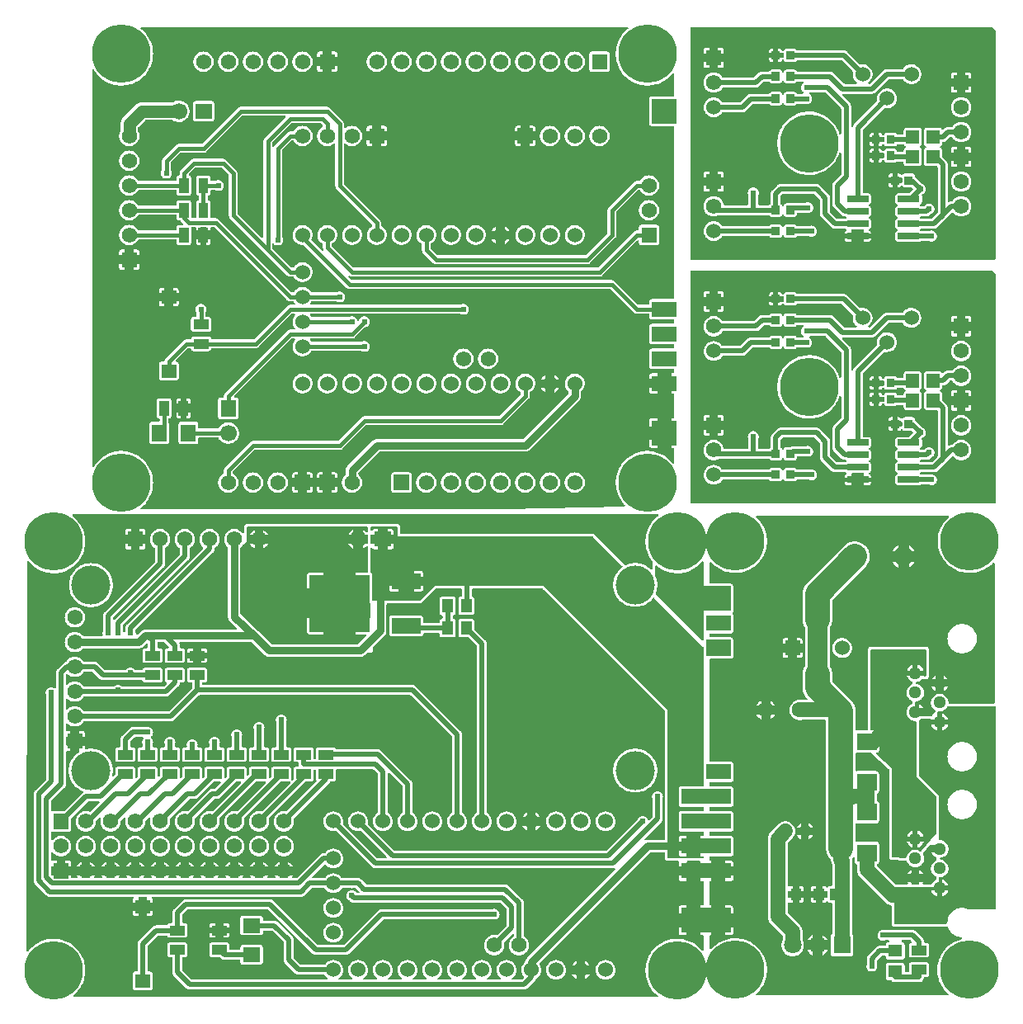
<source format=gtl>
%MOIN*%
%OFA0B0*%
%FSLAX46Y46*%
%IPPOS*%
%LPD*%
%AMREC1090*
4,1,3,
0.04349999999999999,0.012000000000000005,
-0.04349999999999999,0.011999999999999997,
-0.04349999999999999,-0.012000000000000005,
0.04349999999999999,-0.011999999999999997,
0*%
%AMREC1100*
4,1,3,
0.015749999999999997,0.017700000000000004,
-0.01575,0.017699999999999997,
-0.015749999999999997,-0.017700000000000004,
0.01575,-0.017699999999999997,
0*%
%AMREC1110*
4,1,3,
0.030999999999999996,0.031000000000000007,
-0.031000000000000007,0.030999999999999996,
-0.030999999999999996,-0.031000000000000007,
0.031000000000000007,-0.030999999999999996,
0*%
%AMREC1180*
4,1,3,
0.04349999999999999,0.012000000000000005,
-0.04349999999999999,0.011999999999999997,
-0.04349999999999999,-0.012000000000000005,
0.04349999999999999,-0.011999999999999997,
0*%
%AMREC1190*
4,1,3,
0.015749999999999997,0.017700000000000004,
-0.01575,0.017699999999999997,
-0.015749999999999997,-0.017700000000000004,
0.01575,-0.017699999999999997,
0*%
%AMREC1200*
4,1,3,
0.030999999999999996,0.031000000000000007,
-0.031000000000000007,0.030999999999999996,
-0.030999999999999996,-0.031000000000000007,
0.031000000000000007,-0.030999999999999996,
0*%
%ADD11C,0.03*%
%ADD12C,0.02*%
%ADD13C,0.024000000000000004*%
%ADD15R,0.061X0.0394*%
%ADD16R,0.0591X0.0551*%
%ADD17R,0.0709X0.0591*%
%ADD20C,0.2362*%
%ADD22C,0.062*%
%ADD23C,0.1575*%
%ADD24R,0.062X0.062*%
%ADD25R,0.101X0.062*%
%ADD26R,0.0669X0.062*%
%ADD27C,0.0669*%
%ADD28C,0.06*%
%ADD39C,0.02*%
%ADD40C,0.024000000000000004*%
%AMCOMP137*
4,1,3,
0.04349999999999999,0.012000000000000005,
-0.04349999999999999,0.011999999999999997,
-0.04349999999999999,-0.012000000000000005,
0.04349999999999999,-0.011999999999999997,
0*%
%ADD41COMP137*%
%AMCOMP138*
4,1,3,
0.015749999999999997,0.017700000000000004,
-0.01575,0.017699999999999997,
-0.015749999999999997,-0.017700000000000004,
0.01575,-0.017699999999999997,
0*%
%ADD42COMP138*%
%ADD43C,0.2362*%
%ADD44C,0.062*%
%AMCOMP139*
4,1,3,
0.030999999999999996,0.031000000000000007,
-0.031000000000000007,0.030999999999999996,
-0.030999999999999996,-0.031000000000000007,
0.031000000000000007,-0.030999999999999996,
0*%
%ADD45COMP139*%
%ADD46C,0.06*%
%ADD47C,0.1*%
%ADD48C,0.06*%
%ADD49C,0.02*%
%ADD50C,0.08*%
%ADD51C,0.024000000000000004*%
%ADD52R,0.0551X0.051200000000000009*%
%ADD53R,0.0787X0.0709*%
%ADD54R,0.043299999999999991X0.0472*%
%ADD55R,0.061X0.0394*%
%ADD56C,0.2362*%
%ADD57R,0.1X0.062*%
%ADD58R,0.1X0.0669*%
%ADD59C,0.051200000000000009*%
%ADD60C,0.0787*%
%ADD61C,0.063*%
%ADD62R,0.0709X0.0709*%
%ADD63C,0.0709*%
%ADD64R,0.06X0.06*%
%ADD65R,0.101X0.062*%
%ADD66C,0.02*%
%ADD67C,0.024000000000000004*%
%AMCOMP140*
4,1,3,
0.04349999999999999,0.012000000000000005,
-0.04349999999999999,0.011999999999999997,
-0.04349999999999999,-0.012000000000000005,
0.04349999999999999,-0.011999999999999997,
0*%
%ADD68COMP140*%
%AMCOMP141*
4,1,3,
0.015749999999999997,0.017700000000000004,
-0.01575,0.017699999999999997,
-0.015749999999999997,-0.017700000000000004,
0.01575,-0.017699999999999997,
0*%
%ADD69COMP141*%
%ADD70C,0.2362*%
%ADD71C,0.062*%
%AMCOMP142*
4,1,3,
0.030999999999999996,0.031000000000000007,
-0.031000000000000007,0.030999999999999996,
-0.030999999999999996,-0.031000000000000007,
0.031000000000000007,-0.030999999999999996,
0*%
%ADD72COMP142*%
%ADD73C,0.06*%
%ADD74C,0.015000000000000001*%
%ADD75C,0.05*%
%ADD76C,0.030000000000000002*%
%ADD77C,0.024000000000000004*%
%ADD78R,0.059055118110236227X0.070866141732283464*%
%ADD79R,0.059055118110236227X0.055118110236220472*%
%ADD80R,0.03937007874015748X0.0610236220472441*%
%ADD81R,0.0610236220472441X0.03937007874015748*%
%ADD82C,0.23622047244094491*%
%ADD83C,0.062*%
%ADD84R,0.062X0.062*%
%ADD85C,0.060000000000000005*%
%ADD86R,0.101X0.062*%
%ADD87R,0.066929133858267723X0.062*%
%ADD88C,0.066929133858267723*%
%ADD89R,0.062X0.066929133858267723*%
G36*
X0002741800Y0001448343D02*
G01*
X0002740280Y0001448663D01*
X0002738980Y0001449523D01*
X0002553020Y0001635483D01*
X0002552140Y0001636823D01*
X0002551840Y0001638383D01*
X0002552179Y0001639923D01*
X0002552840Y0001641403D01*
X0002555440Y0001649183D01*
X0002557319Y0001657183D01*
X0002558459Y0001665303D01*
X0002558840Y0001673503D01*
X0002558459Y0001681703D01*
X0002557319Y0001689823D01*
X0002555440Y0001697822D01*
X0002552840Y0001705603D01*
X0002550340Y0001711243D01*
X0002550000Y0001712863D01*
X0002550000Y0001747943D01*
X0002550280Y0001749423D01*
X0002551100Y0001750703D01*
X0002552340Y0001751583D01*
X0002553820Y0001751923D01*
X0002555319Y0001751723D01*
X0002556640Y0001750942D01*
X0002559200Y0001748703D01*
X0002567180Y0001742783D01*
X0002575580Y0001737483D01*
X0002584380Y0001732843D01*
X0002593500Y0001728903D01*
X0002602919Y0001725683D01*
X0002612540Y0001723203D01*
X0002622340Y0001721483D01*
X0002632239Y0001720524D01*
X0002642180Y0001720323D01*
X0002652100Y0001720903D01*
X0002661940Y0001722243D01*
X0002671660Y0001724343D01*
X0002681200Y0001727203D01*
X0002690460Y0001730784D01*
X0002699440Y0001735063D01*
X0002708039Y0001740043D01*
X0002716240Y0001745663D01*
X0002723980Y0001751903D01*
X0002731220Y0001758723D01*
X0002737899Y0001766104D01*
X0002738639Y0001767064D01*
X0002739900Y0001768123D01*
X0002741479Y0001768604D01*
X0002743100Y0001768403D01*
X0002744520Y0001767563D01*
X0002745480Y0001766223D01*
X0002745800Y0001764602D01*
X0002745800Y0001452343D01*
X0002745500Y0001450823D01*
X0002744640Y0001449523D01*
X0002743340Y0001448663D01*
G37*
G36*
X0001002060Y0001433603D02*
G01*
X0001000520Y0001433903D01*
X0000999219Y0001434783D01*
X0000947180Y0001486803D01*
X0000876360Y0001553463D01*
X0000875420Y0001554783D01*
X0000875100Y0001556383D01*
X0000875100Y0001824162D01*
X0000875460Y0001825822D01*
X0000876460Y0001827163D01*
X0000879060Y0001829443D01*
X0000882600Y0001833482D01*
X0000884860Y0001836863D01*
X0000885779Y0001837843D01*
X0000899560Y0001848183D01*
X0000900000Y0001848903D01*
X0000900000Y0001904503D01*
X0000900300Y0001906043D01*
X0000901179Y0001907323D01*
X0000902460Y0001908203D01*
X0000904000Y0001908503D01*
X0001385900Y0001908503D01*
X0001387440Y0001908203D01*
X0001388720Y0001907323D01*
X0001389600Y0001906043D01*
X0001389900Y0001904503D01*
X0001389900Y0001889663D01*
X0001389600Y0001888123D01*
X0001388720Y0001886824D01*
X0001387400Y0001885963D01*
X0001385860Y0001885663D01*
X0001384319Y0001885983D01*
X0001383020Y0001886883D01*
X0001379280Y0001890743D01*
X0001374920Y0001894223D01*
X0001370140Y0001897123D01*
X0001369240Y0001897523D01*
X0001369240Y0001877742D01*
X0001385900Y0001877742D01*
X0001387440Y0001877423D01*
X0001388720Y0001876563D01*
X0001389600Y0001875263D01*
X0001389900Y0001873743D01*
X0001389900Y0001843264D01*
X0001389600Y0001841742D01*
X0001388720Y0001840444D01*
X0001387440Y0001839583D01*
X0001385900Y0001839263D01*
X0001369240Y0001839263D01*
X0001369240Y0001819483D01*
X0001370140Y0001819883D01*
X0001374920Y0001822783D01*
X0001379280Y0001826263D01*
X0001383020Y0001830123D01*
X0001384319Y0001831022D01*
X0001385860Y0001831343D01*
X0001387400Y0001831043D01*
X0001388720Y0001830183D01*
X0001389600Y0001828883D01*
X0001389900Y0001827343D01*
X0001389900Y0001726783D01*
X0001389600Y0001725243D01*
X0001388720Y0001723943D01*
X0001387440Y0001723083D01*
X0001385900Y0001722783D01*
X0001338720Y0001722783D01*
X0001338720Y0001658082D01*
X0001385900Y0001658082D01*
X0001387440Y0001657783D01*
X0001388720Y0001656923D01*
X0001389600Y0001655622D01*
X0001389900Y0001654083D01*
X0001389900Y0001608723D01*
X0001390180Y0001606264D01*
X0001390920Y0001604123D01*
X0001392120Y0001602223D01*
X0001393720Y0001600624D01*
X0001395620Y0001599423D01*
X0001397320Y0001598843D01*
X0001398720Y0001597983D01*
X0001399659Y0001596662D01*
X0001400000Y0001595063D01*
X0001400000Y0001542923D01*
X0001399700Y0001541383D01*
X0001398820Y0001540083D01*
X0001397540Y0001539223D01*
X0001396000Y0001538923D01*
X0001338720Y0001538923D01*
X0001338720Y0001474223D01*
X0001380580Y0001474223D01*
X0001382100Y0001473923D01*
X0001383400Y0001473064D01*
X0001384259Y0001471763D01*
X0001384580Y0001470223D01*
X0001384259Y0001468704D01*
X0001383400Y0001467402D01*
X0001350780Y0001434783D01*
X0001349480Y0001433903D01*
X0001347940Y0001433603D01*
G37*
%LPC*%
G36*
X0001153380Y0001474223D02*
G01*
X0001211660Y0001474223D01*
X0001211660Y0001538923D01*
X0001143040Y0001538923D01*
X0001143040Y0001484563D01*
X0001143320Y0001482083D01*
X0001144060Y0001479963D01*
X0001145260Y0001478043D01*
X0001146860Y0001476463D01*
X0001148780Y0001475243D01*
X0001150900Y0001474503D01*
G37*
G36*
X0001143040Y0001658082D02*
G01*
X0001211660Y0001658082D01*
X0001211660Y0001722783D01*
X0001153380Y0001722783D01*
X0001150900Y0001722503D01*
X0001148780Y0001721744D01*
X0001146860Y0001720542D01*
X0001145260Y0001718963D01*
X0001144060Y0001717043D01*
X0001143320Y0001714923D01*
X0001143040Y0001712443D01*
G37*
G36*
X0001330760Y0001819503D02*
G01*
X0001330760Y0001839263D01*
X0001311020Y0001839263D01*
X0001312040Y0001837123D01*
X0001315100Y0001832443D01*
X0001318720Y0001828203D01*
X0001322840Y0001824443D01*
X0001327420Y0001821263D01*
G37*
G36*
X0000968000Y0001821663D02*
G01*
X0000970540Y0001822923D01*
X0000975019Y0001825903D01*
X0000979059Y0001829443D01*
X0000982600Y0001833482D01*
X0000985580Y0001837963D01*
X0000986840Y0001840503D01*
X0000968000Y0001840503D01*
G37*
G36*
X0000932000Y0001821663D02*
G01*
X0000932000Y0001840503D01*
X0000913160Y0001840503D01*
X0000914419Y0001837963D01*
X0000917400Y0001833482D01*
X0000920939Y0001829443D01*
X0000924980Y0001825903D01*
X0000929460Y0001822923D01*
G37*
G36*
X0000913160Y0001876502D02*
G01*
X0000932000Y0001876502D01*
X0000932000Y0001895343D01*
X0000929460Y0001894082D01*
X0000924980Y0001891103D01*
X0000920939Y0001887563D01*
X0000917400Y0001883523D01*
X0000914419Y0001879043D01*
G37*
G36*
X0000968000Y0001876502D02*
G01*
X0000986840Y0001876502D01*
X0000985580Y0001879043D01*
X0000982600Y0001883523D01*
X0000979059Y0001887563D01*
X0000975019Y0001891103D01*
X0000970540Y0001894082D01*
X0000968000Y0001895343D01*
G37*
G36*
X0001311020Y0001877742D02*
G01*
X0001330760Y0001877742D01*
X0001330760Y0001897503D01*
X0001327420Y0001895743D01*
X0001322840Y0001892563D01*
X0001318720Y0001888803D01*
X0001315100Y0001884562D01*
X0001312040Y0001879883D01*
G37*
%LPD*%
G36*
X0002604000Y0000568503D02*
G01*
X0002602460Y0000568803D01*
X0002601180Y0000569683D01*
X0002600299Y0000570963D01*
X0002599999Y0000572503D01*
X0002599999Y0001168103D01*
X0002599720Y0001168783D01*
X0002100280Y0001668222D01*
X0002099600Y0001668503D01*
X0001660400Y0001668503D01*
X0001659720Y0001668222D01*
X0001601180Y0001609683D01*
X0001599879Y0001608803D01*
X0001598340Y0001608503D01*
X0001411339Y0001608503D01*
X0001409799Y0001608803D01*
X0001408520Y0001609683D01*
X0001407640Y0001610963D01*
X0001407339Y0001612503D01*
X0001407339Y0001712443D01*
X0001407060Y0001714923D01*
X0001406320Y0001717043D01*
X0001405120Y0001718963D01*
X0001403520Y0001720542D01*
X0001401879Y0001721583D01*
X0001400880Y0001722483D01*
X0001400220Y0001723663D01*
X0001400000Y0001724983D01*
X0001400000Y0001821123D01*
X0001400360Y0001822783D01*
X0001401399Y0001824143D01*
X0001402900Y0001824963D01*
X0001404600Y0001825063D01*
X0001406200Y0001824463D01*
X0001407380Y0001823243D01*
X0001408660Y0001821223D01*
X0001410260Y0001819622D01*
X0001412160Y0001818423D01*
X0001414300Y0001817683D01*
X0001416759Y0001817403D01*
X0001430760Y0001817403D01*
X0001430760Y0001840503D01*
X0001403998Y0001840503D01*
X0001402460Y0001840803D01*
X0001401180Y0001841683D01*
X0001400300Y0001842963D01*
X0001400000Y0001844503D01*
X0001400000Y0001872503D01*
X0001400300Y0001874043D01*
X0001401180Y0001875323D01*
X0001402460Y0001876203D01*
X0001403998Y0001876502D01*
X0001430760Y0001876502D01*
X0001430760Y0001899603D01*
X0001416759Y0001899603D01*
X0001414300Y0001899323D01*
X0001412160Y0001898583D01*
X0001410260Y0001897383D01*
X0001408660Y0001895783D01*
X0001407380Y0001893763D01*
X0001406200Y0001892543D01*
X0001404600Y0001891943D01*
X0001402900Y0001892043D01*
X0001401399Y0001892863D01*
X0001400360Y0001894223D01*
X0001400000Y0001895883D01*
X0001400000Y0001904503D01*
X0001400300Y0001906043D01*
X0001401180Y0001907323D01*
X0001402460Y0001908203D01*
X0001403998Y0001908503D01*
X0001506000Y0001908503D01*
X0001507540Y0001908203D01*
X0001508820Y0001907323D01*
X0001509700Y0001906043D01*
X0001510000Y0001904503D01*
X0001510000Y0001868903D01*
X0001510400Y0001868503D01*
X0002298340Y0001868503D01*
X0002299880Y0001868203D01*
X0002301180Y0001867323D01*
X0002417600Y0001750903D01*
X0002418520Y0001749443D01*
X0002418740Y0001747704D01*
X0002418220Y0001746063D01*
X0002417020Y0001744783D01*
X0002416460Y0001744403D01*
X0002410160Y0001739163D01*
X0002404340Y0001733344D01*
X0002399100Y0001727043D01*
X0002394480Y0001720263D01*
X0002390480Y0001713103D01*
X0002387160Y0001705603D01*
X0002384560Y0001697822D01*
X0002382680Y0001689823D01*
X0002381540Y0001681703D01*
X0002381160Y0001673503D01*
X0002381540Y0001665303D01*
X0002382680Y0001657183D01*
X0002384560Y0001649183D01*
X0002387160Y0001641403D01*
X0002390480Y0001633903D01*
X0002394480Y0001626743D01*
X0002399100Y0001619963D01*
X0002404340Y0001613663D01*
X0002410160Y0001607843D01*
X0002416460Y0001602603D01*
X0002423240Y0001597983D01*
X0002430400Y0001593983D01*
X0002437900Y0001590662D01*
X0002445680Y0001588064D01*
X0002453680Y0001586183D01*
X0002461800Y0001585044D01*
X0002470000Y0001584662D01*
X0002478200Y0001585044D01*
X0002486320Y0001586183D01*
X0002494320Y0001588064D01*
X0002502100Y0001590662D01*
X0002509600Y0001593983D01*
X0002516760Y0001597983D01*
X0002523540Y0001602603D01*
X0002529840Y0001607843D01*
X0002535659Y0001613663D01*
X0002540900Y0001619963D01*
X0002541280Y0001620523D01*
X0002542560Y0001621723D01*
X0002544200Y0001622243D01*
X0002545940Y0001622023D01*
X0002547400Y0001621103D01*
X0002744640Y0001423863D01*
X0002745500Y0001422563D01*
X0002745800Y0001421043D01*
X0002745800Y0000863603D01*
X0002745500Y0000862063D01*
X0002744640Y0000860783D01*
X0002743340Y0000859902D01*
X0002741800Y0000859602D01*
X0002655720Y0000859602D01*
X0002653260Y0000859323D01*
X0002651120Y0000858583D01*
X0002649220Y0000857383D01*
X0002647620Y0000855783D01*
X0002646420Y0000853883D01*
X0002645680Y0000851742D01*
X0002645400Y0000849283D01*
X0002645400Y0000787722D01*
X0002645680Y0000785263D01*
X0002646420Y0000783123D01*
X0002647620Y0000781223D01*
X0002649220Y0000779623D01*
X0002651120Y0000778422D01*
X0002653260Y0000777683D01*
X0002655720Y0000777403D01*
X0002741800Y0000777403D01*
X0002743340Y0000777103D01*
X0002744640Y0000776223D01*
X0002745500Y0000774943D01*
X0002745800Y0000773403D01*
X0002745800Y0000763603D01*
X0002745500Y0000762063D01*
X0002744640Y0000760783D01*
X0002743340Y0000759903D01*
X0002741800Y0000759602D01*
X0002655720Y0000759602D01*
X0002653260Y0000759323D01*
X0002651120Y0000758583D01*
X0002649220Y0000757383D01*
X0002647620Y0000755783D01*
X0002646420Y0000753883D01*
X0002645680Y0000751743D01*
X0002645400Y0000749283D01*
X0002645400Y0000687722D01*
X0002645680Y0000685263D01*
X0002646420Y0000683123D01*
X0002647620Y0000681222D01*
X0002649220Y0000679623D01*
X0002651120Y0000678422D01*
X0002653260Y0000677683D01*
X0002655720Y0000677403D01*
X0002741800Y0000677403D01*
X0002743340Y0000677104D01*
X0002744640Y0000676223D01*
X0002745500Y0000674943D01*
X0002745800Y0000673403D01*
X0002745800Y0000663603D01*
X0002745500Y0000662063D01*
X0002744640Y0000660783D01*
X0002743340Y0000659903D01*
X0002741800Y0000659604D01*
X0002733758Y0000659604D01*
X0002733758Y0000636503D01*
X0002741800Y0000636503D01*
X0002743340Y0000636203D01*
X0002744640Y0000635323D01*
X0002745500Y0000634043D01*
X0002745800Y0000632503D01*
X0002745800Y0000604503D01*
X0002745500Y0000602963D01*
X0002744640Y0000601684D01*
X0002743340Y0000600803D01*
X0002741800Y0000600503D01*
X0002733758Y0000600503D01*
X0002733758Y0000577403D01*
X0002741800Y0000577403D01*
X0002743340Y0000577104D01*
X0002744640Y0000576223D01*
X0002745500Y0000574943D01*
X0002745800Y0000573403D01*
X0002745800Y0000572503D01*
X0002745500Y0000570963D01*
X0002744640Y0000569683D01*
X0002743340Y0000568803D01*
X0002741800Y0000568503D01*
G37*
%LPC*%
G36*
X0002655720Y0000577403D02*
G01*
X0002678260Y0000577403D01*
X0002678260Y0000600503D01*
X0002645400Y0000600503D01*
X0002645400Y0000587723D01*
X0002645680Y0000585263D01*
X0002646420Y0000583123D01*
X0002647620Y0000581223D01*
X0002649220Y0000579623D01*
X0002651120Y0000578423D01*
X0002653260Y0000577683D01*
G37*
G36*
X0002645400Y0000636503D02*
G01*
X0002678260Y0000636503D01*
X0002678260Y0000659604D01*
X0002655720Y0000659604D01*
X0002653260Y0000659323D01*
X0002651120Y0000658583D01*
X0002649220Y0000657383D01*
X0002647620Y0000655783D01*
X0002646420Y0000653883D01*
X0002645680Y0000651744D01*
X0002645400Y0000649283D01*
G37*
G36*
X0001576819Y0001647063D02*
G01*
X0001603619Y0001647063D01*
X0001606099Y0001647342D01*
X0001608220Y0001648083D01*
X0001610140Y0001649283D01*
X0001611740Y0001650882D01*
X0001612940Y0001652783D01*
X0001613680Y0001654923D01*
X0001613959Y0001657383D01*
X0001613959Y0001670403D01*
X0001576819Y0001670403D01*
G37*
G36*
X0001485960Y0001647063D02*
G01*
X0001512780Y0001647063D01*
X0001512780Y0001670403D01*
X0001475640Y0001670403D01*
X0001475640Y0001657383D01*
X0001475920Y0001654923D01*
X0001476660Y0001652783D01*
X0001477859Y0001650882D01*
X0001479460Y0001649283D01*
X0001481380Y0001648083D01*
X0001483500Y0001647342D01*
G37*
G36*
X0001576819Y0001706903D02*
G01*
X0001613959Y0001706903D01*
X0001613959Y0001719923D01*
X0001613680Y0001722402D01*
X0001612940Y0001724523D01*
X0001611740Y0001726443D01*
X0001610140Y0001728024D01*
X0001608220Y0001729223D01*
X0001606099Y0001729983D01*
X0001603619Y0001730263D01*
X0001576819Y0001730263D01*
G37*
G36*
X0001475640Y0001706903D02*
G01*
X0001512780Y0001706903D01*
X0001512780Y0001730263D01*
X0001485960Y0001730263D01*
X0001483500Y0001729983D01*
X0001481380Y0001729223D01*
X0001479460Y0001728024D01*
X0001477859Y0001726443D01*
X0001476660Y0001724523D01*
X0001475920Y0001722402D01*
X0001475640Y0001719923D01*
G37*
G36*
X0001469240Y0001817403D02*
G01*
X0001483240Y0001817403D01*
X0001485700Y0001817683D01*
X0001487840Y0001818423D01*
X0001489740Y0001819622D01*
X0001491339Y0001821223D01*
X0001492539Y0001823123D01*
X0001493280Y0001825263D01*
X0001493560Y0001827723D01*
X0001493560Y0001840503D01*
X0001469240Y0001840503D01*
G37*
G36*
X0001469240Y0001876502D02*
G01*
X0001493560Y0001876502D01*
X0001493560Y0001889283D01*
X0001493280Y0001891743D01*
X0001492539Y0001893882D01*
X0001491339Y0001895783D01*
X0001489740Y0001897383D01*
X0001487840Y0001898583D01*
X0001485700Y0001899323D01*
X0001483240Y0001899603D01*
X0001469240Y0001899603D01*
G37*
%LPD*%
G36*
X0002557980Y0000008343D02*
G01*
X0000203640Y0000009963D01*
X0000202040Y0000010303D01*
X0000200720Y0000011243D01*
X0000199880Y0000012622D01*
X0000199660Y0000014244D01*
X0000200100Y0000015823D01*
X0000201140Y0000017083D01*
X0000204300Y0000019623D01*
X0000211540Y0000026443D01*
X0000218220Y0000033803D01*
X0000224300Y0000041663D01*
X0000229760Y0000049983D01*
X0000234579Y0000058683D01*
X0000238680Y0000067723D01*
X0000242079Y0000077083D01*
X0000244760Y0000086663D01*
X0000246660Y0000096402D01*
X0000247820Y0000106283D01*
X0000248200Y0000116223D01*
X0000247820Y0000126163D01*
X0000246660Y0000136023D01*
X0000244760Y0000145783D01*
X0000242079Y0000155363D01*
X0000238680Y0000164703D01*
X0000234579Y0000173763D01*
X0000229760Y0000182463D01*
X0000224300Y0000190763D01*
X0000218220Y0000198623D01*
X0000211540Y0000205983D01*
X0000204300Y0000212823D01*
X0000196560Y0000219063D01*
X0000188359Y0000224683D01*
X0000179760Y0000229643D01*
X0000170780Y0000233943D01*
X0000161500Y0000237523D01*
X0000151980Y0000240383D01*
X0000142260Y0000242483D01*
X0000132420Y0000243823D01*
X0000122480Y0000244403D01*
X0000112540Y0000244203D01*
X0000102640Y0000243243D01*
X0000092860Y0000241523D01*
X0000083219Y0000239043D01*
X0000073820Y0000235823D01*
X0000064699Y0000231883D01*
X0000055900Y0000227243D01*
X0000047480Y0000221943D01*
X0000039520Y0000216003D01*
X0000032020Y0000209484D01*
X0000025059Y0000202383D01*
X0000018660Y0000194763D01*
X0000017540Y0000193183D01*
X0000016299Y0000192063D01*
X0000014720Y0000191543D01*
X0000013060Y0000191703D01*
X0000011620Y0000192543D01*
X0000010640Y0000193883D01*
X0000010280Y0000195523D01*
X0000011800Y0001767163D01*
X0000012120Y0001768742D01*
X0000013060Y0001770063D01*
X0000014440Y0001770923D01*
X0000016039Y0001771143D01*
X0000017600Y0001770743D01*
X0000018860Y0001769723D01*
X0000025059Y0001762342D01*
X0000032020Y0001755243D01*
X0000039520Y0001748703D01*
X0000047480Y0001742783D01*
X0000055900Y0001737483D01*
X0000064699Y0001732843D01*
X0000073820Y0001728903D01*
X0000083219Y0001725683D01*
X0000092860Y0001723203D01*
X0000102640Y0001721483D01*
X0000112540Y0001720524D01*
X0000122480Y0001720323D01*
X0000132420Y0001720903D01*
X0000142260Y0001722243D01*
X0000151980Y0001724343D01*
X0000161500Y0001727203D01*
X0000170780Y0001730784D01*
X0000179760Y0001735063D01*
X0000188359Y0001740043D01*
X0000196560Y0001745663D01*
X0000204300Y0001751903D01*
X0000211540Y0001758723D01*
X0000218220Y0001766104D01*
X0000224300Y0001773943D01*
X0000229760Y0001782263D01*
X0000234579Y0001790963D01*
X0000238680Y0001800023D01*
X0000242079Y0001809363D01*
X0000244760Y0001818943D01*
X0000246660Y0001828703D01*
X0000247820Y0001838563D01*
X0000248200Y0001848503D01*
X0000247820Y0001858443D01*
X0000246660Y0001868323D01*
X0000244760Y0001878063D01*
X0000242079Y0001887643D01*
X0000238680Y0001896983D01*
X0000234579Y0001906043D01*
X0000229760Y0001914743D01*
X0000224300Y0001923064D01*
X0000218220Y0001930923D01*
X0000211540Y0001938284D01*
X0000204300Y0001945103D01*
X0000196620Y0001951283D01*
X0000195600Y0001952543D01*
X0000195140Y0001954123D01*
X0000195359Y0001955743D01*
X0000196200Y0001957124D01*
X0000197540Y0001958063D01*
X0000199140Y0001958403D01*
X0002560700Y0001958403D01*
X0002562320Y0001958063D01*
X0002563660Y0001957084D01*
X0002564500Y0001955663D01*
X0002564680Y0001954023D01*
X0002564179Y0001952443D01*
X0002563080Y0001951203D01*
X0002559200Y0001948303D01*
X0002551700Y0001941763D01*
X0002544739Y0001934663D01*
X0002538360Y0001927043D01*
X0002532560Y0001918963D01*
X0002527440Y0001910443D01*
X0002522980Y0001901563D01*
X0002519200Y0001892363D01*
X0002516180Y0001882883D01*
X0002513880Y0001873203D01*
X0002512340Y0001863383D01*
X0002511580Y0001853483D01*
X0002511580Y0001843523D01*
X0002512340Y0001833623D01*
X0002513880Y0001823803D01*
X0002516180Y0001814123D01*
X0002519200Y0001804663D01*
X0002522980Y0001795443D01*
X0002527440Y0001786563D01*
X0002532560Y0001778063D01*
X0002538360Y0001769963D01*
X0002538960Y0001769244D01*
X0002539660Y0001768024D01*
X0002539900Y0001766663D01*
X0002539900Y0001738762D01*
X0002539599Y0001737223D01*
X0002538720Y0001735923D01*
X0002537440Y0001735063D01*
X0002535900Y0001734763D01*
X0002534360Y0001735063D01*
X0002533080Y0001735923D01*
X0002529840Y0001739163D01*
X0002523540Y0001744403D01*
X0002516760Y0001749023D01*
X0002509600Y0001753024D01*
X0002502100Y0001756342D01*
X0002494320Y0001758943D01*
X0002486320Y0001760823D01*
X0002478200Y0001761963D01*
X0002470000Y0001762342D01*
X0002461800Y0001761963D01*
X0002453680Y0001760823D01*
X0002445680Y0001758943D01*
X0002437900Y0001756342D01*
X0002432460Y0001753943D01*
X0002430920Y0001753604D01*
X0002429340Y0001753882D01*
X0002428020Y0001754763D01*
X0002307220Y0001875563D01*
X0002305380Y0001877043D01*
X0002303340Y0001878023D01*
X0002301140Y0001878543D01*
X0002299880Y0001878603D01*
X0001524100Y0001878603D01*
X0001522560Y0001878903D01*
X0001521278Y0001879783D01*
X0001520400Y0001881063D01*
X0001520100Y0001882603D01*
X0001520100Y0001908283D01*
X0001519820Y0001910743D01*
X0001519079Y0001912882D01*
X0001517880Y0001914783D01*
X0001516277Y0001916383D01*
X0001514379Y0001917583D01*
X0001512240Y0001918323D01*
X0001509780Y0001918603D01*
X0000900220Y0001918603D01*
X0000897760Y0001918323D01*
X0000895620Y0001917583D01*
X0000893720Y0001916383D01*
X0000892120Y0001914783D01*
X0000890920Y0001912882D01*
X0000890180Y0001910743D01*
X0000889900Y0001908283D01*
X0000889900Y0001885783D01*
X0000889580Y0001884203D01*
X0000888660Y0001882883D01*
X0000887300Y0001882023D01*
X0000885720Y0001881783D01*
X0000884160Y0001882183D01*
X0000882879Y0001883163D01*
X0000879040Y0001887563D01*
X0000875019Y0001891103D01*
X0000870540Y0001894082D01*
X0000865719Y0001896463D01*
X0000860639Y0001898203D01*
X0000855360Y0001899243D01*
X0000850000Y0001899603D01*
X0000844640Y0001899243D01*
X0000839360Y0001898203D01*
X0000834279Y0001896463D01*
X0000829460Y0001894082D01*
X0000824979Y0001891103D01*
X0000820939Y0001887563D01*
X0000817400Y0001883523D01*
X0000814419Y0001879043D01*
X0000812039Y0001874222D01*
X0000810300Y0001869143D01*
X0000809260Y0001863863D01*
X0000808900Y0001858502D01*
X0000809260Y0001853143D01*
X0000810300Y0001847863D01*
X0000812039Y0001842784D01*
X0000814419Y0001837963D01*
X0000817400Y0001833482D01*
X0000820939Y0001829443D01*
X0000823540Y0001827163D01*
X0000824539Y0001825822D01*
X0000824900Y0001824162D01*
X0000824900Y0001543963D01*
X0000825200Y0001539963D01*
X0000826180Y0001535923D01*
X0000827800Y0001532103D01*
X0000830039Y0001528623D01*
X0000832920Y0001525403D01*
X0000859360Y0001500523D01*
X0000860280Y0001499223D01*
X0000860620Y0001497683D01*
X0000860339Y0001496123D01*
X0000859478Y0001494803D01*
X0000858180Y0001493923D01*
X0000856619Y0001493603D01*
X0000490120Y0001493603D01*
X0000486820Y0001493403D01*
X0000482759Y0001492544D01*
X0000478900Y0001491023D01*
X0000478120Y0001490624D01*
X0000475340Y0001488883D01*
X0000472159Y0001486163D01*
X0000458659Y0001472663D01*
X0000457320Y0001471783D01*
X0000455720Y0001471503D01*
X0000454140Y0001471863D01*
X0000452840Y0001472843D01*
X0000452039Y0001474243D01*
X0000451860Y0001475843D01*
X0000452080Y0001478503D01*
X0000451740Y0001482343D01*
X0000450720Y0001486183D01*
X0000450379Y0001487062D01*
X0000450100Y0001488583D01*
X0000450420Y0001490083D01*
X0000451280Y0001491343D01*
X0000764160Y0001804223D01*
X0000765399Y0001805583D01*
X0000766460Y0001806983D01*
X0000767400Y0001808463D01*
X0000768220Y0001810003D01*
X0000768880Y0001811623D01*
X0000769419Y0001813303D01*
X0000769800Y0001815023D01*
X0000770020Y0001816703D01*
X0000770100Y0001820563D01*
X0000770340Y0001821823D01*
X0000770939Y0001822942D01*
X0000771880Y0001823803D01*
X0000775020Y0001825903D01*
X0000779060Y0001829443D01*
X0000782600Y0001833482D01*
X0000785580Y0001837963D01*
X0000787960Y0001842784D01*
X0000789699Y0001847863D01*
X0000790739Y0001853143D01*
X0000791100Y0001858502D01*
X0000790739Y0001863863D01*
X0000789699Y0001869143D01*
X0000787960Y0001874222D01*
X0000785580Y0001879043D01*
X0000782600Y0001883523D01*
X0000779060Y0001887563D01*
X0000775020Y0001891103D01*
X0000770540Y0001894082D01*
X0000765720Y0001896463D01*
X0000760639Y0001898203D01*
X0000755360Y0001899243D01*
X0000749999Y0001899603D01*
X0000744640Y0001899243D01*
X0000739360Y0001898203D01*
X0000734279Y0001896463D01*
X0000729460Y0001894082D01*
X0000724980Y0001891103D01*
X0000720939Y0001887563D01*
X0000717400Y0001883523D01*
X0000714419Y0001879043D01*
X0000712039Y0001874222D01*
X0000710300Y0001869143D01*
X0000709260Y0001863863D01*
X0000708900Y0001858502D01*
X0000709260Y0001853143D01*
X0000710300Y0001847863D01*
X0000712039Y0001842784D01*
X0000714419Y0001837963D01*
X0000717400Y0001833482D01*
X0000720939Y0001829443D01*
X0000723900Y0001826863D01*
X0000724880Y0001825563D01*
X0000725260Y0001823983D01*
X0000724980Y0001822383D01*
X0000724100Y0001821023D01*
X0000415840Y0001512783D01*
X0000414600Y0001511423D01*
X0000413540Y0001510023D01*
X0000412600Y0001508543D01*
X0000411780Y0001507003D01*
X0000411120Y0001505383D01*
X0000410580Y0001503704D01*
X0000410200Y0001501983D01*
X0000409980Y0001500262D01*
X0000409900Y0001498423D01*
X0000409900Y0001488343D01*
X0000409520Y0001486643D01*
X0000408860Y0001484623D01*
X0000408060Y0001483083D01*
X0000406700Y0001482043D01*
X0000405000Y0001481662D01*
X0000403300Y0001482043D01*
X0000401939Y0001483083D01*
X0000401140Y0001484623D01*
X0000400480Y0001486643D01*
X0000400100Y0001488343D01*
X0000400100Y0001508523D01*
X0000400400Y0001510044D01*
X0000401280Y0001511343D01*
X0000664159Y0001774223D01*
X0000665399Y0001775583D01*
X0000666460Y0001776983D01*
X0000667400Y0001778463D01*
X0000668220Y0001780003D01*
X0000668880Y0001781623D01*
X0000669419Y0001783303D01*
X0000669800Y0001785023D01*
X0000670020Y0001786744D01*
X0000670100Y0001788583D01*
X0000670100Y0001820483D01*
X0000670320Y0001821763D01*
X0000670920Y0001822923D01*
X0000671880Y0001823803D01*
X0000675020Y0001825903D01*
X0000679060Y0001829443D01*
X0000682600Y0001833482D01*
X0000685580Y0001837963D01*
X0000687960Y0001842784D01*
X0000689699Y0001847863D01*
X0000690739Y0001853143D01*
X0000691100Y0001858502D01*
X0000690739Y0001863863D01*
X0000689699Y0001869143D01*
X0000687960Y0001874222D01*
X0000685580Y0001879043D01*
X0000682600Y0001883523D01*
X0000679060Y0001887563D01*
X0000675020Y0001891103D01*
X0000670540Y0001894082D01*
X0000665720Y0001896463D01*
X0000660639Y0001898203D01*
X0000655360Y0001899243D01*
X0000649999Y0001899603D01*
X0000644640Y0001899243D01*
X0000639360Y0001898203D01*
X0000634280Y0001896463D01*
X0000629460Y0001894082D01*
X0000624980Y0001891103D01*
X0000620940Y0001887563D01*
X0000617400Y0001883523D01*
X0000614420Y0001879043D01*
X0000612040Y0001874222D01*
X0000610300Y0001869143D01*
X0000609260Y0001863863D01*
X0000608900Y0001858502D01*
X0000609260Y0001853143D01*
X0000610300Y0001847863D01*
X0000612040Y0001842784D01*
X0000614420Y0001837963D01*
X0000617400Y0001833482D01*
X0000620940Y0001829443D01*
X0000624980Y0001825903D01*
X0000628120Y0001823803D01*
X0000629080Y0001822923D01*
X0000629680Y0001821763D01*
X0000629900Y0001820483D01*
X0000629900Y0001798483D01*
X0000629600Y0001796963D01*
X0000628720Y0001795663D01*
X0000366920Y0001533863D01*
X0000365639Y0001532983D01*
X0000364099Y0001532683D01*
X0000362560Y0001532983D01*
X0000361280Y0001533863D01*
X0000360400Y0001535163D01*
X0000360099Y0001536683D01*
X0000360099Y0001538523D01*
X0000360400Y0001540044D01*
X0000361280Y0001541343D01*
X0000564160Y0001744223D01*
X0000565400Y0001745583D01*
X0000566460Y0001746983D01*
X0000567400Y0001748463D01*
X0000568220Y0001750003D01*
X0000568880Y0001751623D01*
X0000569420Y0001753303D01*
X0000569800Y0001755023D01*
X0000570020Y0001756744D01*
X0000570100Y0001758583D01*
X0000570100Y0001820483D01*
X0000570320Y0001821763D01*
X0000570920Y0001822923D01*
X0000571880Y0001823803D01*
X0000575020Y0001825903D01*
X0000579060Y0001829443D01*
X0000582600Y0001833482D01*
X0000585580Y0001837963D01*
X0000587960Y0001842784D01*
X0000589700Y0001847863D01*
X0000590740Y0001853143D01*
X0000591100Y0001858502D01*
X0000590740Y0001863863D01*
X0000589700Y0001869143D01*
X0000587960Y0001874222D01*
X0000585580Y0001879043D01*
X0000582600Y0001883523D01*
X0000579060Y0001887563D01*
X0000575020Y0001891103D01*
X0000570540Y0001894082D01*
X0000565720Y0001896463D01*
X0000560640Y0001898203D01*
X0000555360Y0001899243D01*
X0000550000Y0001899603D01*
X0000544640Y0001899243D01*
X0000539360Y0001898203D01*
X0000534280Y0001896463D01*
X0000529460Y0001894082D01*
X0000524980Y0001891103D01*
X0000520939Y0001887563D01*
X0000517400Y0001883523D01*
X0000514420Y0001879043D01*
X0000512040Y0001874222D01*
X0000510300Y0001869143D01*
X0000509260Y0001863863D01*
X0000508900Y0001858502D01*
X0000509260Y0001853143D01*
X0000510300Y0001847863D01*
X0000512040Y0001842784D01*
X0000514420Y0001837963D01*
X0000517400Y0001833482D01*
X0000520939Y0001829443D01*
X0000524980Y0001825903D01*
X0000528120Y0001823803D01*
X0000529080Y0001822923D01*
X0000529680Y0001821763D01*
X0000529900Y0001820483D01*
X0000529900Y0001768483D01*
X0000529600Y0001766963D01*
X0000528720Y0001765663D01*
X0000325840Y0001562783D01*
X0000324600Y0001561423D01*
X0000323540Y0001560023D01*
X0000322600Y0001558543D01*
X0000321780Y0001557003D01*
X0000321119Y0001555383D01*
X0000320580Y0001553704D01*
X0000320200Y0001551982D01*
X0000319979Y0001550263D01*
X0000319900Y0001548423D01*
X0000319900Y0001488343D01*
X0000319519Y0001486643D01*
X0000319240Y0001486063D01*
X0000318260Y0001482343D01*
X0000317920Y0001478503D01*
X0000318260Y0001474662D01*
X0000318800Y0001472643D01*
X0000318899Y0001471183D01*
X0000318500Y0001469783D01*
X0000317599Y0001468623D01*
X0000316359Y0001467863D01*
X0000314940Y0001467602D01*
X0000240340Y0001467602D01*
X0000238680Y0001467963D01*
X0000237340Y0001468963D01*
X0000235060Y0001471563D01*
X0000231020Y0001475103D01*
X0000226540Y0001478083D01*
X0000221720Y0001480463D01*
X0000216640Y0001482203D01*
X0000211359Y0001483243D01*
X0000206000Y0001483603D01*
X0000200640Y0001483243D01*
X0000195359Y0001482203D01*
X0000190280Y0001480463D01*
X0000185460Y0001478083D01*
X0000180980Y0001475103D01*
X0000176940Y0001471563D01*
X0000173400Y0001467523D01*
X0000170420Y0001463043D01*
X0000168039Y0001458223D01*
X0000166299Y0001453142D01*
X0000165260Y0001447863D01*
X0000164899Y0001442503D01*
X0000165260Y0001437143D01*
X0000166299Y0001431863D01*
X0000168039Y0001426783D01*
X0000170420Y0001421963D01*
X0000173400Y0001417483D01*
X0000176940Y0001413443D01*
X0000180980Y0001409903D01*
X0000185460Y0001406923D01*
X0000190280Y0001404542D01*
X0000195359Y0001402803D01*
X0000200640Y0001401763D01*
X0000206000Y0001401403D01*
X0000211359Y0001401763D01*
X0000216640Y0001402803D01*
X0000221720Y0001404542D01*
X0000226540Y0001406923D01*
X0000231020Y0001409903D01*
X0000235060Y0001413443D01*
X0000237340Y0001416043D01*
X0000238680Y0001417043D01*
X0000240340Y0001417403D01*
X0000463880Y0001417403D01*
X0000467180Y0001417603D01*
X0000471240Y0001418463D01*
X0000475100Y0001419983D01*
X0000475879Y0001420383D01*
X0000478660Y0001422122D01*
X0000481840Y0001424843D01*
X0000493080Y0001436083D01*
X0000494360Y0001436943D01*
X0000495900Y0001437243D01*
X0000497440Y0001436943D01*
X0000498720Y0001436083D01*
X0000499600Y0001434783D01*
X0000499900Y0001433243D01*
X0000499900Y0001421663D01*
X0000499600Y0001420123D01*
X0000498720Y0001418823D01*
X0000497440Y0001417963D01*
X0000495900Y0001417663D01*
X0000489680Y0001417663D01*
X0000487220Y0001417383D01*
X0000485079Y0001416643D01*
X0000483180Y0001415443D01*
X0000481580Y0001413843D01*
X0000480379Y0001411923D01*
X0000479640Y0001409803D01*
X0000479360Y0001407343D01*
X0000479360Y0001368403D01*
X0000479640Y0001365943D01*
X0000480379Y0001363823D01*
X0000481580Y0001361903D01*
X0000483180Y0001360303D01*
X0000485079Y0001359103D01*
X0000487220Y0001358363D01*
X0000489680Y0001358083D01*
X0000550260Y0001358083D01*
X0000552720Y0001358363D01*
X0000554860Y0001359103D01*
X0000556760Y0001360303D01*
X0000558360Y0001361903D01*
X0000559560Y0001363823D01*
X0000560300Y0001365943D01*
X0000560580Y0001368403D01*
X0000560580Y0001407343D01*
X0000560300Y0001409803D01*
X0000559560Y0001411923D01*
X0000558360Y0001413843D01*
X0000556760Y0001415443D01*
X0000554860Y0001416643D01*
X0000552720Y0001417383D01*
X0000550260Y0001417663D01*
X0000544100Y0001417663D01*
X0000542560Y0001417963D01*
X0000541280Y0001418823D01*
X0000540400Y0001420123D01*
X0000540100Y0001421663D01*
X0000540100Y0001439403D01*
X0000540400Y0001440942D01*
X0000541280Y0001442223D01*
X0000542560Y0001443103D01*
X0000544100Y0001443402D01*
X0000565020Y0001443402D01*
X0000566540Y0001443103D01*
X0000567840Y0001442223D01*
X0000585600Y0001424483D01*
X0000586460Y0001423183D01*
X0000586760Y0001421663D01*
X0000586460Y0001420123D01*
X0000585600Y0001418823D01*
X0000584300Y0001417963D01*
X0000582760Y0001417663D01*
X0000579680Y0001417663D01*
X0000577220Y0001417383D01*
X0000575080Y0001416643D01*
X0000573180Y0001415443D01*
X0000571580Y0001413843D01*
X0000570380Y0001411923D01*
X0000569640Y0001409803D01*
X0000569360Y0001407343D01*
X0000569360Y0001368403D01*
X0000569640Y0001365943D01*
X0000570380Y0001363823D01*
X0000571580Y0001361903D01*
X0000573180Y0001360303D01*
X0000575080Y0001359103D01*
X0000577220Y0001358363D01*
X0000579680Y0001358083D01*
X0000640260Y0001358083D01*
X0000642720Y0001358363D01*
X0000644860Y0001359103D01*
X0000646760Y0001360303D01*
X0000648360Y0001361903D01*
X0000649560Y0001363823D01*
X0000650299Y0001365943D01*
X0000650580Y0001368403D01*
X0000650580Y0001407343D01*
X0000650299Y0001409803D01*
X0000649560Y0001411923D01*
X0000648360Y0001413843D01*
X0000646760Y0001415443D01*
X0000644860Y0001416643D01*
X0000642720Y0001417383D01*
X0000640260Y0001417663D01*
X0000634100Y0001417663D01*
X0000632560Y0001417963D01*
X0000631280Y0001418823D01*
X0000630400Y0001420123D01*
X0000630100Y0001421663D01*
X0000630100Y0001428423D01*
X0000630020Y0001430263D01*
X0000629800Y0001431983D01*
X0000629420Y0001433703D01*
X0000628900Y0001435303D01*
X0000627800Y0001437743D01*
X0000627440Y0001439282D01*
X0000627700Y0001440843D01*
X0000628560Y0001442183D01*
X0000629880Y0001443083D01*
X0000631420Y0001443402D01*
X0000917940Y0001443402D01*
X0000919479Y0001443103D01*
X0000920780Y0001442223D01*
X0000972159Y0001390843D01*
X0000975340Y0001388123D01*
X0000978119Y0001386383D01*
X0000978900Y0001385983D01*
X0000982760Y0001384462D01*
X0000986819Y0001383603D01*
X0000990119Y0001383403D01*
X0001359880Y0001383403D01*
X0001363180Y0001383603D01*
X0001367240Y0001384462D01*
X0001371100Y0001385983D01*
X0001371879Y0001386383D01*
X0001374659Y0001388123D01*
X0001377840Y0001390843D01*
X0001384220Y0001397223D01*
X0001385520Y0001398103D01*
X0001387059Y0001398403D01*
X0001399780Y0001398403D01*
X0001402240Y0001398683D01*
X0001404379Y0001399423D01*
X0001406278Y0001400623D01*
X0001407880Y0001402223D01*
X0001409079Y0001404122D01*
X0001409819Y0001406263D01*
X0001410100Y0001408723D01*
X0001410100Y0001421443D01*
X0001410400Y0001422983D01*
X0001411279Y0001424283D01*
X0001457660Y0001470663D01*
X0001460380Y0001473843D01*
X0001462120Y0001476623D01*
X0001462520Y0001477403D01*
X0001464040Y0001481264D01*
X0001464900Y0001485323D01*
X0001465100Y0001488623D01*
X0001465100Y0001594403D01*
X0001465400Y0001595943D01*
X0001466279Y0001597223D01*
X0001467560Y0001598103D01*
X0001469100Y0001598403D01*
X0001599879Y0001598403D01*
X0001602240Y0001598663D01*
X0001604379Y0001599403D01*
X0001606299Y0001600602D01*
X0001607220Y0001601443D01*
X0001663020Y0001657223D01*
X0001664300Y0001658103D01*
X0001665840Y0001658403D01*
X0001765900Y0001658403D01*
X0001767440Y0001658103D01*
X0001768720Y0001657223D01*
X0001769600Y0001655943D01*
X0001769899Y0001654403D01*
X0001769899Y0001629703D01*
X0001769640Y0001628283D01*
X0001768880Y0001627043D01*
X0001767720Y0001626143D01*
X0001766320Y0001625723D01*
X0001763499Y0001625422D01*
X0001761380Y0001624683D01*
X0001759460Y0001623483D01*
X0001757880Y0001621883D01*
X0001756680Y0001619984D01*
X0001755920Y0001617843D01*
X0001755639Y0001615383D01*
X0001755639Y0001561623D01*
X0001755920Y0001559163D01*
X0001756680Y0001557023D01*
X0001757880Y0001555123D01*
X0001759460Y0001553523D01*
X0001761380Y0001552323D01*
X0001763499Y0001551583D01*
X0001765979Y0001551303D01*
X0001810120Y0001551303D01*
X0001812580Y0001551583D01*
X0001814700Y0001552323D01*
X0001816619Y0001553523D01*
X0001818220Y0001555123D01*
X0001819420Y0001557023D01*
X0001820159Y0001559163D01*
X0001820440Y0001561623D01*
X0001820440Y0001615383D01*
X0001820159Y0001617843D01*
X0001819420Y0001619984D01*
X0001818220Y0001621883D01*
X0001816619Y0001623483D01*
X0001814700Y0001624683D01*
X0001812780Y0001625363D01*
X0001811380Y0001626204D01*
X0001810439Y0001627543D01*
X0001810100Y0001629142D01*
X0001810100Y0001654403D01*
X0001810400Y0001655943D01*
X0001811279Y0001657223D01*
X0001812560Y0001658103D01*
X0001814100Y0001658403D01*
X0002094160Y0001658403D01*
X0002095700Y0001658103D01*
X0002096979Y0001657223D01*
X0002588720Y0001165483D01*
X0002589599Y0001164203D01*
X0002589900Y0001162663D01*
X0002589900Y0000820783D01*
X0002589520Y0000819103D01*
X0002589060Y0000818503D01*
X0002589520Y0000817903D01*
X0002589900Y0000816223D01*
X0002589900Y0000647603D01*
X0002589599Y0000646063D01*
X0002588720Y0000644783D01*
X0002587440Y0000643903D01*
X0002585899Y0000643603D01*
X0002520119Y0000643603D01*
X0002516820Y0000643403D01*
X0002512960Y0000642583D01*
X0002511240Y0000642563D01*
X0002509680Y0000643262D01*
X0002508560Y0000644544D01*
X0002508060Y0000646183D01*
X0002508300Y0000647863D01*
X0002509220Y0000649304D01*
X0002574160Y0000714223D01*
X0002575400Y0000715583D01*
X0002576460Y0000716983D01*
X0002577400Y0000718463D01*
X0002578220Y0000720003D01*
X0002578880Y0000721623D01*
X0002579420Y0000723303D01*
X0002579800Y0000725023D01*
X0002580020Y0000726743D01*
X0002580100Y0000728583D01*
X0002580100Y0000808663D01*
X0002580480Y0000810363D01*
X0002580760Y0000810943D01*
X0002581740Y0000814663D01*
X0002581920Y0000816563D01*
X0002582440Y0000818223D01*
X0002582440Y0000818783D01*
X0002581920Y0000820443D01*
X0002581740Y0000822343D01*
X0002580760Y0000826063D01*
X0002579120Y0000829543D01*
X0002576920Y0000832703D01*
X0002574200Y0000835423D01*
X0002571039Y0000837623D01*
X0002567559Y0000839263D01*
X0002563840Y0000840243D01*
X0002560000Y0000840583D01*
X0002556159Y0000840243D01*
X0002552440Y0000839263D01*
X0002548960Y0000837623D01*
X0002545800Y0000835423D01*
X0002543080Y0000832703D01*
X0002540880Y0000829543D01*
X0002539240Y0000826063D01*
X0002538260Y0000822343D01*
X0002537920Y0000818503D01*
X0002538260Y0000814663D01*
X0002539240Y0000810943D01*
X0002539520Y0000810363D01*
X0002539900Y0000808663D01*
X0002539900Y0000738483D01*
X0002539599Y0000736962D01*
X0002538720Y0000735663D01*
X0002527420Y0000724343D01*
X0002526040Y0000723443D01*
X0002524420Y0000723183D01*
X0002522819Y0000723583D01*
X0002521540Y0000724603D01*
X0002520760Y0000726043D01*
X0002519120Y0000729543D01*
X0002516920Y0000732703D01*
X0002514200Y0000735423D01*
X0002511040Y0000737623D01*
X0002507560Y0000739263D01*
X0002503840Y0000740243D01*
X0002500000Y0000740583D01*
X0002496160Y0000740243D01*
X0002492440Y0000739263D01*
X0002488960Y0000737623D01*
X0002485800Y0000735423D01*
X0002483080Y0000732703D01*
X0002480880Y0000729543D01*
X0002479640Y0000726922D01*
X0002478860Y0000725783D01*
X0002352840Y0000599783D01*
X0002351540Y0000598903D01*
X0002350020Y0000598603D01*
X0001499980Y0000598603D01*
X0001498460Y0000598903D01*
X0001497160Y0000599783D01*
X0001390280Y0000706662D01*
X0001389538Y0000707682D01*
X0001389139Y0000708883D01*
X0001389160Y0000710143D01*
X0001389880Y0000714483D01*
X0001390060Y0000719843D01*
X0001389538Y0000725162D01*
X0001388300Y0000730383D01*
X0001386360Y0000735383D01*
X0001383800Y0000740083D01*
X0001380620Y0000744383D01*
X0001376900Y0000748243D01*
X0001372680Y0000751563D01*
X0001368080Y0000754283D01*
X0001363160Y0000756383D01*
X0001357980Y0000757783D01*
X0001352680Y0000758503D01*
X0001347320Y0000758503D01*
X0001342020Y0000757783D01*
X0001336840Y0000756383D01*
X0001331920Y0000754283D01*
X0001327320Y0000751563D01*
X0001323100Y0000748243D01*
X0001319379Y0000744383D01*
X0001316200Y0000740083D01*
X0001313640Y0000735383D01*
X0001311699Y0000730383D01*
X0001310460Y0000725162D01*
X0001309939Y0000719843D01*
X0001310119Y0000714483D01*
X0001311000Y0000709203D01*
X0001312580Y0000704103D01*
X0001314840Y0000699243D01*
X0001317720Y0000694723D01*
X0001321180Y0000690622D01*
X0001325160Y0000687044D01*
X0001329560Y0000684003D01*
X0001334339Y0000681603D01*
X0001339400Y0000679843D01*
X0001344659Y0000678763D01*
X0001350000Y0000678403D01*
X0001355340Y0000678763D01*
X0001358200Y0000679343D01*
X0001359500Y0000679403D01*
X0001360760Y0000679023D01*
X0001361819Y0000678263D01*
X0001464640Y0000575423D01*
X0001465520Y0000574143D01*
X0001465820Y0000572603D01*
X0001465520Y0000571063D01*
X0001464640Y0000569783D01*
X0001463340Y0000568903D01*
X0001461819Y0000568603D01*
X0001429980Y0000568603D01*
X0001428460Y0000568903D01*
X0001427160Y0000569783D01*
X0001290279Y0000706662D01*
X0001289540Y0000707682D01*
X0001289139Y0000708883D01*
X0001289160Y0000710143D01*
X0001289880Y0000714483D01*
X0001290059Y0000719843D01*
X0001289540Y0000725162D01*
X0001288300Y0000730383D01*
X0001286360Y0000735383D01*
X0001283800Y0000740083D01*
X0001280620Y0000744383D01*
X0001276900Y0000748243D01*
X0001272680Y0000751563D01*
X0001268080Y0000754283D01*
X0001263160Y0000756383D01*
X0001257980Y0000757783D01*
X0001252680Y0000758503D01*
X0001247320Y0000758503D01*
X0001242020Y0000757783D01*
X0001236840Y0000756383D01*
X0001231920Y0000754283D01*
X0001227320Y0000751563D01*
X0001223100Y0000748243D01*
X0001219380Y0000744383D01*
X0001216200Y0000740083D01*
X0001213640Y0000735383D01*
X0001211700Y0000730383D01*
X0001210460Y0000725162D01*
X0001209940Y0000719843D01*
X0001210120Y0000714483D01*
X0001211000Y0000709203D01*
X0001212580Y0000704103D01*
X0001214840Y0000699243D01*
X0001217720Y0000694723D01*
X0001221180Y0000690622D01*
X0001225160Y0000687044D01*
X0001229560Y0000684003D01*
X0001234340Y0000681603D01*
X0001239400Y0000679843D01*
X0001244660Y0000678763D01*
X0001250000Y0000678403D01*
X0001255340Y0000678763D01*
X0001258200Y0000679343D01*
X0001259500Y0000679403D01*
X0001260760Y0000679023D01*
X0001261820Y0000678263D01*
X0001405720Y0000534343D01*
X0001407080Y0000533103D01*
X0001408480Y0000532044D01*
X0001409960Y0000531103D01*
X0001411500Y0000530283D01*
X0001413119Y0000529623D01*
X0001414800Y0000529083D01*
X0001416519Y0000528703D01*
X0001418240Y0000528483D01*
X0001420080Y0000528403D01*
X0002379920Y0000528403D01*
X0002381760Y0000528483D01*
X0002384520Y0000528943D01*
X0002386220Y0000528943D01*
X0002387760Y0000528243D01*
X0002388880Y0000526963D01*
X0002389360Y0000525323D01*
X0002389120Y0000523642D01*
X0002388200Y0000522203D01*
X0002032340Y0000166343D01*
X0002029620Y0000163163D01*
X0002027880Y0000160383D01*
X0002027480Y0000159604D01*
X0002025960Y0000155743D01*
X0002025240Y0000152603D01*
X0002025080Y0000151263D01*
X0002024600Y0000149803D01*
X0002019378Y0000144383D01*
X0002016200Y0000140083D01*
X0002013640Y0000135383D01*
X0002011699Y0000130383D01*
X0002010460Y0000125163D01*
X0002009939Y0000119843D01*
X0002010120Y0000114484D01*
X0002011000Y0000109203D01*
X0002012579Y0000104103D01*
X0002014840Y0000099244D01*
X0002017720Y0000094724D01*
X0002019960Y0000092083D01*
X0002020700Y0000090783D01*
X0002020900Y0000089323D01*
X0002020560Y0000087883D01*
X0002019740Y0000086663D01*
X0002012840Y0000079783D01*
X0002011540Y0000078903D01*
X0002010020Y0000078603D01*
X0001975460Y0000078603D01*
X0001973800Y0000078963D01*
X0001972460Y0000079963D01*
X0001971639Y0000081423D01*
X0001971480Y0000083083D01*
X0001972040Y0000084683D01*
X0001973180Y0000085903D01*
X0001974838Y0000087044D01*
X0001978820Y0000090622D01*
X0001982280Y0000094724D01*
X0001985160Y0000099244D01*
X0001987420Y0000104103D01*
X0001989000Y0000109203D01*
X0001989880Y0000114484D01*
X0001990060Y0000119843D01*
X0001989540Y0000125163D01*
X0001988299Y0000130383D01*
X0001986360Y0000135383D01*
X0001983800Y0000140083D01*
X0001980620Y0000144383D01*
X0001976900Y0000148243D01*
X0001972680Y0000151563D01*
X0001968080Y0000154283D01*
X0001963160Y0000156383D01*
X0001957980Y0000157782D01*
X0001952680Y0000158503D01*
X0001947320Y0000158503D01*
X0001942020Y0000157782D01*
X0001936840Y0000156383D01*
X0001931920Y0000154283D01*
X0001927320Y0000151563D01*
X0001923100Y0000148243D01*
X0001919377Y0000144383D01*
X0001916200Y0000140083D01*
X0001913639Y0000135383D01*
X0001911699Y0000130383D01*
X0001910460Y0000125163D01*
X0001909940Y0000119843D01*
X0001910120Y0000114484D01*
X0001911000Y0000109203D01*
X0001912580Y0000104103D01*
X0001914840Y0000099244D01*
X0001917720Y0000094724D01*
X0001921180Y0000090622D01*
X0001925160Y0000087044D01*
X0001926819Y0000085903D01*
X0001927960Y0000084683D01*
X0001928520Y0000083083D01*
X0001928360Y0000081423D01*
X0001927540Y0000079963D01*
X0001926200Y0000078963D01*
X0001924540Y0000078603D01*
X0001875460Y0000078603D01*
X0001873800Y0000078963D01*
X0001872460Y0000079963D01*
X0001871638Y0000081423D01*
X0001871480Y0000083083D01*
X0001872040Y0000084683D01*
X0001873180Y0000085903D01*
X0001874840Y0000087044D01*
X0001878820Y0000090622D01*
X0001882280Y0000094724D01*
X0001885160Y0000099244D01*
X0001887420Y0000104103D01*
X0001889000Y0000109203D01*
X0001889880Y0000114484D01*
X0001890060Y0000119843D01*
X0001889540Y0000125163D01*
X0001888300Y0000130383D01*
X0001886360Y0000135383D01*
X0001883800Y0000140083D01*
X0001880620Y0000144383D01*
X0001876900Y0000148243D01*
X0001872680Y0000151563D01*
X0001868080Y0000154283D01*
X0001863159Y0000156383D01*
X0001857980Y0000157782D01*
X0001852680Y0000158503D01*
X0001847320Y0000158503D01*
X0001842020Y0000157782D01*
X0001836840Y0000156383D01*
X0001831920Y0000154283D01*
X0001827320Y0000151563D01*
X0001823100Y0000148243D01*
X0001819379Y0000144383D01*
X0001816200Y0000140083D01*
X0001813640Y0000135383D01*
X0001811699Y0000130383D01*
X0001810460Y0000125163D01*
X0001809940Y0000119843D01*
X0001810120Y0000114484D01*
X0001811000Y0000109203D01*
X0001812580Y0000104103D01*
X0001814840Y0000099244D01*
X0001817720Y0000094724D01*
X0001821180Y0000090622D01*
X0001825160Y0000087044D01*
X0001826819Y0000085903D01*
X0001827960Y0000084683D01*
X0001828520Y0000083083D01*
X0001828360Y0000081423D01*
X0001827540Y0000079963D01*
X0001826200Y0000078963D01*
X0001824540Y0000078603D01*
X0001775460Y0000078603D01*
X0001773800Y0000078963D01*
X0001772460Y0000079963D01*
X0001771639Y0000081423D01*
X0001771480Y0000083083D01*
X0001772040Y0000084683D01*
X0001773180Y0000085903D01*
X0001774840Y0000087044D01*
X0001778820Y0000090622D01*
X0001782280Y0000094724D01*
X0001785160Y0000099244D01*
X0001787420Y0000104103D01*
X0001789000Y0000109203D01*
X0001789880Y0000114484D01*
X0001790060Y0000119843D01*
X0001789540Y0000125163D01*
X0001788298Y0000130383D01*
X0001786360Y0000135383D01*
X0001783800Y0000140083D01*
X0001780620Y0000144383D01*
X0001776900Y0000148243D01*
X0001772680Y0000151563D01*
X0001768080Y0000154283D01*
X0001763160Y0000156383D01*
X0001757980Y0000157782D01*
X0001752680Y0000158503D01*
X0001747320Y0000158503D01*
X0001742020Y0000157782D01*
X0001736840Y0000156383D01*
X0001731920Y0000154283D01*
X0001727320Y0000151563D01*
X0001723100Y0000148243D01*
X0001719379Y0000144383D01*
X0001716200Y0000140083D01*
X0001713639Y0000135383D01*
X0001711699Y0000130383D01*
X0001710460Y0000125163D01*
X0001709940Y0000119843D01*
X0001710120Y0000114484D01*
X0001711000Y0000109203D01*
X0001712580Y0000104103D01*
X0001714840Y0000099244D01*
X0001717720Y0000094724D01*
X0001721180Y0000090622D01*
X0001725160Y0000087044D01*
X0001726819Y0000085903D01*
X0001727960Y0000084683D01*
X0001728520Y0000083083D01*
X0001728360Y0000081423D01*
X0001727540Y0000079963D01*
X0001726200Y0000078963D01*
X0001724540Y0000078603D01*
X0001675460Y0000078603D01*
X0001673800Y0000078963D01*
X0001672460Y0000079963D01*
X0001671638Y0000081423D01*
X0001671480Y0000083083D01*
X0001672040Y0000084683D01*
X0001673180Y0000085903D01*
X0001674840Y0000087044D01*
X0001678820Y0000090622D01*
X0001682280Y0000094724D01*
X0001685160Y0000099244D01*
X0001687420Y0000104103D01*
X0001689000Y0000109203D01*
X0001689880Y0000114484D01*
X0001690060Y0000119843D01*
X0001689540Y0000125163D01*
X0001688300Y0000130383D01*
X0001686359Y0000135383D01*
X0001683800Y0000140083D01*
X0001680620Y0000144383D01*
X0001676900Y0000148243D01*
X0001672679Y0000151563D01*
X0001668080Y0000154283D01*
X0001663158Y0000156383D01*
X0001657980Y0000157782D01*
X0001652680Y0000158503D01*
X0001647320Y0000158503D01*
X0001642020Y0000157782D01*
X0001636840Y0000156383D01*
X0001631920Y0000154283D01*
X0001627320Y0000151563D01*
X0001623100Y0000148243D01*
X0001619379Y0000144383D01*
X0001616200Y0000140083D01*
X0001613640Y0000135383D01*
X0001611699Y0000130383D01*
X0001610460Y0000125163D01*
X0001609940Y0000119843D01*
X0001610120Y0000114484D01*
X0001611000Y0000109203D01*
X0001612580Y0000104103D01*
X0001614840Y0000099244D01*
X0001617720Y0000094724D01*
X0001621180Y0000090622D01*
X0001625160Y0000087044D01*
X0001626819Y0000085903D01*
X0001627960Y0000084683D01*
X0001628520Y0000083083D01*
X0001628360Y0000081423D01*
X0001627540Y0000079963D01*
X0001626200Y0000078963D01*
X0001624540Y0000078603D01*
X0001575460Y0000078603D01*
X0001573800Y0000078963D01*
X0001572460Y0000079963D01*
X0001571639Y0000081423D01*
X0001571480Y0000083083D01*
X0001572040Y0000084683D01*
X0001573180Y0000085903D01*
X0001574840Y0000087044D01*
X0001578820Y0000090622D01*
X0001582278Y0000094724D01*
X0001585160Y0000099244D01*
X0001587420Y0000104103D01*
X0001589000Y0000109203D01*
X0001589880Y0000114484D01*
X0001590060Y0000119843D01*
X0001589539Y0000125163D01*
X0001588300Y0000130383D01*
X0001586360Y0000135383D01*
X0001583800Y0000140083D01*
X0001580620Y0000144383D01*
X0001576900Y0000148243D01*
X0001572680Y0000151563D01*
X0001568080Y0000154283D01*
X0001563160Y0000156383D01*
X0001557980Y0000157782D01*
X0001552680Y0000158503D01*
X0001547320Y0000158503D01*
X0001542020Y0000157782D01*
X0001536840Y0000156383D01*
X0001531920Y0000154283D01*
X0001527320Y0000151563D01*
X0001523100Y0000148243D01*
X0001519379Y0000144383D01*
X0001516200Y0000140083D01*
X0001513640Y0000135383D01*
X0001511699Y0000130383D01*
X0001510460Y0000125163D01*
X0001509940Y0000119843D01*
X0001510120Y0000114484D01*
X0001511000Y0000109203D01*
X0001512580Y0000104103D01*
X0001514840Y0000099244D01*
X0001517720Y0000094724D01*
X0001521180Y0000090622D01*
X0001525160Y0000087044D01*
X0001526819Y0000085903D01*
X0001527960Y0000084683D01*
X0001528520Y0000083083D01*
X0001528360Y0000081423D01*
X0001527540Y0000079963D01*
X0001526200Y0000078963D01*
X0001524540Y0000078603D01*
X0001475460Y0000078603D01*
X0001473800Y0000078963D01*
X0001472460Y0000079963D01*
X0001471639Y0000081423D01*
X0001471480Y0000083083D01*
X0001472040Y0000084683D01*
X0001473180Y0000085903D01*
X0001474840Y0000087044D01*
X0001478820Y0000090622D01*
X0001482280Y0000094724D01*
X0001485160Y0000099244D01*
X0001487420Y0000104103D01*
X0001489000Y0000109203D01*
X0001489879Y0000114484D01*
X0001490059Y0000119843D01*
X0001489540Y0000125163D01*
X0001488300Y0000130383D01*
X0001486360Y0000135383D01*
X0001483800Y0000140083D01*
X0001480620Y0000144383D01*
X0001476900Y0000148243D01*
X0001472678Y0000151563D01*
X0001468080Y0000154283D01*
X0001463160Y0000156383D01*
X0001457980Y0000157782D01*
X0001452680Y0000158503D01*
X0001447320Y0000158503D01*
X0001442020Y0000157782D01*
X0001436840Y0000156383D01*
X0001431920Y0000154283D01*
X0001427320Y0000151563D01*
X0001423100Y0000148243D01*
X0001419379Y0000144383D01*
X0001416198Y0000140083D01*
X0001413640Y0000135383D01*
X0001411699Y0000130383D01*
X0001410460Y0000125163D01*
X0001409940Y0000119843D01*
X0001410120Y0000114484D01*
X0001411000Y0000109203D01*
X0001412580Y0000104103D01*
X0001414840Y0000099244D01*
X0001417720Y0000094724D01*
X0001421180Y0000090622D01*
X0001425160Y0000087044D01*
X0001426819Y0000085903D01*
X0001427960Y0000084683D01*
X0001428520Y0000083083D01*
X0001428360Y0000081423D01*
X0001427540Y0000079963D01*
X0001426200Y0000078963D01*
X0001424540Y0000078603D01*
X0001375459Y0000078603D01*
X0001373798Y0000078963D01*
X0001372460Y0000079963D01*
X0001371639Y0000081423D01*
X0001371480Y0000083083D01*
X0001372040Y0000084683D01*
X0001373180Y0000085903D01*
X0001374840Y0000087044D01*
X0001378820Y0000090622D01*
X0001382280Y0000094724D01*
X0001385160Y0000099244D01*
X0001387420Y0000104103D01*
X0001389000Y0000109203D01*
X0001389880Y0000114484D01*
X0001390060Y0000119843D01*
X0001389538Y0000125163D01*
X0001388300Y0000130383D01*
X0001386360Y0000135383D01*
X0001383800Y0000140083D01*
X0001380620Y0000144383D01*
X0001376900Y0000148243D01*
X0001372680Y0000151563D01*
X0001368080Y0000154283D01*
X0001363160Y0000156383D01*
X0001357980Y0000157782D01*
X0001352680Y0000158503D01*
X0001347320Y0000158503D01*
X0001342020Y0000157782D01*
X0001336840Y0000156383D01*
X0001331920Y0000154283D01*
X0001327320Y0000151563D01*
X0001323100Y0000148243D01*
X0001319379Y0000144383D01*
X0001316200Y0000140083D01*
X0001313640Y0000135383D01*
X0001311699Y0000130383D01*
X0001310460Y0000125163D01*
X0001309939Y0000119843D01*
X0001310119Y0000114484D01*
X0001311000Y0000109203D01*
X0001312580Y0000104103D01*
X0001314840Y0000099244D01*
X0001317720Y0000094724D01*
X0001321180Y0000090622D01*
X0001325160Y0000087044D01*
X0001326819Y0000085903D01*
X0001327960Y0000084683D01*
X0001328519Y0000083083D01*
X0001328360Y0000081423D01*
X0001327540Y0000079963D01*
X0001326200Y0000078963D01*
X0001324540Y0000078603D01*
X0001275460Y0000078603D01*
X0001273800Y0000078963D01*
X0001272458Y0000079963D01*
X0001271640Y0000081423D01*
X0001271480Y0000083083D01*
X0001272040Y0000084683D01*
X0001273180Y0000085903D01*
X0001274840Y0000087044D01*
X0001278820Y0000090622D01*
X0001282280Y0000094724D01*
X0001285160Y0000099244D01*
X0001287420Y0000104103D01*
X0001289000Y0000109203D01*
X0001289880Y0000114484D01*
X0001290059Y0000119843D01*
X0001289540Y0000125163D01*
X0001288300Y0000130383D01*
X0001286360Y0000135383D01*
X0001283800Y0000140083D01*
X0001280620Y0000144383D01*
X0001276900Y0000148243D01*
X0001272680Y0000151563D01*
X0001268080Y0000154283D01*
X0001263160Y0000156383D01*
X0001257980Y0000157782D01*
X0001252680Y0000158503D01*
X0001247320Y0000158503D01*
X0001242020Y0000157782D01*
X0001236840Y0000156383D01*
X0001231920Y0000154283D01*
X0001227320Y0000151563D01*
X0001223100Y0000148243D01*
X0001219380Y0000144383D01*
X0001216320Y0000140223D01*
X0001215440Y0000139364D01*
X0001214320Y0000138803D01*
X0001213100Y0000138603D01*
X0001119980Y0000138603D01*
X0001118460Y0000138903D01*
X0001117160Y0000139783D01*
X0001091280Y0000165663D01*
X0001090400Y0000166963D01*
X0001090100Y0000168483D01*
X0001090100Y0000238423D01*
X0001090020Y0000240263D01*
X0001089800Y0000241984D01*
X0001089420Y0000243703D01*
X0001088880Y0000245383D01*
X0001088220Y0000247002D01*
X0001087400Y0000248543D01*
X0001086460Y0000250023D01*
X0001085400Y0000251423D01*
X0001084160Y0000252782D01*
X0001025220Y0000311703D01*
X0001023860Y0000312943D01*
X0001022480Y0000314023D01*
X0001020999Y0000314963D01*
X0001019439Y0000315763D01*
X0001017820Y0000316443D01*
X0001016160Y0000316963D01*
X0001014440Y0000317343D01*
X0001012699Y0000317563D01*
X0001010860Y0000317643D01*
X0000969539Y0000317643D01*
X0000968000Y0000317963D01*
X0000966700Y0000318823D01*
X0000965840Y0000320122D01*
X0000965540Y0000321643D01*
X0000965540Y0000326864D01*
X0000965260Y0000329323D01*
X0000964520Y0000331443D01*
X0000963300Y0000333363D01*
X0000961720Y0000334963D01*
X0000959800Y0000336163D01*
X0000957680Y0000336903D01*
X0000955200Y0000337183D01*
X0000884800Y0000337183D01*
X0000882320Y0000336903D01*
X0000880200Y0000336163D01*
X0000878280Y0000334963D01*
X0000876700Y0000333363D01*
X0000875500Y0000331443D01*
X0000874740Y0000329323D01*
X0000874460Y0000326864D01*
X0000874460Y0000268243D01*
X0000874740Y0000265783D01*
X0000875500Y0000263663D01*
X0000876700Y0000261743D01*
X0000878280Y0000260143D01*
X0000880200Y0000258942D01*
X0000882320Y0000258203D01*
X0000884800Y0000257923D01*
X0000955200Y0000257923D01*
X0000957680Y0000258203D01*
X0000959800Y0000258942D01*
X0000961720Y0000260143D01*
X0000963300Y0000261743D01*
X0000964520Y0000263663D01*
X0000965260Y0000265783D01*
X0000965540Y0000268243D01*
X0000965540Y0000273443D01*
X0000965840Y0000274983D01*
X0000966700Y0000276283D01*
X0000968000Y0000277143D01*
X0000969539Y0000277443D01*
X0001000960Y0000277443D01*
X0001002500Y0000277143D01*
X0001003800Y0000276283D01*
X0001048720Y0000231343D01*
X0001049600Y0000230042D01*
X0001049900Y0000228523D01*
X0001049900Y0000158583D01*
X0001049980Y0000156744D01*
X0001050200Y0000155023D01*
X0001050580Y0000153303D01*
X0001051120Y0000151624D01*
X0001051780Y0000150003D01*
X0001052600Y0000148463D01*
X0001053540Y0000146984D01*
X0001054600Y0000145583D01*
X0001055840Y0000144223D01*
X0001095720Y0000104343D01*
X0001097080Y0000103103D01*
X0001098480Y0000102044D01*
X0001099960Y0000101103D01*
X0001101500Y0000100283D01*
X0001103120Y0000099623D01*
X0001104800Y0000099083D01*
X0001106520Y0000098702D01*
X0001108240Y0000098482D01*
X0001110080Y0000098403D01*
X0001213180Y0000098403D01*
X0001214500Y0000098183D01*
X0001215660Y0000097543D01*
X0001216560Y0000096563D01*
X0001217720Y0000094724D01*
X0001221180Y0000090622D01*
X0001225160Y0000087044D01*
X0001226820Y0000085903D01*
X0001227960Y0000084683D01*
X0001228520Y0000083083D01*
X0001228360Y0000081423D01*
X0001227540Y0000079963D01*
X0001226200Y0000078963D01*
X0001224540Y0000078603D01*
X0000679980Y0000078603D01*
X0000678460Y0000078903D01*
X0000677159Y0000079783D01*
X0000641280Y0000115662D01*
X0000640400Y0000116963D01*
X0000640100Y0000118483D01*
X0000640100Y0000165343D01*
X0000640400Y0000166882D01*
X0000641280Y0000168183D01*
X0000642560Y0000169043D01*
X0000644099Y0000169343D01*
X0000650280Y0000169343D01*
X0000652760Y0000169622D01*
X0000654880Y0000170363D01*
X0000656800Y0000171563D01*
X0000658379Y0000173163D01*
X0000659580Y0000175083D01*
X0000660339Y0000177203D01*
X0000660620Y0000179664D01*
X0000660620Y0000218603D01*
X0000660339Y0000221063D01*
X0000659580Y0000223183D01*
X0000658379Y0000225102D01*
X0000656800Y0000226703D01*
X0000654880Y0000227903D01*
X0000652760Y0000228643D01*
X0000650280Y0000228923D01*
X0000589720Y0000228923D01*
X0000587240Y0000228643D01*
X0000585120Y0000227903D01*
X0000583200Y0000226703D01*
X0000581620Y0000225102D01*
X0000580420Y0000223183D01*
X0000579660Y0000221063D01*
X0000579380Y0000218603D01*
X0000579380Y0000179664D01*
X0000579660Y0000177203D01*
X0000580420Y0000175083D01*
X0000581620Y0000173163D01*
X0000583200Y0000171563D01*
X0000585120Y0000170363D01*
X0000587240Y0000169622D01*
X0000589720Y0000169343D01*
X0000595900Y0000169343D01*
X0000597440Y0000169043D01*
X0000598720Y0000168183D01*
X0000599600Y0000166882D01*
X0000599900Y0000165343D01*
X0000599900Y0000108583D01*
X0000599980Y0000106744D01*
X0000600200Y0000105023D01*
X0000600580Y0000103303D01*
X0000601120Y0000101624D01*
X0000601780Y0000100003D01*
X0000602600Y0000098463D01*
X0000603540Y0000096984D01*
X0000604600Y0000095583D01*
X0000605840Y0000094223D01*
X0000655720Y0000044343D01*
X0000657080Y0000043102D01*
X0000658480Y0000042044D01*
X0000659960Y0000041103D01*
X0000661500Y0000040283D01*
X0000663120Y0000039623D01*
X0000664800Y0000039083D01*
X0000666520Y0000038703D01*
X0000668240Y0000038483D01*
X0000670080Y0000038403D01*
X0002019920Y0000038403D01*
X0002021758Y0000038483D01*
X0002023480Y0000038703D01*
X0002025200Y0000039083D01*
X0002026879Y0000039623D01*
X0002028500Y0000040283D01*
X0002030040Y0000041103D01*
X0002031518Y0000042044D01*
X0002032919Y0000043102D01*
X0002034279Y0000044343D01*
X0002064160Y0000074223D01*
X0002065400Y0000075583D01*
X0002066459Y0000076984D01*
X0002067400Y0000078463D01*
X0002068180Y0000079963D01*
X0002069040Y0000082203D01*
X0002069640Y0000083243D01*
X0002070520Y0000084063D01*
X0002074840Y0000087044D01*
X0002078820Y0000090622D01*
X0002082280Y0000094724D01*
X0002085160Y0000099244D01*
X0002087419Y0000104103D01*
X0002089000Y0000109203D01*
X0002089880Y0000114484D01*
X0002090059Y0000119843D01*
X0002089540Y0000125163D01*
X0002088299Y0000130383D01*
X0002086360Y0000135383D01*
X0002083800Y0000140083D01*
X0002082980Y0000141183D01*
X0002082360Y0000142443D01*
X0002082220Y0000143843D01*
X0002082560Y0000145223D01*
X0002083380Y0000146383D01*
X0002529220Y0000592224D01*
X0002530519Y0000593103D01*
X0002532060Y0000593403D01*
X0002585899Y0000593403D01*
X0002587440Y0000593103D01*
X0002588720Y0000592224D01*
X0002589599Y0000590943D01*
X0002589900Y0000589403D01*
X0002589900Y0000568723D01*
X0002590179Y0000566263D01*
X0002590919Y0000564124D01*
X0002592119Y0000562224D01*
X0002593719Y0000560623D01*
X0002595619Y0000559424D01*
X0002597760Y0000558683D01*
X0002600219Y0000558403D01*
X0002642380Y0000558403D01*
X0002643860Y0000558123D01*
X0002645140Y0000557303D01*
X0002646019Y0000556063D01*
X0002646360Y0000554583D01*
X0002646139Y0000553083D01*
X0002645680Y0000551744D01*
X0002645400Y0000549283D01*
X0002645400Y0000536503D01*
X0002678260Y0000536503D01*
X0002678260Y0000554403D01*
X0002678560Y0000555943D01*
X0002679420Y0000557224D01*
X0002680720Y0000558103D01*
X0002682260Y0000558403D01*
X0002729760Y0000558403D01*
X0002731280Y0000558103D01*
X0002732580Y0000557224D01*
X0002733440Y0000555943D01*
X0002733758Y0000554403D01*
X0002733758Y0000536503D01*
X0002741800Y0000536503D01*
X0002743340Y0000536203D01*
X0002744640Y0000535323D01*
X0002745500Y0000534043D01*
X0002745800Y0000532503D01*
X0002745800Y0000504503D01*
X0002745500Y0000502963D01*
X0002744640Y0000501684D01*
X0002743340Y0000500803D01*
X0002741800Y0000500503D01*
X0002733758Y0000500503D01*
X0002733758Y0000477403D01*
X0002741800Y0000477403D01*
X0002743340Y0000477104D01*
X0002744640Y0000476223D01*
X0002745500Y0000474943D01*
X0002745800Y0000473403D01*
X0002745800Y0000382603D01*
X0002745500Y0000381063D01*
X0002744640Y0000379783D01*
X0002743340Y0000378903D01*
X0002741800Y0000378603D01*
X0002733758Y0000378603D01*
X0002733758Y0000346003D01*
X0002741800Y0000346003D01*
X0002743340Y0000345703D01*
X0002744640Y0000344823D01*
X0002745500Y0000343543D01*
X0002745800Y0000342003D01*
X0002745800Y0000295003D01*
X0002745500Y0000293463D01*
X0002744640Y0000292183D01*
X0002743340Y0000291303D01*
X0002741800Y0000291003D01*
X0002733758Y0000291003D01*
X0002733758Y0000258403D01*
X0002741800Y0000258403D01*
X0002743340Y0000258103D01*
X0002744640Y0000257224D01*
X0002745500Y0000255942D01*
X0002745800Y0000254403D01*
X0002745800Y0000200123D01*
X0002745480Y0000198502D01*
X0002744520Y0000197163D01*
X0002743100Y0000196323D01*
X0002741479Y0000196122D01*
X0002739900Y0000196603D01*
X0002738639Y0000197663D01*
X0002737899Y0000198623D01*
X0002731220Y0000205983D01*
X0002723980Y0000212823D01*
X0002716240Y0000219063D01*
X0002708039Y0000224683D01*
X0002699440Y0000229643D01*
X0002690460Y0000233943D01*
X0002681200Y0000237523D01*
X0002671660Y0000240383D01*
X0002661940Y0000242483D01*
X0002652100Y0000243823D01*
X0002642180Y0000244403D01*
X0002632239Y0000244203D01*
X0002622340Y0000243243D01*
X0002612540Y0000241523D01*
X0002602919Y0000239043D01*
X0002593500Y0000235823D01*
X0002584380Y0000231883D01*
X0002575580Y0000227243D01*
X0002567180Y0000221943D01*
X0002559200Y0000216003D01*
X0002551700Y0000209484D01*
X0002544739Y0000202383D01*
X0002538360Y0000194763D01*
X0002532560Y0000186663D01*
X0002527440Y0000178163D01*
X0002522980Y0000169283D01*
X0002519200Y0000160063D01*
X0002516180Y0000150603D01*
X0002513880Y0000140923D01*
X0002512340Y0000131103D01*
X0002511580Y0000121183D01*
X0002511580Y0000111243D01*
X0002512340Y0000101343D01*
X0002513880Y0000091502D01*
X0002516180Y0000081843D01*
X0002519200Y0000072363D01*
X0002522980Y0000063163D01*
X0002527440Y0000054283D01*
X0002532560Y0000045763D01*
X0002538360Y0000037683D01*
X0002544739Y0000030063D01*
X0002551700Y0000022963D01*
X0002559200Y0000016423D01*
X0002560360Y0000015563D01*
X0002561460Y0000014304D01*
X0002561960Y0000012722D01*
X0002561780Y0000011083D01*
X0002560940Y0000009664D01*
X0002559600Y0000008683D01*
G37*
%LPC*%
G36*
X0000450700Y0000036243D02*
G01*
X0000509300Y0000036243D01*
X0000511780Y0000036523D01*
X0000513900Y0000037263D01*
X0000515819Y0000038463D01*
X0000517400Y0000040063D01*
X0000518599Y0000041963D01*
X0000519360Y0000044103D01*
X0000519619Y0000046563D01*
X0000519619Y0000101223D01*
X0000519360Y0000103703D01*
X0000518599Y0000105823D01*
X0000517400Y0000107743D01*
X0000515819Y0000109323D01*
X0000513900Y0000110523D01*
X0000511780Y0000111283D01*
X0000509300Y0000111563D01*
X0000504098Y0000111563D01*
X0000502560Y0000111864D01*
X0000501279Y0000112723D01*
X0000500399Y0000114023D01*
X0000500100Y0000115563D01*
X0000500100Y0000213523D01*
X0000500399Y0000215043D01*
X0000501279Y0000216342D01*
X0000541520Y0000256603D01*
X0000542820Y0000257463D01*
X0000544360Y0000257763D01*
X0000576180Y0000257763D01*
X0000577780Y0000257442D01*
X0000579120Y0000256502D01*
X0000579960Y0000255103D01*
X0000580420Y0000253823D01*
X0000581620Y0000251903D01*
X0000583200Y0000250303D01*
X0000585120Y0000249103D01*
X0000587240Y0000248363D01*
X0000589720Y0000248083D01*
X0000650280Y0000248083D01*
X0000652760Y0000248363D01*
X0000654880Y0000249103D01*
X0000656800Y0000250303D01*
X0000658379Y0000251903D01*
X0000659580Y0000253823D01*
X0000660339Y0000255942D01*
X0000660620Y0000258403D01*
X0000660620Y0000297343D01*
X0000660339Y0000299803D01*
X0000659580Y0000301924D01*
X0000658379Y0000303843D01*
X0000656800Y0000305443D01*
X0000654880Y0000306643D01*
X0000652760Y0000307383D01*
X0000650280Y0000307663D01*
X0000644099Y0000307663D01*
X0000642560Y0000307963D01*
X0000641280Y0000308823D01*
X0000640400Y0000310123D01*
X0000640100Y0000311663D01*
X0000640100Y0000338523D01*
X0000640400Y0000340043D01*
X0000641280Y0000341343D01*
X0000662159Y0000362224D01*
X0000663460Y0000363103D01*
X0000664980Y0000363403D01*
X0000985020Y0000363403D01*
X0000986540Y0000363103D01*
X0000987840Y0000362224D01*
X0001165720Y0000184343D01*
X0001167080Y0000183103D01*
X0001168480Y0000182044D01*
X0001169960Y0000181103D01*
X0001171500Y0000180283D01*
X0001173120Y0000179623D01*
X0001174800Y0000179083D01*
X0001176520Y0000178703D01*
X0001178240Y0000178483D01*
X0001180080Y0000178403D01*
X0001299920Y0000178403D01*
X0001301759Y0000178483D01*
X0001303480Y0000178703D01*
X0001305200Y0000179083D01*
X0001306879Y0000179623D01*
X0001308500Y0000180283D01*
X0001310040Y0000181103D01*
X0001311519Y0000182044D01*
X0001312920Y0000183103D01*
X0001314280Y0000184343D01*
X0001452160Y0000322224D01*
X0001453460Y0000323103D01*
X0001454980Y0000323403D01*
X0001890160Y0000323403D01*
X0001891860Y0000323022D01*
X0001892440Y0000322743D01*
X0001896160Y0000321763D01*
X0001900000Y0000321422D01*
X0001903839Y0000321763D01*
X0001907560Y0000322743D01*
X0001911040Y0000324383D01*
X0001914199Y0000326583D01*
X0001916920Y0000329304D01*
X0001919120Y0000332463D01*
X0001920760Y0000335943D01*
X0001921740Y0000339664D01*
X0001922080Y0000343503D01*
X0001921740Y0000347343D01*
X0001920760Y0000351063D01*
X0001919120Y0000354544D01*
X0001916920Y0000357703D01*
X0001914199Y0000360423D01*
X0001911040Y0000362622D01*
X0001907560Y0000364263D01*
X0001903839Y0000365243D01*
X0001900000Y0000365583D01*
X0001896160Y0000365243D01*
X0001892440Y0000364263D01*
X0001891860Y0000363983D01*
X0001890160Y0000363603D01*
X0001445080Y0000363603D01*
X0001443240Y0000363523D01*
X0001441519Y0000363303D01*
X0001439799Y0000362923D01*
X0001438120Y0000362383D01*
X0001436500Y0000361723D01*
X0001434960Y0000360903D01*
X0001433480Y0000359963D01*
X0001432080Y0000358903D01*
X0001430720Y0000357663D01*
X0001292840Y0000219783D01*
X0001291540Y0000218903D01*
X0001290020Y0000218603D01*
X0001189980Y0000218603D01*
X0001188460Y0000218903D01*
X0001187160Y0000219783D01*
X0001009280Y0000397663D01*
X0001007919Y0000398903D01*
X0001006520Y0000399962D01*
X0001005039Y0000400903D01*
X0001003500Y0000401723D01*
X0001001880Y0000402383D01*
X0001000200Y0000402923D01*
X0000998480Y0000403303D01*
X0000996760Y0000403523D01*
X0000994920Y0000403603D01*
X0000655080Y0000403603D01*
X0000653240Y0000403523D01*
X0000651520Y0000403303D01*
X0000649799Y0000402923D01*
X0000648120Y0000402383D01*
X0000646500Y0000401723D01*
X0000644960Y0000400903D01*
X0000643480Y0000399962D01*
X0000642080Y0000398903D01*
X0000640720Y0000397663D01*
X0000605840Y0000362783D01*
X0000604600Y0000361423D01*
X0000603540Y0000360023D01*
X0000602600Y0000358542D01*
X0000601780Y0000357003D01*
X0000601120Y0000355383D01*
X0000600580Y0000353703D01*
X0000600200Y0000351984D01*
X0000599980Y0000350263D01*
X0000599900Y0000348423D01*
X0000599900Y0000311663D01*
X0000599600Y0000310123D01*
X0000598720Y0000308823D01*
X0000597440Y0000307963D01*
X0000595900Y0000307663D01*
X0000589720Y0000307663D01*
X0000587240Y0000307383D01*
X0000585120Y0000306643D01*
X0000583200Y0000305443D01*
X0000581620Y0000303843D01*
X0000580420Y0000301924D01*
X0000579960Y0000300643D01*
X0000579120Y0000299244D01*
X0000577780Y0000298303D01*
X0000576180Y0000297963D01*
X0000534460Y0000297963D01*
X0000532620Y0000297883D01*
X0000530880Y0000297663D01*
X0000529160Y0000297283D01*
X0000527500Y0000296763D01*
X0000525880Y0000296083D01*
X0000524320Y0000295283D01*
X0000522840Y0000294343D01*
X0000521460Y0000293263D01*
X0000520100Y0000292023D01*
X0000465839Y0000237783D01*
X0000464600Y0000236423D01*
X0000463540Y0000235023D01*
X0000462600Y0000233543D01*
X0000461780Y0000232003D01*
X0000461120Y0000230383D01*
X0000460580Y0000228703D01*
X0000460200Y0000226984D01*
X0000459980Y0000225263D01*
X0000459900Y0000223423D01*
X0000459900Y0000115563D01*
X0000459600Y0000114023D01*
X0000458720Y0000112723D01*
X0000457440Y0000111864D01*
X0000455900Y0000111563D01*
X0000450700Y0000111563D01*
X0000448240Y0000111283D01*
X0000446100Y0000110523D01*
X0000444200Y0000109323D01*
X0000442600Y0000107743D01*
X0000441400Y0000105823D01*
X0000440660Y0000103703D01*
X0000440378Y0000101223D01*
X0000440378Y0000046563D01*
X0000440660Y0000044103D01*
X0000441400Y0000041963D01*
X0000442600Y0000040063D01*
X0000444200Y0000038463D01*
X0000446100Y0000037263D01*
X0000448240Y0000036523D01*
G37*
G36*
X0002350000Y0000078403D02*
G01*
X0002355340Y0000078763D01*
X0002360600Y0000079842D01*
X0002365660Y0000081603D01*
X0002370440Y0000084003D01*
X0002374840Y0000087044D01*
X0002378820Y0000090622D01*
X0002382280Y0000094724D01*
X0002385160Y0000099244D01*
X0002387420Y0000104103D01*
X0002389000Y0000109203D01*
X0002389880Y0000114484D01*
X0002390060Y0000119843D01*
X0002389540Y0000125163D01*
X0002388300Y0000130383D01*
X0002386360Y0000135383D01*
X0002383800Y0000140083D01*
X0002380620Y0000144383D01*
X0002376900Y0000148243D01*
X0002372680Y0000151563D01*
X0002368080Y0000154283D01*
X0002363160Y0000156383D01*
X0002357980Y0000157782D01*
X0002352680Y0000158503D01*
X0002347320Y0000158503D01*
X0002342020Y0000157782D01*
X0002336840Y0000156383D01*
X0002331920Y0000154283D01*
X0002327320Y0000151563D01*
X0002323100Y0000148243D01*
X0002319380Y0000144383D01*
X0002316200Y0000140083D01*
X0002313640Y0000135383D01*
X0002311700Y0000130383D01*
X0002310460Y0000125163D01*
X0002309940Y0000119843D01*
X0002310120Y0000114484D01*
X0002311000Y0000109203D01*
X0002312580Y0000104103D01*
X0002314840Y0000099244D01*
X0002317720Y0000094724D01*
X0002321180Y0000090622D01*
X0002325160Y0000087044D01*
X0002329560Y0000084003D01*
X0002334340Y0000081603D01*
X0002339400Y0000079842D01*
X0002344660Y0000078763D01*
G37*
G36*
X0002150000Y0000078403D02*
G01*
X0002155340Y0000078763D01*
X0002160600Y0000079842D01*
X0002165660Y0000081603D01*
X0002170440Y0000084003D01*
X0002174840Y0000087044D01*
X0002178820Y0000090622D01*
X0002182280Y0000094724D01*
X0002185160Y0000099244D01*
X0002187420Y0000104103D01*
X0002189000Y0000109203D01*
X0002189880Y0000114484D01*
X0002190060Y0000119843D01*
X0002189540Y0000125163D01*
X0002188300Y0000130383D01*
X0002186360Y0000135383D01*
X0002183800Y0000140083D01*
X0002180620Y0000144383D01*
X0002176900Y0000148243D01*
X0002172680Y0000151563D01*
X0002168080Y0000154283D01*
X0002163160Y0000156383D01*
X0002157980Y0000157782D01*
X0002152680Y0000158503D01*
X0002147320Y0000158503D01*
X0002142020Y0000157782D01*
X0002136840Y0000156383D01*
X0002131920Y0000154283D01*
X0002127320Y0000151563D01*
X0002123100Y0000148243D01*
X0002119380Y0000144383D01*
X0002116200Y0000140083D01*
X0002113640Y0000135383D01*
X0002111700Y0000130383D01*
X0002110460Y0000125163D01*
X0002109940Y0000119843D01*
X0002110120Y0000114484D01*
X0002111000Y0000109203D01*
X0002112580Y0000104103D01*
X0002114840Y0000099244D01*
X0002117720Y0000094724D01*
X0002121180Y0000090622D01*
X0002125160Y0000087044D01*
X0002129560Y0000084003D01*
X0002134340Y0000081603D01*
X0002139400Y0000079842D01*
X0002144660Y0000078763D01*
G37*
G36*
X0002232500Y0000082523D02*
G01*
X0002232500Y0000101002D01*
X0002214020Y0000101002D01*
X0002214840Y0000099244D01*
X0002217720Y0000094724D01*
X0002221180Y0000090622D01*
X0002225160Y0000087044D01*
X0002229560Y0000084003D01*
G37*
G36*
X0002267500Y0000082523D02*
G01*
X0002270440Y0000084003D01*
X0002274840Y0000087044D01*
X0002278820Y0000090622D01*
X0002282280Y0000094724D01*
X0002285160Y0000099244D01*
X0002285980Y0000101002D01*
X0002267500Y0000101002D01*
G37*
G36*
X0002213980Y0000136003D02*
G01*
X0002232500Y0000136003D01*
X0002232500Y0000154523D01*
X0002231920Y0000154283D01*
X0002227320Y0000151563D01*
X0002223100Y0000148243D01*
X0002219380Y0000144383D01*
X0002216200Y0000140083D01*
G37*
G36*
X0002267500Y0000136003D02*
G01*
X0002286020Y0000136003D01*
X0002283800Y0000140083D01*
X0002280620Y0000144383D01*
X0002276900Y0000148243D01*
X0002272680Y0000151563D01*
X0002268080Y0000154283D01*
X0002267500Y0000154523D01*
G37*
G36*
X0000884800Y0000139823D02*
G01*
X0000955200Y0000139823D01*
X0000957680Y0000140103D01*
X0000959800Y0000140843D01*
X0000961720Y0000142044D01*
X0000963300Y0000143643D01*
X0000964520Y0000145543D01*
X0000965260Y0000147683D01*
X0000965540Y0000150143D01*
X0000965540Y0000208742D01*
X0000965260Y0000211203D01*
X0000964520Y0000213342D01*
X0000963300Y0000215243D01*
X0000961720Y0000216843D01*
X0000959800Y0000218042D01*
X0000957680Y0000218783D01*
X0000955200Y0000219063D01*
X0000884800Y0000219063D01*
X0000882320Y0000218783D01*
X0000880200Y0000218042D01*
X0000878280Y0000216843D01*
X0000876700Y0000215243D01*
X0000875500Y0000213342D01*
X0000874740Y0000211203D01*
X0000874460Y0000208742D01*
X0000874460Y0000203542D01*
X0000874160Y0000202003D01*
X0000873300Y0000200723D01*
X0000872000Y0000199843D01*
X0000870460Y0000199544D01*
X0000834620Y0000199544D01*
X0000833080Y0000199843D01*
X0000831780Y0000200723D01*
X0000830920Y0000202003D01*
X0000830620Y0000203542D01*
X0000830620Y0000218603D01*
X0000830339Y0000221063D01*
X0000829580Y0000223183D01*
X0000828379Y0000225102D01*
X0000826800Y0000226703D01*
X0000824880Y0000227903D01*
X0000822760Y0000228643D01*
X0000820280Y0000228923D01*
X0000759720Y0000228923D01*
X0000757239Y0000228643D01*
X0000755120Y0000227903D01*
X0000753199Y0000226703D01*
X0000751620Y0000225102D01*
X0000750420Y0000223183D01*
X0000749659Y0000221063D01*
X0000749379Y0000218603D01*
X0000749379Y0000179664D01*
X0000749659Y0000177203D01*
X0000750420Y0000175083D01*
X0000751620Y0000173163D01*
X0000753199Y0000171563D01*
X0000755120Y0000170363D01*
X0000757239Y0000169622D01*
X0000759720Y0000169343D01*
X0000789699Y0000169343D01*
X0000791240Y0000169043D01*
X0000792540Y0000168183D01*
X0000795420Y0000165283D01*
X0000796780Y0000164043D01*
X0000798160Y0000162983D01*
X0000799639Y0000162044D01*
X0000801200Y0000161222D01*
X0000802820Y0000160563D01*
X0000804479Y0000160023D01*
X0000806200Y0000159643D01*
X0000807940Y0000159424D01*
X0000809780Y0000159343D01*
X0000870460Y0000159343D01*
X0000872000Y0000159043D01*
X0000873300Y0000158163D01*
X0000874160Y0000156883D01*
X0000874460Y0000155343D01*
X0000874460Y0000150143D01*
X0000874740Y0000147683D01*
X0000875500Y0000145543D01*
X0000876700Y0000143643D01*
X0000878280Y0000142044D01*
X0000880200Y0000140843D01*
X0000882320Y0000140103D01*
G37*
G36*
X0001900000Y0000177403D02*
G01*
X0001905359Y0000177763D01*
X0001910640Y0000178803D01*
X0001915719Y0000180543D01*
X0001920540Y0000182923D01*
X0001925020Y0000185903D01*
X0001929060Y0000189443D01*
X0001932600Y0000193482D01*
X0001935579Y0000197963D01*
X0001937960Y0000202783D01*
X0001939699Y0000207863D01*
X0001940740Y0000213143D01*
X0001941100Y0000218503D01*
X0001940740Y0000223863D01*
X0001940000Y0000227563D01*
X0001939960Y0000228863D01*
X0001940340Y0000230123D01*
X0001941100Y0000231183D01*
X0001973080Y0000263143D01*
X0001974360Y0000264023D01*
X0001975899Y0000264323D01*
X0001977440Y0000264023D01*
X0001978720Y0000263143D01*
X0001979600Y0000261843D01*
X0001979900Y0000260323D01*
X0001979900Y0000256523D01*
X0001979680Y0000255243D01*
X0001979079Y0000254083D01*
X0001978120Y0000253203D01*
X0001974980Y0000251103D01*
X0001970940Y0000247563D01*
X0001967400Y0000243523D01*
X0001964420Y0000239043D01*
X0001962039Y0000234223D01*
X0001960300Y0000229143D01*
X0001959259Y0000223863D01*
X0001958898Y0000218503D01*
X0001959259Y0000213143D01*
X0001960300Y0000207863D01*
X0001962039Y0000202783D01*
X0001964420Y0000197963D01*
X0001967400Y0000193482D01*
X0001970940Y0000189443D01*
X0001974980Y0000185903D01*
X0001979460Y0000182923D01*
X0001984280Y0000180543D01*
X0001989360Y0000178803D01*
X0001994640Y0000177763D01*
X0002000000Y0000177403D01*
X0002005360Y0000177763D01*
X0002010640Y0000178803D01*
X0002015720Y0000180543D01*
X0002020540Y0000182923D01*
X0002025020Y0000185903D01*
X0002029059Y0000189443D01*
X0002032600Y0000193482D01*
X0002035580Y0000197963D01*
X0002037960Y0000202783D01*
X0002039699Y0000207863D01*
X0002040740Y0000213143D01*
X0002041100Y0000218503D01*
X0002040740Y0000223863D01*
X0002039699Y0000229143D01*
X0002037960Y0000234223D01*
X0002035580Y0000239043D01*
X0002032600Y0000243523D01*
X0002029059Y0000247563D01*
X0002025020Y0000251103D01*
X0002021879Y0000253203D01*
X0002020919Y0000254083D01*
X0002020320Y0000255243D01*
X0002020099Y0000256523D01*
X0002020099Y0000388423D01*
X0002020020Y0000390263D01*
X0002019800Y0000391984D01*
X0002019420Y0000393703D01*
X0002018879Y0000395383D01*
X0002018220Y0000397003D01*
X0002017399Y0000398543D01*
X0002016458Y0000400023D01*
X0002015400Y0000401423D01*
X0002014160Y0000402783D01*
X0001959280Y0000457662D01*
X0001957919Y0000458903D01*
X0001956519Y0000459963D01*
X0001955040Y0000460903D01*
X0001953500Y0000461723D01*
X0001951879Y0000462383D01*
X0001950200Y0000462923D01*
X0001948480Y0000463302D01*
X0001946759Y0000463523D01*
X0001944920Y0000463603D01*
X0001384980Y0000463603D01*
X0001383460Y0000463903D01*
X0001382160Y0000464783D01*
X0001364280Y0000482663D01*
X0001362920Y0000483903D01*
X0001361519Y0000484962D01*
X0001360040Y0000485903D01*
X0001358500Y0000486723D01*
X0001356879Y0000487383D01*
X0001355198Y0000487923D01*
X0001353480Y0000488303D01*
X0001351759Y0000488523D01*
X0001349920Y0000488603D01*
X0001286900Y0000488603D01*
X0001285680Y0000488803D01*
X0001284560Y0000489364D01*
X0001283680Y0000490223D01*
X0001280620Y0000494383D01*
X0001276900Y0000498243D01*
X0001272680Y0000501563D01*
X0001268080Y0000504283D01*
X0001263160Y0000506383D01*
X0001257980Y0000507783D01*
X0001252680Y0000508503D01*
X0001247320Y0000508503D01*
X0001242020Y0000507783D01*
X0001236840Y0000506383D01*
X0001231920Y0000504283D01*
X0001227320Y0000501563D01*
X0001223100Y0000498243D01*
X0001219380Y0000494383D01*
X0001216320Y0000490223D01*
X0001215440Y0000489364D01*
X0001214320Y0000488803D01*
X0001213100Y0000488603D01*
X0001168180Y0000488603D01*
X0001166660Y0000488903D01*
X0001165360Y0000489783D01*
X0001164480Y0000491063D01*
X0001164180Y0000492603D01*
X0001164480Y0000494143D01*
X0001165360Y0000495423D01*
X0001213240Y0000543323D01*
X0001214620Y0000544223D01*
X0001216240Y0000544484D01*
X0001217820Y0000544083D01*
X0001219120Y0000543063D01*
X0001221180Y0000540623D01*
X0001225160Y0000537044D01*
X0001229560Y0000534003D01*
X0001234340Y0000531603D01*
X0001239400Y0000529843D01*
X0001244660Y0000528763D01*
X0001250000Y0000528403D01*
X0001255340Y0000528763D01*
X0001260600Y0000529843D01*
X0001265659Y0000531603D01*
X0001270440Y0000534003D01*
X0001274840Y0000537044D01*
X0001278820Y0000540623D01*
X0001282280Y0000544724D01*
X0001285160Y0000549244D01*
X0001287420Y0000554103D01*
X0001289000Y0000559203D01*
X0001289880Y0000564484D01*
X0001290059Y0000569843D01*
X0001289540Y0000575163D01*
X0001288300Y0000580383D01*
X0001286360Y0000585383D01*
X0001283800Y0000590083D01*
X0001280620Y0000594383D01*
X0001276900Y0000598243D01*
X0001272680Y0000601563D01*
X0001268080Y0000604283D01*
X0001263160Y0000606383D01*
X0001257980Y0000607783D01*
X0001252680Y0000608503D01*
X0001247320Y0000608503D01*
X0001242020Y0000607783D01*
X0001236840Y0000606383D01*
X0001231920Y0000604283D01*
X0001227320Y0000601563D01*
X0001223100Y0000598243D01*
X0001219380Y0000594383D01*
X0001216320Y0000590223D01*
X0001215440Y0000589364D01*
X0001214320Y0000588803D01*
X0001213100Y0000588603D01*
X0001208240Y0000588523D01*
X0001206520Y0000588303D01*
X0001204800Y0000587923D01*
X0001203120Y0000587383D01*
X0001201500Y0000586723D01*
X0001199960Y0000585903D01*
X0001198480Y0000584963D01*
X0001197080Y0000583903D01*
X0001195720Y0000582663D01*
X0001102840Y0000489783D01*
X0001101540Y0000488903D01*
X0001100020Y0000488603D01*
X0001086820Y0000488603D01*
X0001085140Y0000488963D01*
X0001083780Y0000490003D01*
X0001082960Y0000491523D01*
X0001082860Y0000493223D01*
X0001083500Y0000494823D01*
X0001085580Y0000497963D01*
X0001086840Y0000500503D01*
X0001068000Y0000500503D01*
X0001068000Y0000492603D01*
X0001067700Y0000491063D01*
X0001066820Y0000489783D01*
X0001065540Y0000488903D01*
X0001064000Y0000488603D01*
X0001036000Y0000488603D01*
X0001034459Y0000488903D01*
X0001033180Y0000489783D01*
X0001032300Y0000491063D01*
X0001032000Y0000492603D01*
X0001032000Y0000500503D01*
X0001013160Y0000500503D01*
X0001014419Y0000497963D01*
X0001016500Y0000494823D01*
X0001017139Y0000493223D01*
X0001017039Y0000491523D01*
X0001016219Y0000490003D01*
X0001014860Y0000488963D01*
X0001013180Y0000488603D01*
X0000986819Y0000488603D01*
X0000985140Y0000488963D01*
X0000983780Y0000490003D01*
X0000982960Y0000491523D01*
X0000982860Y0000493223D01*
X0000983500Y0000494823D01*
X0000985580Y0000497963D01*
X0000986840Y0000500503D01*
X0000968000Y0000500503D01*
X0000968000Y0000492603D01*
X0000967700Y0000491063D01*
X0000966820Y0000489783D01*
X0000965540Y0000488903D01*
X0000964000Y0000488603D01*
X0000936000Y0000488603D01*
X0000934460Y0000488903D01*
X0000933180Y0000489783D01*
X0000932300Y0000491063D01*
X0000932000Y0000492603D01*
X0000932000Y0000500503D01*
X0000913160Y0000500503D01*
X0000914419Y0000497963D01*
X0000916500Y0000494823D01*
X0000917140Y0000493223D01*
X0000917039Y0000491523D01*
X0000916220Y0000490003D01*
X0000914860Y0000488963D01*
X0000913179Y0000488603D01*
X0000886819Y0000488603D01*
X0000885140Y0000488963D01*
X0000883780Y0000490003D01*
X0000882960Y0000491523D01*
X0000882860Y0000493223D01*
X0000883500Y0000494823D01*
X0000885579Y0000497963D01*
X0000886840Y0000500503D01*
X0000868000Y0000500503D01*
X0000868000Y0000492603D01*
X0000867700Y0000491063D01*
X0000866820Y0000489783D01*
X0000865540Y0000488903D01*
X0000864000Y0000488603D01*
X0000836000Y0000488603D01*
X0000834460Y0000488903D01*
X0000833180Y0000489783D01*
X0000832300Y0000491063D01*
X0000832000Y0000492603D01*
X0000832000Y0000500503D01*
X0000813160Y0000500503D01*
X0000814419Y0000497963D01*
X0000816500Y0000494823D01*
X0000817140Y0000493223D01*
X0000817039Y0000491523D01*
X0000816220Y0000490003D01*
X0000814860Y0000488963D01*
X0000813179Y0000488603D01*
X0000786820Y0000488603D01*
X0000785139Y0000488963D01*
X0000783780Y0000490003D01*
X0000782960Y0000491523D01*
X0000782860Y0000493223D01*
X0000783499Y0000494823D01*
X0000785580Y0000497963D01*
X0000786840Y0000500503D01*
X0000768000Y0000500503D01*
X0000768000Y0000492603D01*
X0000767700Y0000491063D01*
X0000766820Y0000489783D01*
X0000765540Y0000488903D01*
X0000764000Y0000488603D01*
X0000736000Y0000488603D01*
X0000734460Y0000488903D01*
X0000733180Y0000489783D01*
X0000732299Y0000491063D01*
X0000731999Y0000492603D01*
X0000731999Y0000500503D01*
X0000713160Y0000500503D01*
X0000714419Y0000497963D01*
X0000716500Y0000494823D01*
X0000717140Y0000493223D01*
X0000717039Y0000491523D01*
X0000716220Y0000490003D01*
X0000714860Y0000488963D01*
X0000713180Y0000488603D01*
X0000686820Y0000488603D01*
X0000685140Y0000488963D01*
X0000683780Y0000490003D01*
X0000682960Y0000491523D01*
X0000682860Y0000493223D01*
X0000683499Y0000494823D01*
X0000685580Y0000497963D01*
X0000686840Y0000500503D01*
X0000667999Y0000500503D01*
X0000667999Y0000492603D01*
X0000667700Y0000491063D01*
X0000666820Y0000489783D01*
X0000665540Y0000488903D01*
X0000664000Y0000488603D01*
X0000636000Y0000488603D01*
X0000634460Y0000488903D01*
X0000633180Y0000489783D01*
X0000632300Y0000491063D01*
X0000631999Y0000492603D01*
X0000631999Y0000500503D01*
X0000613160Y0000500503D01*
X0000614420Y0000497963D01*
X0000616500Y0000494823D01*
X0000617140Y0000493223D01*
X0000617040Y0000491523D01*
X0000616220Y0000490003D01*
X0000614860Y0000488963D01*
X0000613180Y0000488603D01*
X0000586820Y0000488603D01*
X0000585140Y0000488963D01*
X0000583780Y0000490003D01*
X0000582960Y0000491523D01*
X0000582860Y0000493223D01*
X0000583500Y0000494823D01*
X0000585580Y0000497963D01*
X0000586840Y0000500503D01*
X0000568000Y0000500503D01*
X0000568000Y0000492603D01*
X0000567700Y0000491063D01*
X0000566820Y0000489783D01*
X0000565540Y0000488903D01*
X0000564000Y0000488603D01*
X0000536000Y0000488603D01*
X0000534460Y0000488903D01*
X0000533180Y0000489783D01*
X0000532300Y0000491063D01*
X0000532000Y0000492603D01*
X0000532000Y0000500503D01*
X0000513159Y0000500503D01*
X0000514420Y0000497963D01*
X0000516499Y0000494823D01*
X0000517140Y0000493223D01*
X0000517040Y0000491523D01*
X0000516220Y0000490003D01*
X0000514860Y0000488963D01*
X0000513179Y0000488603D01*
X0000486820Y0000488603D01*
X0000485140Y0000488963D01*
X0000483780Y0000490003D01*
X0000482959Y0000491523D01*
X0000482859Y0000493223D01*
X0000483500Y0000494823D01*
X0000485580Y0000497963D01*
X0000486840Y0000500503D01*
X0000468000Y0000500503D01*
X0000468000Y0000492603D01*
X0000467700Y0000491063D01*
X0000466820Y0000489783D01*
X0000465540Y0000488903D01*
X0000464000Y0000488603D01*
X0000436000Y0000488603D01*
X0000434459Y0000488903D01*
X0000433180Y0000489783D01*
X0000432299Y0000491063D01*
X0000432000Y0000492603D01*
X0000432000Y0000500503D01*
X0000413160Y0000500503D01*
X0000414420Y0000497963D01*
X0000416500Y0000494823D01*
X0000417139Y0000493223D01*
X0000417039Y0000491523D01*
X0000416220Y0000490003D01*
X0000414860Y0000488963D01*
X0000413180Y0000488603D01*
X0000386820Y0000488603D01*
X0000385140Y0000488963D01*
X0000383780Y0000490003D01*
X0000382960Y0000491523D01*
X0000382860Y0000493223D01*
X0000383500Y0000494823D01*
X0000385580Y0000497963D01*
X0000386839Y0000500503D01*
X0000368000Y0000500503D01*
X0000368000Y0000492603D01*
X0000367700Y0000491063D01*
X0000366820Y0000489783D01*
X0000365540Y0000488903D01*
X0000364000Y0000488603D01*
X0000336000Y0000488603D01*
X0000334460Y0000488903D01*
X0000333180Y0000489783D01*
X0000332299Y0000491063D01*
X0000332000Y0000492603D01*
X0000332000Y0000500503D01*
X0000313160Y0000500503D01*
X0000314420Y0000497963D01*
X0000316500Y0000494823D01*
X0000317140Y0000493223D01*
X0000317040Y0000491523D01*
X0000316220Y0000490003D01*
X0000314860Y0000488963D01*
X0000313180Y0000488603D01*
X0000286820Y0000488603D01*
X0000285140Y0000488963D01*
X0000283780Y0000490003D01*
X0000282960Y0000491523D01*
X0000282860Y0000493223D01*
X0000283500Y0000494823D01*
X0000285580Y0000497963D01*
X0000286840Y0000500503D01*
X0000268000Y0000500503D01*
X0000268000Y0000492603D01*
X0000267700Y0000491063D01*
X0000266820Y0000489783D01*
X0000265540Y0000488903D01*
X0000264000Y0000488603D01*
X0000236000Y0000488603D01*
X0000234460Y0000488903D01*
X0000233179Y0000489783D01*
X0000232300Y0000491063D01*
X0000232000Y0000492603D01*
X0000232000Y0000500503D01*
X0000213160Y0000500503D01*
X0000214420Y0000497963D01*
X0000216500Y0000494823D01*
X0000217140Y0000493223D01*
X0000217040Y0000491523D01*
X0000216219Y0000490003D01*
X0000214860Y0000488963D01*
X0000213180Y0000488603D01*
X0000195100Y0000488603D01*
X0000193560Y0000488903D01*
X0000192280Y0000489783D01*
X0000191399Y0000491063D01*
X0000191100Y0000492603D01*
X0000191100Y0000500503D01*
X0000168000Y0000500503D01*
X0000168000Y0000492603D01*
X0000167700Y0000491063D01*
X0000166820Y0000489783D01*
X0000165539Y0000488903D01*
X0000163999Y0000488603D01*
X0000136000Y0000488603D01*
X0000134460Y0000488903D01*
X0000133180Y0000489783D01*
X0000132300Y0000491063D01*
X0000132000Y0000492603D01*
X0000132000Y0000500503D01*
X0000114100Y0000500503D01*
X0000112560Y0000500803D01*
X0000111280Y0000501684D01*
X0000110399Y0000502963D01*
X0000110100Y0000504503D01*
X0000110100Y0000532503D01*
X0000110399Y0000534043D01*
X0000111280Y0000535323D01*
X0000112560Y0000536203D01*
X0000114100Y0000536503D01*
X0000132000Y0000536503D01*
X0000132000Y0000559604D01*
X0000119220Y0000559604D01*
X0000116760Y0000559323D01*
X0000115420Y0000558863D01*
X0000113920Y0000558643D01*
X0000112440Y0000558983D01*
X0000111199Y0000559863D01*
X0000110380Y0000561143D01*
X0000110100Y0000562623D01*
X0000110100Y0000591223D01*
X0000110420Y0000592803D01*
X0000111340Y0000594124D01*
X0000112700Y0000594983D01*
X0000114280Y0000595223D01*
X0000115839Y0000594823D01*
X0000117120Y0000593843D01*
X0000120959Y0000589443D01*
X0000124980Y0000585903D01*
X0000129458Y0000582923D01*
X0000134280Y0000580543D01*
X0000139360Y0000578803D01*
X0000144640Y0000577763D01*
X0000150000Y0000577403D01*
X0000155360Y0000577763D01*
X0000160640Y0000578803D01*
X0000165720Y0000580543D01*
X0000170539Y0000582923D01*
X0000175020Y0000585903D01*
X0000179060Y0000589443D01*
X0000182600Y0000593483D01*
X0000185580Y0000597963D01*
X0000187960Y0000602783D01*
X0000189700Y0000607863D01*
X0000190740Y0000613143D01*
X0000191100Y0000618503D01*
X0000190740Y0000623863D01*
X0000189700Y0000629143D01*
X0000187960Y0000634223D01*
X0000185580Y0000639043D01*
X0000182600Y0000643523D01*
X0000179060Y0000647563D01*
X0000175020Y0000651103D01*
X0000170539Y0000654083D01*
X0000165720Y0000656463D01*
X0000160640Y0000658203D01*
X0000155360Y0000659244D01*
X0000150000Y0000659604D01*
X0000144640Y0000659244D01*
X0000139360Y0000658203D01*
X0000134280Y0000656463D01*
X0000129458Y0000654083D01*
X0000124980Y0000651103D01*
X0000120959Y0000647563D01*
X0000117120Y0000643162D01*
X0000115839Y0000642183D01*
X0000114280Y0000641783D01*
X0000112700Y0000642022D01*
X0000111340Y0000642883D01*
X0000110420Y0000644203D01*
X0000110100Y0000645783D01*
X0000110100Y0000674382D01*
X0000110380Y0000675863D01*
X0000111199Y0000677143D01*
X0000112440Y0000678023D01*
X0000113920Y0000678363D01*
X0000115420Y0000678143D01*
X0000116760Y0000677683D01*
X0000119220Y0000677403D01*
X0000180780Y0000677403D01*
X0000183240Y0000677683D01*
X0000185380Y0000678422D01*
X0000187280Y0000679623D01*
X0000188880Y0000681222D01*
X0000190080Y0000683123D01*
X0000190820Y0000685263D01*
X0000191100Y0000687722D01*
X0000191100Y0000729523D01*
X0000191399Y0000731043D01*
X0000192280Y0000732343D01*
X0000257160Y0000797223D01*
X0000258460Y0000798103D01*
X0000259980Y0000798403D01*
X0000301820Y0000798403D01*
X0000303340Y0000798103D01*
X0000304640Y0000797223D01*
X0000305520Y0000795943D01*
X0000305820Y0000794403D01*
X0000305520Y0000792863D01*
X0000304640Y0000791583D01*
X0000270300Y0000757243D01*
X0000269080Y0000756402D01*
X0000267640Y0000756063D01*
X0000266180Y0000756283D01*
X0000260620Y0000758203D01*
X0000255359Y0000759243D01*
X0000250000Y0000759602D01*
X0000244640Y0000759243D01*
X0000239360Y0000758203D01*
X0000234280Y0000756463D01*
X0000229460Y0000754083D01*
X0000224980Y0000751103D01*
X0000220940Y0000747563D01*
X0000217399Y0000743523D01*
X0000214420Y0000739043D01*
X0000212040Y0000734223D01*
X0000210300Y0000729143D01*
X0000209259Y0000723863D01*
X0000208900Y0000718503D01*
X0000209259Y0000713143D01*
X0000210300Y0000707863D01*
X0000212040Y0000702783D01*
X0000214420Y0000697962D01*
X0000217399Y0000693483D01*
X0000220940Y0000689443D01*
X0000224980Y0000685903D01*
X0000229460Y0000682923D01*
X0000234280Y0000680543D01*
X0000239360Y0000678803D01*
X0000244640Y0000677763D01*
X0000250000Y0000677403D01*
X0000255359Y0000677763D01*
X0000260639Y0000678803D01*
X0000265720Y0000680543D01*
X0000270540Y0000682923D01*
X0000275020Y0000685903D01*
X0000279060Y0000689443D01*
X0000282600Y0000693483D01*
X0000285580Y0000697962D01*
X0000287960Y0000702783D01*
X0000289700Y0000707863D01*
X0000290740Y0000713143D01*
X0000291100Y0000718503D01*
X0000291040Y0000719203D01*
X0000291300Y0000720863D01*
X0000292200Y0000722283D01*
X0000303960Y0000734043D01*
X0000305460Y0000734983D01*
X0000307220Y0000735183D01*
X0000308900Y0000734603D01*
X0000310160Y0000733363D01*
X0000310760Y0000731683D01*
X0000310580Y0000729922D01*
X0000310300Y0000729143D01*
X0000309260Y0000723863D01*
X0000308900Y0000718503D01*
X0000309260Y0000713143D01*
X0000310300Y0000707863D01*
X0000312040Y0000702783D01*
X0000314420Y0000697962D01*
X0000317399Y0000693483D01*
X0000320940Y0000689443D01*
X0000324980Y0000685903D01*
X0000329460Y0000682923D01*
X0000334280Y0000680543D01*
X0000339360Y0000678803D01*
X0000344640Y0000677763D01*
X0000350000Y0000677403D01*
X0000355360Y0000677763D01*
X0000360640Y0000678803D01*
X0000365720Y0000680543D01*
X0000370540Y0000682923D01*
X0000375020Y0000685903D01*
X0000379060Y0000689443D01*
X0000382600Y0000693483D01*
X0000385580Y0000697962D01*
X0000387960Y0000702783D01*
X0000389700Y0000707863D01*
X0000390740Y0000713143D01*
X0000391100Y0000718503D01*
X0000391040Y0000719203D01*
X0000391300Y0000720863D01*
X0000392200Y0000722283D01*
X0000403960Y0000734043D01*
X0000405460Y0000734983D01*
X0000407220Y0000735183D01*
X0000408900Y0000734603D01*
X0000410159Y0000733363D01*
X0000410760Y0000731683D01*
X0000410580Y0000729922D01*
X0000410300Y0000729143D01*
X0000409260Y0000723863D01*
X0000408900Y0000718503D01*
X0000409260Y0000713143D01*
X0000410300Y0000707863D01*
X0000412040Y0000702783D01*
X0000414420Y0000697962D01*
X0000417400Y0000693483D01*
X0000420940Y0000689443D01*
X0000424980Y0000685903D01*
X0000429460Y0000682923D01*
X0000434280Y0000680543D01*
X0000439360Y0000678803D01*
X0000444639Y0000677763D01*
X0000450000Y0000677403D01*
X0000455360Y0000677763D01*
X0000460640Y0000678803D01*
X0000465720Y0000680543D01*
X0000470540Y0000682923D01*
X0000475020Y0000685903D01*
X0000479060Y0000689443D01*
X0000482600Y0000693483D01*
X0000485580Y0000697962D01*
X0000487960Y0000702783D01*
X0000489700Y0000707863D01*
X0000490740Y0000713143D01*
X0000491100Y0000718503D01*
X0000491040Y0000719203D01*
X0000491300Y0000720863D01*
X0000492200Y0000722283D01*
X0000503959Y0000734043D01*
X0000505460Y0000734983D01*
X0000507220Y0000735183D01*
X0000508900Y0000734603D01*
X0000510159Y0000733363D01*
X0000510760Y0000731683D01*
X0000510580Y0000729922D01*
X0000510300Y0000729143D01*
X0000509260Y0000723863D01*
X0000508900Y0000718503D01*
X0000509260Y0000713143D01*
X0000510300Y0000707863D01*
X0000512040Y0000702783D01*
X0000514420Y0000697962D01*
X0000517400Y0000693483D01*
X0000520939Y0000689443D01*
X0000524980Y0000685903D01*
X0000529460Y0000682923D01*
X0000534280Y0000680543D01*
X0000539360Y0000678803D01*
X0000544640Y0000677763D01*
X0000550000Y0000677403D01*
X0000555360Y0000677763D01*
X0000560640Y0000678803D01*
X0000565720Y0000680543D01*
X0000570540Y0000682923D01*
X0000575020Y0000685903D01*
X0000579060Y0000689443D01*
X0000582600Y0000693483D01*
X0000585580Y0000697962D01*
X0000587960Y0000702783D01*
X0000589700Y0000707863D01*
X0000590740Y0000713143D01*
X0000591100Y0000718503D01*
X0000590740Y0000723863D01*
X0000590000Y0000727563D01*
X0000589960Y0000728863D01*
X0000590340Y0000730122D01*
X0000591100Y0000731183D01*
X0000667159Y0000807223D01*
X0000668460Y0000808102D01*
X0000669980Y0000808403D01*
X0000689320Y0000808403D01*
X0000691160Y0000808483D01*
X0000692880Y0000808703D01*
X0000694599Y0000809083D01*
X0000696280Y0000809623D01*
X0000697900Y0000810283D01*
X0000699440Y0000811102D01*
X0000700920Y0000812043D01*
X0000702320Y0000813103D01*
X0000703680Y0000814343D01*
X0000767500Y0000878183D01*
X0000768800Y0000879042D01*
X0000770320Y0000879343D01*
X0000792159Y0000879343D01*
X0000793700Y0000879042D01*
X0000795000Y0000878183D01*
X0000795860Y0000876883D01*
X0000796160Y0000875343D01*
X0000795860Y0000873823D01*
X0000795000Y0000872523D01*
X0000772239Y0000849783D01*
X0000770939Y0000848903D01*
X0000769419Y0000848603D01*
X0000760080Y0000848603D01*
X0000758240Y0000848523D01*
X0000756520Y0000848303D01*
X0000754800Y0000847923D01*
X0000753120Y0000847383D01*
X0000751500Y0000846723D01*
X0000749960Y0000845903D01*
X0000748480Y0000844963D01*
X0000747080Y0000843903D01*
X0000745720Y0000842663D01*
X0000662680Y0000759602D01*
X0000661620Y0000758843D01*
X0000660360Y0000758462D01*
X0000659060Y0000758503D01*
X0000655360Y0000759243D01*
X0000649999Y0000759602D01*
X0000644640Y0000759243D01*
X0000639360Y0000758203D01*
X0000634280Y0000756463D01*
X0000629460Y0000754083D01*
X0000624980Y0000751103D01*
X0000620940Y0000747563D01*
X0000617400Y0000743523D01*
X0000614420Y0000739043D01*
X0000612040Y0000734223D01*
X0000610300Y0000729143D01*
X0000609260Y0000723863D01*
X0000608900Y0000718503D01*
X0000609260Y0000713143D01*
X0000610300Y0000707863D01*
X0000612040Y0000702783D01*
X0000614420Y0000697962D01*
X0000617400Y0000693483D01*
X0000620940Y0000689443D01*
X0000624980Y0000685903D01*
X0000629460Y0000682923D01*
X0000634280Y0000680543D01*
X0000639360Y0000678803D01*
X0000644640Y0000677763D01*
X0000649999Y0000677403D01*
X0000655360Y0000677763D01*
X0000660639Y0000678803D01*
X0000665720Y0000680543D01*
X0000670540Y0000682923D01*
X0000675020Y0000685903D01*
X0000679060Y0000689443D01*
X0000682600Y0000693483D01*
X0000685580Y0000697962D01*
X0000687960Y0000702783D01*
X0000689699Y0000707863D01*
X0000690739Y0000713143D01*
X0000691100Y0000718503D01*
X0000690739Y0000723863D01*
X0000689999Y0000727563D01*
X0000689960Y0000728863D01*
X0000690340Y0000730122D01*
X0000691100Y0000731183D01*
X0000767159Y0000807223D01*
X0000768460Y0000808102D01*
X0000769980Y0000808403D01*
X0000779320Y0000808403D01*
X0000781160Y0000808483D01*
X0000782879Y0000808703D01*
X0000784599Y0000809083D01*
X0000786280Y0000809623D01*
X0000787900Y0000810283D01*
X0000789440Y0000811102D01*
X0000790920Y0000812043D01*
X0000792320Y0000813103D01*
X0000793680Y0000814343D01*
X0000857500Y0000878183D01*
X0000858800Y0000879042D01*
X0000860320Y0000879343D01*
X0000872760Y0000879343D01*
X0000874300Y0000879042D01*
X0000875600Y0000878183D01*
X0000876460Y0000876883D01*
X0000876760Y0000875343D01*
X0000876460Y0000873823D01*
X0000875600Y0000872523D01*
X0000762680Y0000759602D01*
X0000761620Y0000758843D01*
X0000760360Y0000758462D01*
X0000759060Y0000758503D01*
X0000755360Y0000759243D01*
X0000749999Y0000759602D01*
X0000744640Y0000759243D01*
X0000739360Y0000758203D01*
X0000734279Y0000756463D01*
X0000729460Y0000754083D01*
X0000724980Y0000751103D01*
X0000720939Y0000747563D01*
X0000717400Y0000743523D01*
X0000714419Y0000739043D01*
X0000712039Y0000734223D01*
X0000710300Y0000729143D01*
X0000709260Y0000723863D01*
X0000708900Y0000718503D01*
X0000709260Y0000713143D01*
X0000710300Y0000707863D01*
X0000712039Y0000702783D01*
X0000714419Y0000697962D01*
X0000717400Y0000693483D01*
X0000720939Y0000689443D01*
X0000724980Y0000685903D01*
X0000729460Y0000682923D01*
X0000734279Y0000680543D01*
X0000739360Y0000678803D01*
X0000744640Y0000677763D01*
X0000749999Y0000677403D01*
X0000755360Y0000677763D01*
X0000760639Y0000678803D01*
X0000765720Y0000680543D01*
X0000770540Y0000682923D01*
X0000775020Y0000685903D01*
X0000779060Y0000689443D01*
X0000782600Y0000693483D01*
X0000785580Y0000697962D01*
X0000787960Y0000702783D01*
X0000789699Y0000707863D01*
X0000790739Y0000713143D01*
X0000791100Y0000718503D01*
X0000790739Y0000723863D01*
X0000790000Y0000727563D01*
X0000789960Y0000728863D01*
X0000790340Y0000730122D01*
X0000791100Y0000731183D01*
X0000938100Y0000878183D01*
X0000939400Y0000879042D01*
X0000940920Y0000879343D01*
X0000972760Y0000879343D01*
X0000974300Y0000879042D01*
X0000975600Y0000878183D01*
X0000976460Y0000876883D01*
X0000976760Y0000875343D01*
X0000976460Y0000873823D01*
X0000975600Y0000872523D01*
X0000862680Y0000759602D01*
X0000861620Y0000758843D01*
X0000860360Y0000758462D01*
X0000859060Y0000758503D01*
X0000855360Y0000759243D01*
X0000850000Y0000759602D01*
X0000844640Y0000759243D01*
X0000839360Y0000758203D01*
X0000834279Y0000756463D01*
X0000829460Y0000754083D01*
X0000824979Y0000751103D01*
X0000820939Y0000747563D01*
X0000817400Y0000743523D01*
X0000814419Y0000739043D01*
X0000812039Y0000734223D01*
X0000810300Y0000729143D01*
X0000809260Y0000723863D01*
X0000808900Y0000718503D01*
X0000809260Y0000713143D01*
X0000810300Y0000707863D01*
X0000812039Y0000702783D01*
X0000814419Y0000697962D01*
X0000817400Y0000693483D01*
X0000820939Y0000689443D01*
X0000824979Y0000685903D01*
X0000829460Y0000682923D01*
X0000834279Y0000680543D01*
X0000839360Y0000678803D01*
X0000844640Y0000677763D01*
X0000850000Y0000677403D01*
X0000855360Y0000677763D01*
X0000860639Y0000678803D01*
X0000865719Y0000680543D01*
X0000870540Y0000682923D01*
X0000875019Y0000685903D01*
X0000879060Y0000689443D01*
X0000882600Y0000693483D01*
X0000885579Y0000697962D01*
X0000887960Y0000702783D01*
X0000889700Y0000707863D01*
X0000890739Y0000713143D01*
X0000891100Y0000718503D01*
X0000890739Y0000723863D01*
X0000890000Y0000727563D01*
X0000889960Y0000728863D01*
X0000890340Y0000730122D01*
X0000891100Y0000731183D01*
X0001038100Y0000878183D01*
X0001039400Y0000879042D01*
X0001040920Y0000879343D01*
X0001070280Y0000879343D01*
X0001072600Y0000879603D01*
X0001074220Y0000879463D01*
X0001075660Y0000878663D01*
X0001076660Y0000877363D01*
X0001077040Y0000875783D01*
X0001076780Y0000874163D01*
X0001075880Y0000872803D01*
X0000962680Y0000759602D01*
X0000961620Y0000758843D01*
X0000960360Y0000758462D01*
X0000959060Y0000758503D01*
X0000955360Y0000759243D01*
X0000950000Y0000759602D01*
X0000944640Y0000759243D01*
X0000939360Y0000758203D01*
X0000934279Y0000756463D01*
X0000929460Y0000754083D01*
X0000924980Y0000751103D01*
X0000920939Y0000747563D01*
X0000917400Y0000743523D01*
X0000914419Y0000739043D01*
X0000912039Y0000734223D01*
X0000910300Y0000729143D01*
X0000909260Y0000723863D01*
X0000908900Y0000718503D01*
X0000909260Y0000713143D01*
X0000910300Y0000707863D01*
X0000912039Y0000702783D01*
X0000914419Y0000697962D01*
X0000917400Y0000693483D01*
X0000920939Y0000689443D01*
X0000924980Y0000685903D01*
X0000929460Y0000682923D01*
X0000934279Y0000680543D01*
X0000939360Y0000678803D01*
X0000944640Y0000677763D01*
X0000950000Y0000677403D01*
X0000955360Y0000677763D01*
X0000960639Y0000678803D01*
X0000965719Y0000680543D01*
X0000970540Y0000682923D01*
X0000975019Y0000685903D01*
X0000979059Y0000689443D01*
X0000982600Y0000693483D01*
X0000985580Y0000697962D01*
X0000987960Y0000702783D01*
X0000989700Y0000707863D01*
X0000990740Y0000713143D01*
X0000991100Y0000718503D01*
X0000990740Y0000723863D01*
X0000990000Y0000727563D01*
X0000989960Y0000728863D01*
X0000990340Y0000730122D01*
X0000991100Y0000731183D01*
X0001138100Y0000878183D01*
X0001139400Y0000879042D01*
X0001140920Y0000879343D01*
X0001160280Y0000879343D01*
X0001162760Y0000879623D01*
X0001164880Y0000880363D01*
X0001166800Y0000881563D01*
X0001168380Y0000883163D01*
X0001169580Y0000885083D01*
X0001170340Y0000887202D01*
X0001170620Y0000889663D01*
X0001170620Y0000924403D01*
X0001170920Y0000925943D01*
X0001171780Y0000927223D01*
X0001173080Y0000928103D01*
X0001174620Y0000928403D01*
X0001175380Y0000928403D01*
X0001176920Y0000928103D01*
X0001178220Y0000927223D01*
X0001179080Y0000925943D01*
X0001179380Y0000924403D01*
X0001179380Y0000889663D01*
X0001179660Y0000887202D01*
X0001180420Y0000885083D01*
X0001181700Y0000883023D01*
X0001182220Y0000881783D01*
X0001182280Y0000880443D01*
X0001181920Y0000879163D01*
X0001181140Y0000878063D01*
X0001062680Y0000759602D01*
X0001061620Y0000758843D01*
X0001060360Y0000758462D01*
X0001059060Y0000758503D01*
X0001055360Y0000759243D01*
X0001050000Y0000759602D01*
X0001044640Y0000759243D01*
X0001039360Y0000758203D01*
X0001034280Y0000756463D01*
X0001029460Y0000754083D01*
X0001024980Y0000751103D01*
X0001020939Y0000747563D01*
X0001017400Y0000743523D01*
X0001014419Y0000739043D01*
X0001012038Y0000734223D01*
X0001010300Y0000729143D01*
X0001009260Y0000723863D01*
X0001008899Y0000718503D01*
X0001009260Y0000713143D01*
X0001010300Y0000707863D01*
X0001012038Y0000702783D01*
X0001014419Y0000697962D01*
X0001017400Y0000693483D01*
X0001020939Y0000689443D01*
X0001024980Y0000685903D01*
X0001029460Y0000682923D01*
X0001034280Y0000680543D01*
X0001039360Y0000678803D01*
X0001044640Y0000677763D01*
X0001050000Y0000677403D01*
X0001055360Y0000677763D01*
X0001060640Y0000678803D01*
X0001065720Y0000680543D01*
X0001070540Y0000682923D01*
X0001075020Y0000685903D01*
X0001079060Y0000689443D01*
X0001082600Y0000693483D01*
X0001085580Y0000697962D01*
X0001087960Y0000702783D01*
X0001089700Y0000707863D01*
X0001090740Y0000713143D01*
X0001091100Y0000718503D01*
X0001090740Y0000723863D01*
X0001090000Y0000727563D01*
X0001089960Y0000728863D01*
X0001090340Y0000730122D01*
X0001091100Y0000731183D01*
X0001234160Y0000874223D01*
X0001235340Y0000875543D01*
X0001236880Y0000877663D01*
X0001237760Y0000878563D01*
X0001238880Y0000879142D01*
X0001240120Y0000879343D01*
X0001250280Y0000879343D01*
X0001252760Y0000879623D01*
X0001254880Y0000880363D01*
X0001256800Y0000881563D01*
X0001258380Y0000883163D01*
X0001259580Y0000885083D01*
X0001260340Y0000887202D01*
X0001260620Y0000889663D01*
X0001260620Y0000924403D01*
X0001260920Y0000925943D01*
X0001261780Y0000927223D01*
X0001263080Y0000928103D01*
X0001264620Y0000928403D01*
X0001410019Y0000928403D01*
X0001411540Y0000928103D01*
X0001412840Y0000927223D01*
X0001428720Y0000911343D01*
X0001429600Y0000910043D01*
X0001429900Y0000908523D01*
X0001429900Y0000755362D01*
X0001429659Y0000754023D01*
X0001428980Y0000752823D01*
X0001423100Y0000748243D01*
X0001419379Y0000744383D01*
X0001416198Y0000740083D01*
X0001413640Y0000735383D01*
X0001411699Y0000730383D01*
X0001410460Y0000725162D01*
X0001409940Y0000719843D01*
X0001410120Y0000714483D01*
X0001411000Y0000709203D01*
X0001412580Y0000704103D01*
X0001414840Y0000699243D01*
X0001417720Y0000694723D01*
X0001421180Y0000690622D01*
X0001425160Y0000687044D01*
X0001429560Y0000684003D01*
X0001434340Y0000681603D01*
X0001439399Y0000679843D01*
X0001444660Y0000678763D01*
X0001450000Y0000678403D01*
X0001455339Y0000678763D01*
X0001460600Y0000679843D01*
X0001465660Y0000681603D01*
X0001470440Y0000684003D01*
X0001474840Y0000687044D01*
X0001478820Y0000690622D01*
X0001482280Y0000694723D01*
X0001485160Y0000699243D01*
X0001487420Y0000704103D01*
X0001489000Y0000709203D01*
X0001489879Y0000714483D01*
X0001490059Y0000719843D01*
X0001489540Y0000725162D01*
X0001488300Y0000730383D01*
X0001486360Y0000735383D01*
X0001483800Y0000740083D01*
X0001480620Y0000744383D01*
X0001476900Y0000748243D01*
X0001471020Y0000752823D01*
X0001470340Y0000754023D01*
X0001470100Y0000755362D01*
X0001470100Y0000910323D01*
X0001470399Y0000911843D01*
X0001471279Y0000913143D01*
X0001472560Y0000914023D01*
X0001474100Y0000914323D01*
X0001475640Y0000914023D01*
X0001476920Y0000913143D01*
X0001528720Y0000861343D01*
X0001529600Y0000860043D01*
X0001529900Y0000858523D01*
X0001529900Y0000755362D01*
X0001529660Y0000754023D01*
X0001528980Y0000752823D01*
X0001523100Y0000748243D01*
X0001519379Y0000744383D01*
X0001516200Y0000740083D01*
X0001513640Y0000735383D01*
X0001511699Y0000730383D01*
X0001510460Y0000725162D01*
X0001509940Y0000719843D01*
X0001510120Y0000714483D01*
X0001511000Y0000709203D01*
X0001512580Y0000704103D01*
X0001514840Y0000699243D01*
X0001517720Y0000694723D01*
X0001521180Y0000690622D01*
X0001525160Y0000687044D01*
X0001529560Y0000684003D01*
X0001534339Y0000681603D01*
X0001539400Y0000679843D01*
X0001544660Y0000678763D01*
X0001550000Y0000678403D01*
X0001555340Y0000678763D01*
X0001560600Y0000679843D01*
X0001565660Y0000681603D01*
X0001570440Y0000684003D01*
X0001574840Y0000687044D01*
X0001578820Y0000690622D01*
X0001582278Y0000694723D01*
X0001585160Y0000699243D01*
X0001587420Y0000704103D01*
X0001589000Y0000709203D01*
X0001589880Y0000714483D01*
X0001590060Y0000719843D01*
X0001589539Y0000725162D01*
X0001588300Y0000730383D01*
X0001586360Y0000735383D01*
X0001583800Y0000740083D01*
X0001580620Y0000744383D01*
X0001576900Y0000748243D01*
X0001571020Y0000752823D01*
X0001570340Y0000754023D01*
X0001570100Y0000755362D01*
X0001570100Y0000868423D01*
X0001570020Y0000870263D01*
X0001569800Y0000871983D01*
X0001569420Y0000873703D01*
X0001568879Y0000875383D01*
X0001568220Y0000877003D01*
X0001567399Y0000878543D01*
X0001566459Y0000880023D01*
X0001565400Y0000881423D01*
X0001564160Y0000882783D01*
X0001444280Y0001002663D01*
X0001442920Y0001003903D01*
X0001441519Y0001004963D01*
X0001440040Y0001005903D01*
X0001438500Y0001006723D01*
X0001436878Y0001007382D01*
X0001435200Y0001007922D01*
X0001433480Y0001008303D01*
X0001431759Y0001008523D01*
X0001429920Y0001008602D01*
X0001263599Y0001008602D01*
X0001262000Y0001008942D01*
X0001260660Y0001009883D01*
X0001259820Y0001011282D01*
X0001259580Y0001011922D01*
X0001258380Y0001013844D01*
X0001256800Y0001015443D01*
X0001254880Y0001016643D01*
X0001252760Y0001017382D01*
X0001250280Y0001017663D01*
X0001189720Y0001017663D01*
X0001187240Y0001017382D01*
X0001185120Y0001016643D01*
X0001183200Y0001015443D01*
X0001181620Y0001013844D01*
X0001180420Y0001011922D01*
X0001179660Y0001009803D01*
X0001179380Y0001007343D01*
X0001179380Y0000972603D01*
X0001179080Y0000971063D01*
X0001178220Y0000969783D01*
X0001176920Y0000968904D01*
X0001175380Y0000968603D01*
X0001174620Y0000968603D01*
X0001173080Y0000968904D01*
X0001171780Y0000969783D01*
X0001170920Y0000971063D01*
X0001170620Y0000972603D01*
X0001170620Y0001007343D01*
X0001170340Y0001009803D01*
X0001169580Y0001011922D01*
X0001168380Y0001013844D01*
X0001166800Y0001015443D01*
X0001164880Y0001016643D01*
X0001162760Y0001017382D01*
X0001160280Y0001017663D01*
X0001099720Y0001017663D01*
X0001097240Y0001017382D01*
X0001095120Y0001016643D01*
X0001093200Y0001015443D01*
X0001091620Y0001013844D01*
X0001090420Y0001011922D01*
X0001089660Y0001009803D01*
X0001089380Y0001007343D01*
X0001089380Y0000968403D01*
X0001089660Y0000965943D01*
X0001090420Y0000963823D01*
X0001091620Y0000961903D01*
X0001093200Y0000960304D01*
X0001095120Y0000959103D01*
X0001097240Y0000958363D01*
X0001099720Y0000958083D01*
X0001105900Y0000958083D01*
X0001107440Y0000957783D01*
X0001108720Y0000956923D01*
X0001109600Y0000955623D01*
X0001109900Y0000954084D01*
X0001109900Y0000948683D01*
X0001110220Y0000945023D01*
X0001110500Y0000943964D01*
X0001110620Y0000942503D01*
X0001110200Y0000941103D01*
X0001109320Y0000939942D01*
X0001108080Y0000939183D01*
X0001106640Y0000938923D01*
X0001099720Y0000938923D01*
X0001097240Y0000938643D01*
X0001095120Y0000937903D01*
X0001093200Y0000936703D01*
X0001091620Y0000935103D01*
X0001090420Y0000933183D01*
X0001089660Y0000931063D01*
X0001089380Y0000928603D01*
X0001089380Y0000889663D01*
X0001089460Y0000887383D01*
X0001089080Y0000886263D01*
X0001088360Y0000885303D01*
X0001087160Y0000884083D01*
X0001085780Y0000883183D01*
X0001084180Y0000882923D01*
X0001082600Y0000883303D01*
X0001081300Y0000884302D01*
X0001080500Y0000885723D01*
X0001080360Y0000887363D01*
X0001080620Y0000889663D01*
X0001080620Y0000928603D01*
X0001080340Y0000931063D01*
X0001079580Y0000933183D01*
X0001078380Y0000935103D01*
X0001076800Y0000936703D01*
X0001074880Y0000937903D01*
X0001072760Y0000938643D01*
X0001070280Y0000938923D01*
X0001009720Y0000938923D01*
X0001007239Y0000938643D01*
X0001005120Y0000937903D01*
X0001003199Y0000936703D01*
X0001001620Y0000935103D01*
X0001000420Y0000933183D01*
X0000999659Y0000931063D01*
X0000999380Y0000928603D01*
X0000999380Y0000897983D01*
X0000999080Y0000896443D01*
X0000998220Y0000895143D01*
X0000997440Y0000894363D01*
X0000996140Y0000893503D01*
X0000994620Y0000893202D01*
X0000993080Y0000893503D01*
X0000991780Y0000894363D01*
X0000990920Y0000895663D01*
X0000990619Y0000897203D01*
X0000990619Y0000928603D01*
X0000990340Y0000931063D01*
X0000989580Y0000933183D01*
X0000988379Y0000935103D01*
X0000986800Y0000936703D01*
X0000984880Y0000937903D01*
X0000982760Y0000938643D01*
X0000980280Y0000938923D01*
X0000919720Y0000938923D01*
X0000917240Y0000938643D01*
X0000915120Y0000937903D01*
X0000913199Y0000936703D01*
X0000911620Y0000935103D01*
X0000910420Y0000933183D01*
X0000909659Y0000931063D01*
X0000909380Y0000928603D01*
X0000909380Y0000907983D01*
X0000909080Y0000906442D01*
X0000908219Y0000905143D01*
X0000907440Y0000904363D01*
X0000906139Y0000903503D01*
X0000904620Y0000903203D01*
X0000903080Y0000903503D01*
X0000901780Y0000904363D01*
X0000900920Y0000905663D01*
X0000900620Y0000907203D01*
X0000900620Y0000928603D01*
X0000900340Y0000931063D01*
X0000899580Y0000933183D01*
X0000898379Y0000935103D01*
X0000896800Y0000936703D01*
X0000894879Y0000937903D01*
X0000892760Y0000938643D01*
X0000890280Y0000938923D01*
X0000829720Y0000938923D01*
X0000827239Y0000938643D01*
X0000825120Y0000937903D01*
X0000823199Y0000936703D01*
X0000821620Y0000935103D01*
X0000820420Y0000933183D01*
X0000819659Y0000931063D01*
X0000819379Y0000928603D01*
X0000819379Y0000898583D01*
X0000819079Y0000897042D01*
X0000818220Y0000895743D01*
X0000817440Y0000894962D01*
X0000816140Y0000894103D01*
X0000814620Y0000893803D01*
X0000813079Y0000894103D01*
X0000811780Y0000894962D01*
X0000810920Y0000896263D01*
X0000810620Y0000897803D01*
X0000810620Y0000928603D01*
X0000810340Y0000931063D01*
X0000809580Y0000933183D01*
X0000808378Y0000935103D01*
X0000806800Y0000936703D01*
X0000804880Y0000937903D01*
X0000802760Y0000938643D01*
X0000800280Y0000938923D01*
X0000739720Y0000938923D01*
X0000737240Y0000938643D01*
X0000735120Y0000937903D01*
X0000733199Y0000936703D01*
X0000731620Y0000935103D01*
X0000730420Y0000933183D01*
X0000729659Y0000931063D01*
X0000729380Y0000928603D01*
X0000729380Y0000898583D01*
X0000729080Y0000897042D01*
X0000728220Y0000895743D01*
X0000727440Y0000894962D01*
X0000726140Y0000894103D01*
X0000724620Y0000893803D01*
X0000723080Y0000894103D01*
X0000721780Y0000894962D01*
X0000720920Y0000896263D01*
X0000720620Y0000897803D01*
X0000720620Y0000928603D01*
X0000720340Y0000931063D01*
X0000719580Y0000933183D01*
X0000718379Y0000935103D01*
X0000716799Y0000936703D01*
X0000714880Y0000937903D01*
X0000712759Y0000938643D01*
X0000710280Y0000938923D01*
X0000649720Y0000938923D01*
X0000647240Y0000938643D01*
X0000645120Y0000937903D01*
X0000643199Y0000936703D01*
X0000641620Y0000935103D01*
X0000640420Y0000933183D01*
X0000639660Y0000931063D01*
X0000639380Y0000928603D01*
X0000639380Y0000898583D01*
X0000639080Y0000897042D01*
X0000638220Y0000895743D01*
X0000637440Y0000894962D01*
X0000636139Y0000894103D01*
X0000634620Y0000893803D01*
X0000633080Y0000894103D01*
X0000631780Y0000894962D01*
X0000630920Y0000896263D01*
X0000630620Y0000897803D01*
X0000630620Y0000928603D01*
X0000630340Y0000931063D01*
X0000629580Y0000933183D01*
X0000628380Y0000935103D01*
X0000626800Y0000936703D01*
X0000624880Y0000937903D01*
X0000622760Y0000938643D01*
X0000620280Y0000938923D01*
X0000559720Y0000938923D01*
X0000557240Y0000938643D01*
X0000555120Y0000937903D01*
X0000553200Y0000936703D01*
X0000551620Y0000935103D01*
X0000550420Y0000933183D01*
X0000549660Y0000931063D01*
X0000549380Y0000928603D01*
X0000549380Y0000902983D01*
X0000549080Y0000901443D01*
X0000548220Y0000900142D01*
X0000547440Y0000899363D01*
X0000546140Y0000898503D01*
X0000544620Y0000898203D01*
X0000543080Y0000898503D01*
X0000541780Y0000899363D01*
X0000540920Y0000900663D01*
X0000540620Y0000902202D01*
X0000540620Y0000928603D01*
X0000540340Y0000931063D01*
X0000539580Y0000933183D01*
X0000538380Y0000935103D01*
X0000536800Y0000936703D01*
X0000534880Y0000937903D01*
X0000532760Y0000938643D01*
X0000530280Y0000938923D01*
X0000469720Y0000938923D01*
X0000467239Y0000938643D01*
X0000465120Y0000937903D01*
X0000463200Y0000936703D01*
X0000461620Y0000935103D01*
X0000460420Y0000933183D01*
X0000459660Y0000931063D01*
X0000459380Y0000928603D01*
X0000459380Y0000898583D01*
X0000459080Y0000897042D01*
X0000458220Y0000895743D01*
X0000457440Y0000894962D01*
X0000456140Y0000894103D01*
X0000454620Y0000893803D01*
X0000453080Y0000894103D01*
X0000451780Y0000894962D01*
X0000450920Y0000896263D01*
X0000450620Y0000897803D01*
X0000450620Y0000928603D01*
X0000450340Y0000931063D01*
X0000449580Y0000933183D01*
X0000448380Y0000935103D01*
X0000446800Y0000936703D01*
X0000444880Y0000937903D01*
X0000442760Y0000938643D01*
X0000440280Y0000938923D01*
X0000379720Y0000938923D01*
X0000377238Y0000938643D01*
X0000375120Y0000937903D01*
X0000373200Y0000936703D01*
X0000371620Y0000935103D01*
X0000370420Y0000933183D01*
X0000369660Y0000931063D01*
X0000369380Y0000928603D01*
X0000369380Y0000907983D01*
X0000369080Y0000906442D01*
X0000368219Y0000905143D01*
X0000363280Y0000900223D01*
X0000361840Y0000899302D01*
X0000360160Y0000899063D01*
X0000358518Y0000899543D01*
X0000357239Y0000900683D01*
X0000356540Y0000902243D01*
X0000356560Y0000903962D01*
X0000357320Y0000907183D01*
X0000358459Y0000915303D01*
X0000358840Y0000923502D01*
X0000358459Y0000931703D01*
X0000357320Y0000939823D01*
X0000355439Y0000947823D01*
X0000352840Y0000955603D01*
X0000349520Y0000963103D01*
X0000345520Y0000970263D01*
X0000340900Y0000977043D01*
X0000335660Y0000983343D01*
X0000329840Y0000989163D01*
X0000323540Y0000994403D01*
X0000316760Y0000999024D01*
X0000309600Y0001003023D01*
X0000302100Y0001006343D01*
X0000294320Y0001008942D01*
X0000286320Y0001010823D01*
X0000278200Y0001011963D01*
X0000270000Y0001012343D01*
X0000261799Y0001011963D01*
X0000253680Y0001010823D01*
X0000252020Y0001010443D01*
X0000250580Y0001010364D01*
X0000249220Y0001010802D01*
X0000248100Y0001011683D01*
X0000247360Y0001012923D01*
X0000247100Y0001014323D01*
X0000247100Y0001024502D01*
X0000224000Y0001024502D01*
X0000224000Y0001001663D01*
X0000223800Y0001000402D01*
X0000223200Y0000999263D01*
X0000222280Y0000998382D01*
X0000216240Y0000994203D01*
X0000210159Y0000989163D01*
X0000204340Y0000983343D01*
X0000199100Y0000977043D01*
X0000194480Y0000970263D01*
X0000190479Y0000963103D01*
X0000187159Y0000955603D01*
X0000184560Y0000947823D01*
X0000182680Y0000939823D01*
X0000181540Y0000931703D01*
X0000181160Y0000923502D01*
X0000181540Y0000915303D01*
X0000182680Y0000907183D01*
X0000184560Y0000899183D01*
X0000187159Y0000891403D01*
X0000190479Y0000883902D01*
X0000194480Y0000876743D01*
X0000199100Y0000869963D01*
X0000204340Y0000863663D01*
X0000210159Y0000857842D01*
X0000216460Y0000852603D01*
X0000223240Y0000847983D01*
X0000230400Y0000843983D01*
X0000236820Y0000841143D01*
X0000238119Y0000840223D01*
X0000238960Y0000838863D01*
X0000239200Y0000837283D01*
X0000238800Y0000835743D01*
X0000237820Y0000834483D01*
X0000235680Y0000832623D01*
X0000163840Y0000760783D01*
X0000162540Y0000759903D01*
X0000161020Y0000759602D01*
X0000119220Y0000759602D01*
X0000116760Y0000759323D01*
X0000115420Y0000758863D01*
X0000113920Y0000758643D01*
X0000112440Y0000758983D01*
X0000111199Y0000759863D01*
X0000110380Y0000761143D01*
X0000110100Y0000762623D01*
X0000110100Y0000798523D01*
X0000110399Y0000800043D01*
X0000111280Y0000801343D01*
X0000164160Y0000854223D01*
X0000165400Y0000855583D01*
X0000166460Y0000856983D01*
X0000167399Y0000858462D01*
X0000168220Y0000860002D01*
X0000168880Y0000861623D01*
X0000169420Y0000863303D01*
X0000169800Y0000865023D01*
X0000170020Y0000866742D01*
X0000170099Y0000868583D01*
X0000170099Y0000997503D01*
X0000170440Y0000999143D01*
X0000171438Y0001000483D01*
X0000172880Y0001001323D01*
X0000174540Y0001001482D01*
X0000175219Y0001001404D01*
X0000188000Y0001001404D01*
X0000188000Y0001024502D01*
X0000174100Y0001024502D01*
X0000172560Y0001024802D01*
X0000171280Y0001025682D01*
X0000170400Y0001026963D01*
X0000170099Y0001028503D01*
X0000170099Y0001056503D01*
X0000170400Y0001058043D01*
X0000171280Y0001059323D01*
X0000172560Y0001060203D01*
X0000174100Y0001060503D01*
X0000188000Y0001060503D01*
X0000188000Y0001083603D01*
X0000175219Y0001083603D01*
X0000174540Y0001083523D01*
X0000172880Y0001083683D01*
X0000171438Y0001084523D01*
X0000170440Y0001085863D01*
X0000170099Y0001087503D01*
X0000170099Y0001110623D01*
X0000170380Y0001112123D01*
X0000171220Y0001113383D01*
X0000172440Y0001114263D01*
X0000173920Y0001114623D01*
X0000175420Y0001114403D01*
X0000176740Y0001113623D01*
X0000180980Y0001109903D01*
X0000185460Y0001106923D01*
X0000190280Y0001104543D01*
X0000195359Y0001102804D01*
X0000200640Y0001101763D01*
X0000206000Y0001101404D01*
X0000211359Y0001101763D01*
X0000216640Y0001102804D01*
X0000221720Y0001104543D01*
X0000226540Y0001106923D01*
X0000231020Y0001109903D01*
X0000235060Y0001113443D01*
X0000238600Y0001117483D01*
X0000240700Y0001120623D01*
X0000241580Y0001121584D01*
X0000242740Y0001122183D01*
X0000244020Y0001122403D01*
X0000593920Y0001122403D01*
X0000595760Y0001122483D01*
X0000597480Y0001122703D01*
X0000599200Y0001123083D01*
X0000600880Y0001123623D01*
X0000602500Y0001124283D01*
X0000604040Y0001125103D01*
X0000605520Y0001126043D01*
X0000606920Y0001127103D01*
X0000608280Y0001128343D01*
X0000707159Y0001227223D01*
X0000708460Y0001228103D01*
X0000709980Y0001228403D01*
X0001560020Y0001228403D01*
X0001561540Y0001228103D01*
X0001562840Y0001227223D01*
X0001728720Y0001061344D01*
X0001729600Y0001060043D01*
X0001729900Y0001058523D01*
X0001729900Y0000755362D01*
X0001729660Y0000754023D01*
X0001728980Y0000752823D01*
X0001723100Y0000748243D01*
X0001719379Y0000744383D01*
X0001716200Y0000740083D01*
X0001713639Y0000735383D01*
X0001711699Y0000730383D01*
X0001710460Y0000725162D01*
X0001709940Y0000719843D01*
X0001710120Y0000714483D01*
X0001711000Y0000709203D01*
X0001712580Y0000704103D01*
X0001714840Y0000699243D01*
X0001717720Y0000694723D01*
X0001721180Y0000690622D01*
X0001725160Y0000687044D01*
X0001729559Y0000684003D01*
X0001734340Y0000681603D01*
X0001739400Y0000679843D01*
X0001744660Y0000678763D01*
X0001750000Y0000678403D01*
X0001755340Y0000678763D01*
X0001760600Y0000679843D01*
X0001765660Y0000681603D01*
X0001770440Y0000684003D01*
X0001774840Y0000687044D01*
X0001778820Y0000690622D01*
X0001782280Y0000694723D01*
X0001785160Y0000699243D01*
X0001787420Y0000704103D01*
X0001789000Y0000709203D01*
X0001789880Y0000714483D01*
X0001790060Y0000719843D01*
X0001789540Y0000725162D01*
X0001788298Y0000730383D01*
X0001786360Y0000735383D01*
X0001783800Y0000740083D01*
X0001780620Y0000744383D01*
X0001776900Y0000748243D01*
X0001771020Y0000752823D01*
X0001770340Y0000754023D01*
X0001770098Y0000755362D01*
X0001770098Y0001068423D01*
X0001770020Y0001070263D01*
X0001769800Y0001071983D01*
X0001769420Y0001073703D01*
X0001768880Y0001075383D01*
X0001768219Y0001077003D01*
X0001767400Y0001078543D01*
X0001766459Y0001080023D01*
X0001765400Y0001081423D01*
X0001764160Y0001082783D01*
X0001584280Y0001262662D01*
X0001582920Y0001263903D01*
X0001581519Y0001264963D01*
X0001580040Y0001265903D01*
X0001578500Y0001266723D01*
X0001576878Y0001267382D01*
X0001575200Y0001267923D01*
X0001573480Y0001268303D01*
X0001571759Y0001268523D01*
X0001569920Y0001268603D01*
X0000724100Y0001268603D01*
X0000722560Y0001268904D01*
X0000721280Y0001269783D01*
X0000720400Y0001271063D01*
X0000720099Y0001272603D01*
X0000720099Y0001275343D01*
X0000720400Y0001276883D01*
X0000721280Y0001278183D01*
X0000722560Y0001279043D01*
X0000724100Y0001279343D01*
X0000730260Y0001279343D01*
X0000732720Y0001279623D01*
X0000734860Y0001280364D01*
X0000736760Y0001281563D01*
X0000738360Y0001283163D01*
X0000739560Y0001285083D01*
X0000740300Y0001287203D01*
X0000740580Y0001289663D01*
X0000740580Y0001328603D01*
X0000740300Y0001331063D01*
X0000739560Y0001333182D01*
X0000738360Y0001335103D01*
X0000736760Y0001336703D01*
X0000734860Y0001337903D01*
X0000732720Y0001338643D01*
X0000730260Y0001338923D01*
X0000669680Y0001338923D01*
X0000667220Y0001338643D01*
X0000665080Y0001337903D01*
X0000663180Y0001336703D01*
X0000661580Y0001335103D01*
X0000660380Y0001333182D01*
X0000659640Y0001331063D01*
X0000659360Y0001328603D01*
X0000659360Y0001289663D01*
X0000659640Y0001287203D01*
X0000660380Y0001285083D01*
X0000661580Y0001283163D01*
X0000663180Y0001281563D01*
X0000665080Y0001280364D01*
X0000667220Y0001279623D01*
X0000669680Y0001279343D01*
X0000675900Y0001279343D01*
X0000677440Y0001279043D01*
X0000678720Y0001278183D01*
X0000679599Y0001276883D01*
X0000679900Y0001275343D01*
X0000679900Y0001258483D01*
X0000679599Y0001256963D01*
X0000678720Y0001255663D01*
X0000586840Y0001163783D01*
X0000585540Y0001162903D01*
X0000584020Y0001162603D01*
X0000244020Y0001162603D01*
X0000242740Y0001162823D01*
X0000241580Y0001163423D01*
X0000240700Y0001164383D01*
X0000238600Y0001167523D01*
X0000235060Y0001171563D01*
X0000231020Y0001175103D01*
X0000226540Y0001178083D01*
X0000221720Y0001180463D01*
X0000216640Y0001182203D01*
X0000211359Y0001183243D01*
X0000206000Y0001183603D01*
X0000200640Y0001183243D01*
X0000195359Y0001182203D01*
X0000190280Y0001180463D01*
X0000185460Y0001178083D01*
X0000180980Y0001175103D01*
X0000176740Y0001171383D01*
X0000175420Y0001170603D01*
X0000173920Y0001170383D01*
X0000172440Y0001170743D01*
X0000171220Y0001171623D01*
X0000170380Y0001172883D01*
X0000170099Y0001174383D01*
X0000170099Y0001210623D01*
X0000170380Y0001212123D01*
X0000171220Y0001213383D01*
X0000172440Y0001214263D01*
X0000173920Y0001214623D01*
X0000175420Y0001214403D01*
X0000176740Y0001213623D01*
X0000180980Y0001209903D01*
X0000185460Y0001206923D01*
X0000190280Y0001204543D01*
X0000195359Y0001202804D01*
X0000200640Y0001201763D01*
X0000206000Y0001201404D01*
X0000211359Y0001201763D01*
X0000216640Y0001202804D01*
X0000221720Y0001204543D01*
X0000226540Y0001206923D01*
X0000231020Y0001209903D01*
X0000235060Y0001213443D01*
X0000238600Y0001217483D01*
X0000240700Y0001220623D01*
X0000241580Y0001221584D01*
X0000242740Y0001222183D01*
X0000244020Y0001222403D01*
X0000573920Y0001222403D01*
X0000575760Y0001222483D01*
X0000577480Y0001222703D01*
X0000579200Y0001223083D01*
X0000580880Y0001223623D01*
X0000582500Y0001224283D01*
X0000584040Y0001225103D01*
X0000585520Y0001226043D01*
X0000586920Y0001227103D01*
X0000588280Y0001228343D01*
X0000624160Y0001264223D01*
X0000625400Y0001265583D01*
X0000626460Y0001266982D01*
X0000627400Y0001268463D01*
X0000628220Y0001270003D01*
X0000628880Y0001271623D01*
X0000629380Y0001273223D01*
X0000629880Y0001276043D01*
X0000630360Y0001277343D01*
X0000631260Y0001278403D01*
X0000632460Y0001279103D01*
X0000633820Y0001279343D01*
X0000640260Y0001279343D01*
X0000642720Y0001279623D01*
X0000644860Y0001280364D01*
X0000646760Y0001281563D01*
X0000648360Y0001283163D01*
X0000649560Y0001285083D01*
X0000650299Y0001287203D01*
X0000650580Y0001289663D01*
X0000650580Y0001328603D01*
X0000650299Y0001331063D01*
X0000649560Y0001333182D01*
X0000648360Y0001335103D01*
X0000646760Y0001336703D01*
X0000644860Y0001337903D01*
X0000642720Y0001338643D01*
X0000640260Y0001338923D01*
X0000579680Y0001338923D01*
X0000577220Y0001338643D01*
X0000575080Y0001337903D01*
X0000573180Y0001336703D01*
X0000571580Y0001335103D01*
X0000570380Y0001333182D01*
X0000569640Y0001331063D01*
X0000569360Y0001328603D01*
X0000569360Y0001289663D01*
X0000569640Y0001287203D01*
X0000570380Y0001285083D01*
X0000571580Y0001283163D01*
X0000573180Y0001281563D01*
X0000576640Y0001279483D01*
X0000577580Y0001278183D01*
X0000577940Y0001276623D01*
X0000577660Y0001275042D01*
X0000576780Y0001273703D01*
X0000566840Y0001263783D01*
X0000565540Y0001262903D01*
X0000564020Y0001262603D01*
X0000398680Y0001262603D01*
X0000397140Y0001262903D01*
X0000395839Y0001263783D01*
X0000394200Y0001265423D01*
X0000391040Y0001267624D01*
X0000387560Y0001269262D01*
X0000383839Y0001270244D01*
X0000380000Y0001270583D01*
X0000376160Y0001270244D01*
X0000372440Y0001269262D01*
X0000368960Y0001267624D01*
X0000365800Y0001265423D01*
X0000364159Y0001263783D01*
X0000362860Y0001262903D01*
X0000361320Y0001262603D01*
X0000244020Y0001262603D01*
X0000242740Y0001262823D01*
X0000241580Y0001263423D01*
X0000240700Y0001264383D01*
X0000238600Y0001267523D01*
X0000235060Y0001271563D01*
X0000231020Y0001275103D01*
X0000226540Y0001278083D01*
X0000221720Y0001280463D01*
X0000216640Y0001282203D01*
X0000211359Y0001283243D01*
X0000206000Y0001283603D01*
X0000200640Y0001283243D01*
X0000195359Y0001282203D01*
X0000190280Y0001280463D01*
X0000185460Y0001278083D01*
X0000180980Y0001275103D01*
X0000176740Y0001271383D01*
X0000175420Y0001270603D01*
X0000173920Y0001270383D01*
X0000172440Y0001270743D01*
X0000171220Y0001271623D01*
X0000170380Y0001272883D01*
X0000170099Y0001274383D01*
X0000170099Y0001308523D01*
X0000170400Y0001310043D01*
X0000171280Y0001311344D01*
X0000172399Y0001312463D01*
X0000173619Y0001313303D01*
X0000175080Y0001313643D01*
X0000176560Y0001313403D01*
X0000177860Y0001312643D01*
X0000180980Y0001309903D01*
X0000185460Y0001306922D01*
X0000190280Y0001304543D01*
X0000195359Y0001302804D01*
X0000200640Y0001301763D01*
X0000206000Y0001301404D01*
X0000211359Y0001301763D01*
X0000216640Y0001302804D01*
X0000221720Y0001304543D01*
X0000226540Y0001306922D01*
X0000231020Y0001309903D01*
X0000235060Y0001313443D01*
X0000238600Y0001317483D01*
X0000240700Y0001320623D01*
X0000241580Y0001321584D01*
X0000242740Y0001322183D01*
X0000244020Y0001322403D01*
X0000276020Y0001322403D01*
X0000277540Y0001322103D01*
X0000278840Y0001321223D01*
X0000305100Y0001294983D01*
X0000306460Y0001293743D01*
X0000307840Y0001292663D01*
X0000309320Y0001291723D01*
X0000310880Y0001290923D01*
X0000312500Y0001290244D01*
X0000314160Y0001289722D01*
X0000315880Y0001289343D01*
X0000317620Y0001289122D01*
X0000319460Y0001289024D01*
X0000476160Y0001289024D01*
X0000477760Y0001288702D01*
X0000479099Y0001287763D01*
X0000479940Y0001286363D01*
X0000480379Y0001285083D01*
X0000481580Y0001283163D01*
X0000483180Y0001281563D01*
X0000485079Y0001280364D01*
X0000487220Y0001279623D01*
X0000489680Y0001279343D01*
X0000550260Y0001279343D01*
X0000552720Y0001279623D01*
X0000554860Y0001280364D01*
X0000556760Y0001281563D01*
X0000558360Y0001283163D01*
X0000559560Y0001285083D01*
X0000560300Y0001287203D01*
X0000560580Y0001289663D01*
X0000560580Y0001328603D01*
X0000560300Y0001331063D01*
X0000559560Y0001333182D01*
X0000558360Y0001335103D01*
X0000556760Y0001336703D01*
X0000554860Y0001337903D01*
X0000552720Y0001338643D01*
X0000550260Y0001338923D01*
X0000489680Y0001338923D01*
X0000487220Y0001338643D01*
X0000485079Y0001337903D01*
X0000483180Y0001336703D01*
X0000481580Y0001335103D01*
X0000480379Y0001333182D01*
X0000479940Y0001331903D01*
X0000479099Y0001330503D01*
X0000477760Y0001329563D01*
X0000476160Y0001329223D01*
X0000451420Y0001329223D01*
X0000450160Y0001329442D01*
X0000449039Y0001330023D01*
X0000448159Y0001330943D01*
X0000446919Y0001332703D01*
X0000444200Y0001335423D01*
X0000441040Y0001337623D01*
X0000437560Y0001339263D01*
X0000433839Y0001340243D01*
X0000430000Y0001340583D01*
X0000426160Y0001340243D01*
X0000422440Y0001339263D01*
X0000418960Y0001337623D01*
X0000415800Y0001335423D01*
X0000413080Y0001332703D01*
X0000411840Y0001330943D01*
X0000410958Y0001330023D01*
X0000409840Y0001329442D01*
X0000408578Y0001329223D01*
X0000329360Y0001329223D01*
X0000327819Y0001329543D01*
X0000326520Y0001330403D01*
X0000300280Y0001356663D01*
X0000298920Y0001357903D01*
X0000297520Y0001358963D01*
X0000296040Y0001359903D01*
X0000294500Y0001360723D01*
X0000292880Y0001361383D01*
X0000291200Y0001361922D01*
X0000289480Y0001362303D01*
X0000287760Y0001362522D01*
X0000285920Y0001362603D01*
X0000244020Y0001362603D01*
X0000242740Y0001362823D01*
X0000241580Y0001363423D01*
X0000240700Y0001364382D01*
X0000238600Y0001367522D01*
X0000235060Y0001371563D01*
X0000231020Y0001375103D01*
X0000226540Y0001378083D01*
X0000221720Y0001380463D01*
X0000216640Y0001382202D01*
X0000211359Y0001383243D01*
X0000206000Y0001383603D01*
X0000200640Y0001383243D01*
X0000195359Y0001382202D01*
X0000190280Y0001380463D01*
X0000185460Y0001378083D01*
X0000180980Y0001375103D01*
X0000176940Y0001371563D01*
X0000173400Y0001367522D01*
X0000170638Y0001363403D01*
X0000169700Y0001362403D01*
X0000168480Y0001361783D01*
X0000167099Y0001361383D01*
X0000165499Y0001360723D01*
X0000163960Y0001359903D01*
X0000162480Y0001358963D01*
X0000161080Y0001357903D01*
X0000159720Y0001356663D01*
X0000135840Y0001332783D01*
X0000134600Y0001331423D01*
X0000133540Y0001330023D01*
X0000132600Y0001328543D01*
X0000131780Y0001327003D01*
X0000131120Y0001325383D01*
X0000130580Y0001323703D01*
X0000130200Y0001321982D01*
X0000129980Y0001320263D01*
X0000129898Y0001318423D01*
X0000129898Y0001259103D01*
X0000129520Y0001257423D01*
X0000128480Y0001256043D01*
X0000126940Y0001255244D01*
X0000125200Y0001255163D01*
X0000123600Y0001255843D01*
X0000121039Y0001257624D01*
X0000117559Y0001259263D01*
X0000113840Y0001260244D01*
X0000110000Y0001260582D01*
X0000106159Y0001260244D01*
X0000102440Y0001259263D01*
X0000098959Y0001257624D01*
X0000095800Y0001255423D01*
X0000093080Y0001252703D01*
X0000090879Y0001249543D01*
X0000089240Y0001246063D01*
X0000088260Y0001242343D01*
X0000087920Y0001238503D01*
X0000088260Y0001234663D01*
X0000089240Y0001230943D01*
X0000089520Y0001230364D01*
X0000089900Y0001228663D01*
X0000089900Y0000888483D01*
X0000089599Y0000886963D01*
X0000088719Y0000885663D01*
X0000045839Y0000842783D01*
X0000044599Y0000841423D01*
X0000043539Y0000840023D01*
X0000042600Y0000838543D01*
X0000041780Y0000837003D01*
X0000041120Y0000835383D01*
X0000040580Y0000833703D01*
X0000040198Y0000831983D01*
X0000039980Y0000830263D01*
X0000039900Y0000828423D01*
X0000039900Y0000478583D01*
X0000039980Y0000476744D01*
X0000040198Y0000475023D01*
X0000040580Y0000473303D01*
X0000041120Y0000471624D01*
X0000041780Y0000470003D01*
X0000042600Y0000468463D01*
X0000043539Y0000466984D01*
X0000044599Y0000465582D01*
X0000045839Y0000464223D01*
X0000090719Y0000419343D01*
X0000092080Y0000418103D01*
X0000093480Y0000417044D01*
X0000094960Y0000416103D01*
X0000096500Y0000415283D01*
X0000098120Y0000414623D01*
X0000099800Y0000414083D01*
X0000101519Y0000413703D01*
X0000103240Y0000413483D01*
X0000105079Y0000413403D01*
X0000439419Y0000413403D01*
X0000441060Y0000413042D01*
X0000442419Y0000412043D01*
X0000443240Y0000410562D01*
X0000443380Y0000408863D01*
X0000442800Y0000407283D01*
X0000441400Y0000405043D01*
X0000440660Y0000402903D01*
X0000440378Y0000400443D01*
X0000440378Y0000389383D01*
X0000462739Y0000389383D01*
X0000462739Y0000409403D01*
X0000463040Y0000410943D01*
X0000463900Y0000412224D01*
X0000465200Y0000413103D01*
X0000466740Y0000413403D01*
X0000493260Y0000413403D01*
X0000494799Y0000413103D01*
X0000496100Y0000412224D01*
X0000496960Y0000410943D01*
X0000497260Y0000409403D01*
X0000497260Y0000389383D01*
X0000519619Y0000389383D01*
X0000519619Y0000400443D01*
X0000519360Y0000402903D01*
X0000518599Y0000405043D01*
X0000517200Y0000407283D01*
X0000516619Y0000408863D01*
X0000516760Y0000410562D01*
X0000517580Y0000412043D01*
X0000518939Y0000413042D01*
X0000520580Y0000413403D01*
X0001119920Y0000413403D01*
X0001121760Y0000413483D01*
X0001123480Y0000413703D01*
X0001125200Y0000414083D01*
X0001126880Y0000414623D01*
X0001128500Y0000415283D01*
X0001130040Y0000416103D01*
X0001131520Y0000417044D01*
X0001132920Y0000418103D01*
X0001134280Y0000419343D01*
X0001162160Y0000447224D01*
X0001163460Y0000448103D01*
X0001164980Y0000448403D01*
X0001213180Y0000448403D01*
X0001214500Y0000448183D01*
X0001215660Y0000447543D01*
X0001216560Y0000446563D01*
X0001217720Y0000444724D01*
X0001221180Y0000440623D01*
X0001225160Y0000437044D01*
X0001229560Y0000434003D01*
X0001234340Y0000431603D01*
X0001239400Y0000429842D01*
X0001244660Y0000428762D01*
X0001250000Y0000428403D01*
X0001255340Y0000428762D01*
X0001260600Y0000429842D01*
X0001265659Y0000431603D01*
X0001270440Y0000434003D01*
X0001274840Y0000437044D01*
X0001278820Y0000440623D01*
X0001282280Y0000444724D01*
X0001283440Y0000446563D01*
X0001284340Y0000447543D01*
X0001285500Y0000448183D01*
X0001286819Y0000448403D01*
X0001322719Y0000448403D01*
X0001324399Y0000448023D01*
X0001324998Y0000447563D01*
X0001325600Y0000448023D01*
X0001327280Y0000448403D01*
X0001340020Y0000448403D01*
X0001341540Y0000448103D01*
X0001342840Y0000447224D01*
X0001354640Y0000435423D01*
X0001355520Y0000434143D01*
X0001355820Y0000432603D01*
X0001355520Y0000431063D01*
X0001354640Y0000429783D01*
X0001353338Y0000428903D01*
X0001351819Y0000428603D01*
X0001346860Y0000428603D01*
X0001345600Y0000428803D01*
X0001344480Y0000429403D01*
X0001343600Y0000430303D01*
X0001341920Y0000432703D01*
X0001339199Y0000435423D01*
X0001336040Y0000437623D01*
X0001332560Y0000439262D01*
X0001328839Y0000440243D01*
X0001326940Y0000440423D01*
X0001325280Y0000440943D01*
X0001324720Y0000440943D01*
X0001323060Y0000440423D01*
X0001321160Y0000440243D01*
X0001317440Y0000439262D01*
X0001313959Y0000437623D01*
X0001310800Y0000435423D01*
X0001308080Y0000432703D01*
X0001305880Y0000429544D01*
X0001304240Y0000426063D01*
X0001303260Y0000422343D01*
X0001302920Y0000418503D01*
X0001303260Y0000414664D01*
X0001304240Y0000410943D01*
X0001305880Y0000407462D01*
X0001308080Y0000404304D01*
X0001310800Y0000401583D01*
X0001313959Y0000399383D01*
X0001316579Y0000398143D01*
X0001317720Y0000397363D01*
X0001320720Y0000394343D01*
X0001322080Y0000393103D01*
X0001323480Y0000392044D01*
X0001324960Y0000391103D01*
X0001326500Y0000390283D01*
X0001328119Y0000389623D01*
X0001329799Y0000389083D01*
X0001331519Y0000388703D01*
X0001333240Y0000388483D01*
X0001335080Y0000388403D01*
X0001925020Y0000388403D01*
X0001926540Y0000388103D01*
X0001927840Y0000387223D01*
X0001948720Y0000366343D01*
X0001949600Y0000365043D01*
X0001949900Y0000363523D01*
X0001949900Y0000298483D01*
X0001949600Y0000296963D01*
X0001948720Y0000295663D01*
X0001912680Y0000259604D01*
X0001911620Y0000258843D01*
X0001910360Y0000258463D01*
X0001909060Y0000258502D01*
X0001905359Y0000259243D01*
X0001900000Y0000259604D01*
X0001894639Y0000259243D01*
X0001889360Y0000258203D01*
X0001884280Y0000256463D01*
X0001879460Y0000254083D01*
X0001874979Y0000251103D01*
X0001870940Y0000247563D01*
X0001867400Y0000243523D01*
X0001864420Y0000239043D01*
X0001862040Y0000234223D01*
X0001860299Y0000229143D01*
X0001859259Y0000223863D01*
X0001858899Y0000218503D01*
X0001859259Y0000213143D01*
X0001860299Y0000207863D01*
X0001862040Y0000202783D01*
X0001864420Y0000197963D01*
X0001867400Y0000193482D01*
X0001870940Y0000189443D01*
X0001874979Y0000185903D01*
X0001879460Y0000182923D01*
X0001884280Y0000180543D01*
X0001889360Y0000178803D01*
X0001894639Y0000177763D01*
G37*
G36*
X0001250000Y0000228403D02*
G01*
X0001255340Y0000228763D01*
X0001260600Y0000229843D01*
X0001265659Y0000231603D01*
X0001270440Y0000234003D01*
X0001274840Y0000237044D01*
X0001278820Y0000240623D01*
X0001282280Y0000244724D01*
X0001285160Y0000249244D01*
X0001287420Y0000254103D01*
X0001289000Y0000259203D01*
X0001289880Y0000264484D01*
X0001290059Y0000269843D01*
X0001289540Y0000275163D01*
X0001288300Y0000280383D01*
X0001286360Y0000285383D01*
X0001283800Y0000290083D01*
X0001280620Y0000294383D01*
X0001276900Y0000298243D01*
X0001272680Y0000301563D01*
X0001268080Y0000304283D01*
X0001263160Y0000306383D01*
X0001257980Y0000307783D01*
X0001252680Y0000308503D01*
X0001247320Y0000308503D01*
X0001242020Y0000307783D01*
X0001236840Y0000306383D01*
X0001231920Y0000304283D01*
X0001227320Y0000301563D01*
X0001223100Y0000298243D01*
X0001219380Y0000294383D01*
X0001216200Y0000290083D01*
X0001213640Y0000285383D01*
X0001211700Y0000280383D01*
X0001210460Y0000275163D01*
X0001209940Y0000269843D01*
X0001210120Y0000264484D01*
X0001211000Y0000259203D01*
X0001212580Y0000254103D01*
X0001214840Y0000249244D01*
X0001217720Y0000244724D01*
X0001221180Y0000240623D01*
X0001225160Y0000237044D01*
X0001229560Y0000234003D01*
X0001234340Y0000231603D01*
X0001239400Y0000229843D01*
X0001244660Y0000228763D01*
G37*
G36*
X0000807760Y0000248083D02*
G01*
X0000820280Y0000248083D01*
X0000822760Y0000248363D01*
X0000824880Y0000249103D01*
X0000826800Y0000250303D01*
X0000828379Y0000251903D01*
X0000829580Y0000253823D01*
X0000830339Y0000255942D01*
X0000830620Y0000258403D01*
X0000830620Y0000265523D01*
X0000807760Y0000265523D01*
G37*
G36*
X0000759720Y0000248083D02*
G01*
X0000772239Y0000248083D01*
X0000772239Y0000265523D01*
X0000749379Y0000265523D01*
X0000749379Y0000258403D01*
X0000749659Y0000255942D01*
X0000750420Y0000253823D01*
X0000751620Y0000251903D01*
X0000753199Y0000250303D01*
X0000755120Y0000249103D01*
X0000757239Y0000248363D01*
G37*
G36*
X0002655720Y0000258403D02*
G01*
X0002678260Y0000258403D01*
X0002678260Y0000291003D01*
X0002645400Y0000291003D01*
X0002645400Y0000268723D01*
X0002645680Y0000266263D01*
X0002646420Y0000264124D01*
X0002647620Y0000262224D01*
X0002649220Y0000260623D01*
X0002651120Y0000259424D01*
X0002653260Y0000258683D01*
G37*
G36*
X0000807760Y0000290223D02*
G01*
X0000830620Y0000290223D01*
X0000830620Y0000297343D01*
X0000830339Y0000299803D01*
X0000829580Y0000301924D01*
X0000828379Y0000303843D01*
X0000826800Y0000305443D01*
X0000824880Y0000306643D01*
X0000822760Y0000307383D01*
X0000820280Y0000307663D01*
X0000807760Y0000307663D01*
G37*
G36*
X0000749379Y0000290223D02*
G01*
X0000772239Y0000290223D01*
X0000772239Y0000307663D01*
X0000759720Y0000307663D01*
X0000757239Y0000307383D01*
X0000755120Y0000306643D01*
X0000753199Y0000305443D01*
X0000751620Y0000303843D01*
X0000750420Y0000301924D01*
X0000749659Y0000299803D01*
X0000749379Y0000297343D01*
G37*
G36*
X0001250000Y0000328403D02*
G01*
X0001255340Y0000328763D01*
X0001260600Y0000329843D01*
X0001265659Y0000331602D01*
X0001270440Y0000334003D01*
X0001274840Y0000337044D01*
X0001278820Y0000340623D01*
X0001282280Y0000344724D01*
X0001285160Y0000349244D01*
X0001287420Y0000354103D01*
X0001289000Y0000359203D01*
X0001289880Y0000364484D01*
X0001290059Y0000369843D01*
X0001289540Y0000375163D01*
X0001288300Y0000380383D01*
X0001286360Y0000385383D01*
X0001283800Y0000390083D01*
X0001280620Y0000394383D01*
X0001276900Y0000398243D01*
X0001272680Y0000401562D01*
X0001268080Y0000404283D01*
X0001263160Y0000406383D01*
X0001257980Y0000407783D01*
X0001252680Y0000408503D01*
X0001247320Y0000408503D01*
X0001242020Y0000407783D01*
X0001236840Y0000406383D01*
X0001231920Y0000404283D01*
X0001227320Y0000401562D01*
X0001223100Y0000398243D01*
X0001219380Y0000394383D01*
X0001216200Y0000390083D01*
X0001213640Y0000385383D01*
X0001211700Y0000380383D01*
X0001210460Y0000375163D01*
X0001209940Y0000369843D01*
X0001210120Y0000364484D01*
X0001211000Y0000359203D01*
X0001212580Y0000354103D01*
X0001214840Y0000349244D01*
X0001217720Y0000344724D01*
X0001221180Y0000340623D01*
X0001225160Y0000337044D01*
X0001229560Y0000334003D01*
X0001234340Y0000331602D01*
X0001239400Y0000329843D01*
X0001244660Y0000328763D01*
G37*
G36*
X0000497260Y0000335443D02*
G01*
X0000509300Y0000335443D01*
X0000511780Y0000335723D01*
X0000513900Y0000336463D01*
X0000515819Y0000337683D01*
X0000517400Y0000339263D01*
X0000518599Y0000341183D01*
X0000519360Y0000343303D01*
X0000519619Y0000345783D01*
X0000519619Y0000356823D01*
X0000497260Y0000356823D01*
G37*
G36*
X0000450700Y0000335443D02*
G01*
X0000462739Y0000335443D01*
X0000462739Y0000356823D01*
X0000440378Y0000356823D01*
X0000440378Y0000345783D01*
X0000440660Y0000343303D01*
X0000441400Y0000341183D01*
X0000442600Y0000339263D01*
X0000444200Y0000337683D01*
X0000446100Y0000336463D01*
X0000448240Y0000335723D01*
G37*
G36*
X0002645400Y0000346003D02*
G01*
X0002678260Y0000346003D01*
X0002678260Y0000378603D01*
X0002655720Y0000378603D01*
X0002653260Y0000378323D01*
X0002651120Y0000377583D01*
X0002649220Y0000376383D01*
X0002647620Y0000374783D01*
X0002646420Y0000372883D01*
X0002645680Y0000370742D01*
X0002645400Y0000368283D01*
G37*
G36*
X0002655720Y0000477403D02*
G01*
X0002678260Y0000477403D01*
X0002678260Y0000500503D01*
X0002645400Y0000500503D01*
X0002645400Y0000487723D01*
X0002645680Y0000485263D01*
X0002646420Y0000483123D01*
X0002647620Y0000481223D01*
X0002649220Y0000479623D01*
X0002651120Y0000478423D01*
X0002653260Y0000477682D01*
G37*
G36*
X0000513159Y0000536503D02*
G01*
X0000532000Y0000536503D01*
X0000532000Y0000555343D01*
X0000529460Y0000554083D01*
X0000524980Y0000551103D01*
X0000520939Y0000547563D01*
X0000517400Y0000543523D01*
X0000514420Y0000539043D01*
G37*
G36*
X0000713160Y0000536503D02*
G01*
X0000731999Y0000536503D01*
X0000731999Y0000555343D01*
X0000729460Y0000554083D01*
X0000724980Y0000551103D01*
X0000720939Y0000547563D01*
X0000717400Y0000543523D01*
X0000714419Y0000539043D01*
G37*
G36*
X0000468000Y0000536503D02*
G01*
X0000486840Y0000536503D01*
X0000485580Y0000539043D01*
X0000482600Y0000543523D01*
X0000479060Y0000547563D01*
X0000475020Y0000551103D01*
X0000470540Y0000554083D01*
X0000468000Y0000555343D01*
G37*
G36*
X0000613160Y0000536503D02*
G01*
X0000631999Y0000536503D01*
X0000631999Y0000555343D01*
X0000629460Y0000554083D01*
X0000624980Y0000551103D01*
X0000620940Y0000547563D01*
X0000617400Y0000543523D01*
X0000614420Y0000539043D01*
G37*
G36*
X0000413160Y0000536503D02*
G01*
X0000432000Y0000536503D01*
X0000432000Y0000555343D01*
X0000429460Y0000554083D01*
X0000424980Y0000551103D01*
X0000420940Y0000547563D01*
X0000417400Y0000543523D01*
X0000414420Y0000539043D01*
G37*
G36*
X0000667999Y0000536503D02*
G01*
X0000686840Y0000536503D01*
X0000685580Y0000539043D01*
X0000682600Y0000543523D01*
X0000679060Y0000547563D01*
X0000675020Y0000551103D01*
X0000670540Y0000554083D01*
X0000667999Y0000555343D01*
G37*
G36*
X0000368000Y0000536503D02*
G01*
X0000386839Y0000536503D01*
X0000385580Y0000539043D01*
X0000382600Y0000543523D01*
X0000379060Y0000547563D01*
X0000375020Y0000551103D01*
X0000370540Y0000554083D01*
X0000368000Y0000555343D01*
G37*
G36*
X0000268000Y0000536503D02*
G01*
X0000286840Y0000536503D01*
X0000285580Y0000539043D01*
X0000282600Y0000543523D01*
X0000279060Y0000547563D01*
X0000275020Y0000551103D01*
X0000270540Y0000554083D01*
X0000268000Y0000555343D01*
G37*
G36*
X0000213160Y0000536503D02*
G01*
X0000232000Y0000536503D01*
X0000232000Y0000555343D01*
X0000229460Y0000554083D01*
X0000224980Y0000551103D01*
X0000220940Y0000547563D01*
X0000217399Y0000543523D01*
X0000214420Y0000539043D01*
G37*
G36*
X0000568000Y0000536503D02*
G01*
X0000586840Y0000536503D01*
X0000585580Y0000539043D01*
X0000582600Y0000543523D01*
X0000579060Y0000547563D01*
X0000575020Y0000551103D01*
X0000570540Y0000554083D01*
X0000568000Y0000555343D01*
G37*
G36*
X0000313160Y0000536503D02*
G01*
X0000332000Y0000536503D01*
X0000332000Y0000555343D01*
X0000329460Y0000554083D01*
X0000324980Y0000551103D01*
X0000320940Y0000547563D01*
X0000317399Y0000543523D01*
X0000314420Y0000539043D01*
G37*
G36*
X0000813160Y0000536503D02*
G01*
X0000832000Y0000536503D01*
X0000832000Y0000555343D01*
X0000829460Y0000554083D01*
X0000824979Y0000551103D01*
X0000820939Y0000547563D01*
X0000817400Y0000543523D01*
X0000814419Y0000539043D01*
G37*
G36*
X0000913160Y0000536503D02*
G01*
X0000932000Y0000536503D01*
X0000932000Y0000555343D01*
X0000929460Y0000554083D01*
X0000924980Y0000551103D01*
X0000920939Y0000547563D01*
X0000917400Y0000543523D01*
X0000914419Y0000539043D01*
G37*
G36*
X0001013160Y0000536503D02*
G01*
X0001032000Y0000536503D01*
X0001032000Y0000555343D01*
X0001029460Y0000554083D01*
X0001024980Y0000551103D01*
X0001020939Y0000547563D01*
X0001017400Y0000543523D01*
X0001014419Y0000539043D01*
G37*
G36*
X0000868000Y0000536503D02*
G01*
X0000886840Y0000536503D01*
X0000885579Y0000539043D01*
X0000882600Y0000543523D01*
X0000879060Y0000547563D01*
X0000875019Y0000551103D01*
X0000870540Y0000554083D01*
X0000868000Y0000555343D01*
G37*
G36*
X0000768000Y0000536503D02*
G01*
X0000786840Y0000536503D01*
X0000785580Y0000539043D01*
X0000782600Y0000543523D01*
X0000779060Y0000547563D01*
X0000775020Y0000551103D01*
X0000770540Y0000554083D01*
X0000768000Y0000555343D01*
G37*
G36*
X0000968000Y0000536503D02*
G01*
X0000986840Y0000536503D01*
X0000985580Y0000539043D01*
X0000982600Y0000543523D01*
X0000979059Y0000547563D01*
X0000975019Y0000551103D01*
X0000970540Y0000554083D01*
X0000968000Y0000555343D01*
G37*
G36*
X0001068000Y0000536503D02*
G01*
X0001086840Y0000536503D01*
X0001085580Y0000539043D01*
X0001082600Y0000543523D01*
X0001079060Y0000547563D01*
X0001075020Y0000551103D01*
X0001070540Y0000554083D01*
X0001068000Y0000555343D01*
G37*
G36*
X0000168000Y0000536503D02*
G01*
X0000191100Y0000536503D01*
X0000191100Y0000549283D01*
X0000190820Y0000551744D01*
X0000190080Y0000553883D01*
X0000188880Y0000555783D01*
X0000187280Y0000557383D01*
X0000185380Y0000558583D01*
X0000183240Y0000559323D01*
X0000180780Y0000559604D01*
X0000168000Y0000559604D01*
G37*
G36*
X0000450000Y0000577403D02*
G01*
X0000455360Y0000577763D01*
X0000460640Y0000578803D01*
X0000465720Y0000580543D01*
X0000470540Y0000582923D01*
X0000475020Y0000585903D01*
X0000479060Y0000589443D01*
X0000482600Y0000593483D01*
X0000485580Y0000597963D01*
X0000487960Y0000602783D01*
X0000489700Y0000607863D01*
X0000490740Y0000613143D01*
X0000491100Y0000618503D01*
X0000490740Y0000623863D01*
X0000489700Y0000629143D01*
X0000487960Y0000634223D01*
X0000485580Y0000639043D01*
X0000482600Y0000643523D01*
X0000479060Y0000647563D01*
X0000475020Y0000651103D01*
X0000470540Y0000654083D01*
X0000465720Y0000656463D01*
X0000460640Y0000658203D01*
X0000455360Y0000659244D01*
X0000450000Y0000659604D01*
X0000444639Y0000659244D01*
X0000439360Y0000658203D01*
X0000434280Y0000656463D01*
X0000429460Y0000654083D01*
X0000424980Y0000651103D01*
X0000420940Y0000647563D01*
X0000417400Y0000643523D01*
X0000414420Y0000639043D01*
X0000412040Y0000634223D01*
X0000410300Y0000629143D01*
X0000409260Y0000623863D01*
X0000408900Y0000618503D01*
X0000409260Y0000613143D01*
X0000410300Y0000607863D01*
X0000412040Y0000602783D01*
X0000414420Y0000597963D01*
X0000417400Y0000593483D01*
X0000420940Y0000589443D01*
X0000424980Y0000585903D01*
X0000429460Y0000582923D01*
X0000434280Y0000580543D01*
X0000439360Y0000578803D01*
X0000444639Y0000577763D01*
G37*
G36*
X0000649999Y0000577403D02*
G01*
X0000655360Y0000577763D01*
X0000660639Y0000578803D01*
X0000665720Y0000580543D01*
X0000670540Y0000582923D01*
X0000675020Y0000585903D01*
X0000679060Y0000589443D01*
X0000682600Y0000593483D01*
X0000685580Y0000597963D01*
X0000687960Y0000602783D01*
X0000689699Y0000607863D01*
X0000690739Y0000613143D01*
X0000691100Y0000618503D01*
X0000690739Y0000623863D01*
X0000689699Y0000629143D01*
X0000687960Y0000634223D01*
X0000685580Y0000639043D01*
X0000682600Y0000643523D01*
X0000679060Y0000647563D01*
X0000675020Y0000651103D01*
X0000670540Y0000654083D01*
X0000665720Y0000656463D01*
X0000660639Y0000658203D01*
X0000655360Y0000659244D01*
X0000649999Y0000659604D01*
X0000644640Y0000659244D01*
X0000639360Y0000658203D01*
X0000634280Y0000656463D01*
X0000629460Y0000654083D01*
X0000624980Y0000651103D01*
X0000620940Y0000647563D01*
X0000617400Y0000643523D01*
X0000614420Y0000639043D01*
X0000612040Y0000634223D01*
X0000610300Y0000629143D01*
X0000609260Y0000623863D01*
X0000608900Y0000618503D01*
X0000609260Y0000613143D01*
X0000610300Y0000607863D01*
X0000612040Y0000602783D01*
X0000614420Y0000597963D01*
X0000617400Y0000593483D01*
X0000620940Y0000589443D01*
X0000624980Y0000585903D01*
X0000629460Y0000582923D01*
X0000634280Y0000580543D01*
X0000639360Y0000578803D01*
X0000644640Y0000577763D01*
G37*
G36*
X0000550000Y0000577403D02*
G01*
X0000555360Y0000577763D01*
X0000560640Y0000578803D01*
X0000565720Y0000580543D01*
X0000570540Y0000582923D01*
X0000575020Y0000585903D01*
X0000579060Y0000589443D01*
X0000582600Y0000593483D01*
X0000585580Y0000597963D01*
X0000587960Y0000602783D01*
X0000589700Y0000607863D01*
X0000590740Y0000613143D01*
X0000591100Y0000618503D01*
X0000590740Y0000623863D01*
X0000589700Y0000629143D01*
X0000587960Y0000634223D01*
X0000585580Y0000639043D01*
X0000582600Y0000643523D01*
X0000579060Y0000647563D01*
X0000575020Y0000651103D01*
X0000570540Y0000654083D01*
X0000565720Y0000656463D01*
X0000560640Y0000658203D01*
X0000555360Y0000659244D01*
X0000550000Y0000659604D01*
X0000544640Y0000659244D01*
X0000539360Y0000658203D01*
X0000534280Y0000656463D01*
X0000529460Y0000654083D01*
X0000524980Y0000651103D01*
X0000520939Y0000647563D01*
X0000517400Y0000643523D01*
X0000514420Y0000639043D01*
X0000512040Y0000634223D01*
X0000510300Y0000629143D01*
X0000509260Y0000623863D01*
X0000508900Y0000618503D01*
X0000509260Y0000613143D01*
X0000510300Y0000607863D01*
X0000512040Y0000602783D01*
X0000514420Y0000597963D01*
X0000517400Y0000593483D01*
X0000520939Y0000589443D01*
X0000524980Y0000585903D01*
X0000529460Y0000582923D01*
X0000534280Y0000580543D01*
X0000539360Y0000578803D01*
X0000544640Y0000577763D01*
G37*
G36*
X0000250000Y0000577403D02*
G01*
X0000255359Y0000577763D01*
X0000260639Y0000578803D01*
X0000265720Y0000580543D01*
X0000270540Y0000582923D01*
X0000275020Y0000585903D01*
X0000279060Y0000589443D01*
X0000282600Y0000593483D01*
X0000285580Y0000597963D01*
X0000287960Y0000602783D01*
X0000289700Y0000607863D01*
X0000290740Y0000613143D01*
X0000291100Y0000618503D01*
X0000290740Y0000623863D01*
X0000289700Y0000629143D01*
X0000287960Y0000634223D01*
X0000285580Y0000639043D01*
X0000282600Y0000643523D01*
X0000279060Y0000647563D01*
X0000275020Y0000651103D01*
X0000270540Y0000654083D01*
X0000265720Y0000656463D01*
X0000260639Y0000658203D01*
X0000255359Y0000659244D01*
X0000250000Y0000659604D01*
X0000244640Y0000659244D01*
X0000239360Y0000658203D01*
X0000234280Y0000656463D01*
X0000229460Y0000654083D01*
X0000224980Y0000651103D01*
X0000220940Y0000647563D01*
X0000217399Y0000643523D01*
X0000214420Y0000639043D01*
X0000212040Y0000634223D01*
X0000210300Y0000629143D01*
X0000209259Y0000623863D01*
X0000208900Y0000618503D01*
X0000209259Y0000613143D01*
X0000210300Y0000607863D01*
X0000212040Y0000602783D01*
X0000214420Y0000597963D01*
X0000217399Y0000593483D01*
X0000220940Y0000589443D01*
X0000224980Y0000585903D01*
X0000229460Y0000582923D01*
X0000234280Y0000580543D01*
X0000239360Y0000578803D01*
X0000244640Y0000577763D01*
G37*
G36*
X0000350000Y0000577403D02*
G01*
X0000355360Y0000577763D01*
X0000360640Y0000578803D01*
X0000365720Y0000580543D01*
X0000370540Y0000582923D01*
X0000375020Y0000585903D01*
X0000379060Y0000589443D01*
X0000382600Y0000593483D01*
X0000385580Y0000597963D01*
X0000387960Y0000602783D01*
X0000389700Y0000607863D01*
X0000390740Y0000613143D01*
X0000391100Y0000618503D01*
X0000390740Y0000623863D01*
X0000389700Y0000629143D01*
X0000387960Y0000634223D01*
X0000385580Y0000639043D01*
X0000382600Y0000643523D01*
X0000379060Y0000647563D01*
X0000375020Y0000651103D01*
X0000370540Y0000654083D01*
X0000365720Y0000656463D01*
X0000360640Y0000658203D01*
X0000355360Y0000659244D01*
X0000350000Y0000659604D01*
X0000344640Y0000659244D01*
X0000339360Y0000658203D01*
X0000334280Y0000656463D01*
X0000329460Y0000654083D01*
X0000324980Y0000651103D01*
X0000320940Y0000647563D01*
X0000317399Y0000643523D01*
X0000314420Y0000639043D01*
X0000312040Y0000634223D01*
X0000310300Y0000629143D01*
X0000309260Y0000623863D01*
X0000308900Y0000618503D01*
X0000309260Y0000613143D01*
X0000310300Y0000607863D01*
X0000312040Y0000602783D01*
X0000314420Y0000597963D01*
X0000317399Y0000593483D01*
X0000320940Y0000589443D01*
X0000324980Y0000585903D01*
X0000329460Y0000582923D01*
X0000334280Y0000580543D01*
X0000339360Y0000578803D01*
X0000344640Y0000577763D01*
G37*
G36*
X0000749999Y0000577403D02*
G01*
X0000755360Y0000577763D01*
X0000760639Y0000578803D01*
X0000765720Y0000580543D01*
X0000770540Y0000582923D01*
X0000775020Y0000585903D01*
X0000779060Y0000589443D01*
X0000782600Y0000593483D01*
X0000785580Y0000597963D01*
X0000787960Y0000602783D01*
X0000789699Y0000607863D01*
X0000790739Y0000613143D01*
X0000791100Y0000618503D01*
X0000790739Y0000623863D01*
X0000789699Y0000629143D01*
X0000787960Y0000634223D01*
X0000785580Y0000639043D01*
X0000782600Y0000643523D01*
X0000779060Y0000647563D01*
X0000775020Y0000651103D01*
X0000770540Y0000654083D01*
X0000765720Y0000656463D01*
X0000760639Y0000658203D01*
X0000755360Y0000659244D01*
X0000749999Y0000659604D01*
X0000744640Y0000659244D01*
X0000739360Y0000658203D01*
X0000734279Y0000656463D01*
X0000729460Y0000654083D01*
X0000724980Y0000651103D01*
X0000720939Y0000647563D01*
X0000717400Y0000643523D01*
X0000714419Y0000639043D01*
X0000712039Y0000634223D01*
X0000710300Y0000629143D01*
X0000709260Y0000623863D01*
X0000708900Y0000618503D01*
X0000709260Y0000613143D01*
X0000710300Y0000607863D01*
X0000712039Y0000602783D01*
X0000714419Y0000597963D01*
X0000717400Y0000593483D01*
X0000720939Y0000589443D01*
X0000724980Y0000585903D01*
X0000729460Y0000582923D01*
X0000734279Y0000580543D01*
X0000739360Y0000578803D01*
X0000744640Y0000577763D01*
G37*
G36*
X0000850000Y0000577403D02*
G01*
X0000855360Y0000577763D01*
X0000860639Y0000578803D01*
X0000865719Y0000580543D01*
X0000870540Y0000582923D01*
X0000875019Y0000585903D01*
X0000879060Y0000589443D01*
X0000882600Y0000593483D01*
X0000885579Y0000597963D01*
X0000887960Y0000602783D01*
X0000889700Y0000607863D01*
X0000890739Y0000613143D01*
X0000891100Y0000618503D01*
X0000890739Y0000623863D01*
X0000889700Y0000629143D01*
X0000887960Y0000634223D01*
X0000885579Y0000639043D01*
X0000882600Y0000643523D01*
X0000879060Y0000647563D01*
X0000875019Y0000651103D01*
X0000870540Y0000654083D01*
X0000865719Y0000656463D01*
X0000860639Y0000658203D01*
X0000855360Y0000659244D01*
X0000850000Y0000659604D01*
X0000844640Y0000659244D01*
X0000839360Y0000658203D01*
X0000834279Y0000656463D01*
X0000829460Y0000654083D01*
X0000824979Y0000651103D01*
X0000820939Y0000647563D01*
X0000817400Y0000643523D01*
X0000814419Y0000639043D01*
X0000812039Y0000634223D01*
X0000810300Y0000629143D01*
X0000809260Y0000623863D01*
X0000808900Y0000618503D01*
X0000809260Y0000613143D01*
X0000810300Y0000607863D01*
X0000812039Y0000602783D01*
X0000814419Y0000597963D01*
X0000817400Y0000593483D01*
X0000820939Y0000589443D01*
X0000824979Y0000585903D01*
X0000829460Y0000582923D01*
X0000834279Y0000580543D01*
X0000839360Y0000578803D01*
X0000844640Y0000577763D01*
G37*
G36*
X0000950000Y0000577403D02*
G01*
X0000955360Y0000577763D01*
X0000960639Y0000578803D01*
X0000965719Y0000580543D01*
X0000970540Y0000582923D01*
X0000975019Y0000585903D01*
X0000979059Y0000589443D01*
X0000982600Y0000593483D01*
X0000985580Y0000597963D01*
X0000987960Y0000602783D01*
X0000989700Y0000607863D01*
X0000990740Y0000613143D01*
X0000991100Y0000618503D01*
X0000990740Y0000623863D01*
X0000989700Y0000629143D01*
X0000987960Y0000634223D01*
X0000985580Y0000639043D01*
X0000982600Y0000643523D01*
X0000979059Y0000647563D01*
X0000975019Y0000651103D01*
X0000970540Y0000654083D01*
X0000965719Y0000656463D01*
X0000960639Y0000658203D01*
X0000955360Y0000659244D01*
X0000950000Y0000659604D01*
X0000944640Y0000659244D01*
X0000939360Y0000658203D01*
X0000934279Y0000656463D01*
X0000929460Y0000654083D01*
X0000924980Y0000651103D01*
X0000920939Y0000647563D01*
X0000917400Y0000643523D01*
X0000914419Y0000639043D01*
X0000912039Y0000634223D01*
X0000910300Y0000629143D01*
X0000909260Y0000623863D01*
X0000908900Y0000618503D01*
X0000909260Y0000613143D01*
X0000910300Y0000607863D01*
X0000912039Y0000602783D01*
X0000914419Y0000597963D01*
X0000917400Y0000593483D01*
X0000920939Y0000589443D01*
X0000924980Y0000585903D01*
X0000929460Y0000582923D01*
X0000934279Y0000580543D01*
X0000939360Y0000578803D01*
X0000944640Y0000577763D01*
G37*
G36*
X0001050000Y0000577403D02*
G01*
X0001055360Y0000577763D01*
X0001060640Y0000578803D01*
X0001065720Y0000580543D01*
X0001070540Y0000582923D01*
X0001075020Y0000585903D01*
X0001079060Y0000589443D01*
X0001082600Y0000593483D01*
X0001085580Y0000597963D01*
X0001087960Y0000602783D01*
X0001089700Y0000607863D01*
X0001090740Y0000613143D01*
X0001091100Y0000618503D01*
X0001090740Y0000623863D01*
X0001089700Y0000629143D01*
X0001087960Y0000634223D01*
X0001085580Y0000639043D01*
X0001082600Y0000643523D01*
X0001079060Y0000647563D01*
X0001075020Y0000651103D01*
X0001070540Y0000654083D01*
X0001065720Y0000656463D01*
X0001060640Y0000658203D01*
X0001055360Y0000659244D01*
X0001050000Y0000659604D01*
X0001044640Y0000659244D01*
X0001039360Y0000658203D01*
X0001034280Y0000656463D01*
X0001029460Y0000654083D01*
X0001024980Y0000651103D01*
X0001020939Y0000647563D01*
X0001017400Y0000643523D01*
X0001014419Y0000639043D01*
X0001012038Y0000634223D01*
X0001010300Y0000629143D01*
X0001009260Y0000623863D01*
X0001008899Y0000618503D01*
X0001009260Y0000613143D01*
X0001010300Y0000607863D01*
X0001012038Y0000602783D01*
X0001014419Y0000597963D01*
X0001017400Y0000593483D01*
X0001020939Y0000589443D01*
X0001024980Y0000585903D01*
X0001029460Y0000582923D01*
X0001034280Y0000580543D01*
X0001039360Y0000578803D01*
X0001044640Y0000577763D01*
G37*
G36*
X0002350000Y0000678403D02*
G01*
X0002355340Y0000678763D01*
X0002360600Y0000679843D01*
X0002365660Y0000681603D01*
X0002370440Y0000684003D01*
X0002374840Y0000687044D01*
X0002378820Y0000690622D01*
X0002382280Y0000694723D01*
X0002385160Y0000699243D01*
X0002387420Y0000704103D01*
X0002389000Y0000709203D01*
X0002389880Y0000714483D01*
X0002390060Y0000719843D01*
X0002389540Y0000725162D01*
X0002388300Y0000730383D01*
X0002386360Y0000735383D01*
X0002383800Y0000740083D01*
X0002380620Y0000744383D01*
X0002376900Y0000748243D01*
X0002372680Y0000751563D01*
X0002368080Y0000754283D01*
X0002363160Y0000756383D01*
X0002357980Y0000757783D01*
X0002352680Y0000758503D01*
X0002347320Y0000758503D01*
X0002342020Y0000757783D01*
X0002336840Y0000756383D01*
X0002331920Y0000754283D01*
X0002327320Y0000751563D01*
X0002323100Y0000748243D01*
X0002319380Y0000744383D01*
X0002316200Y0000740083D01*
X0002313640Y0000735383D01*
X0002311700Y0000730383D01*
X0002310460Y0000725162D01*
X0002309940Y0000719843D01*
X0002310120Y0000714483D01*
X0002311000Y0000709203D01*
X0002312580Y0000704103D01*
X0002314840Y0000699243D01*
X0002317720Y0000694723D01*
X0002321180Y0000690622D01*
X0002325160Y0000687044D01*
X0002329560Y0000684003D01*
X0002334340Y0000681603D01*
X0002339400Y0000679843D01*
X0002344660Y0000678763D01*
G37*
G36*
X0002250000Y0000678403D02*
G01*
X0002255340Y0000678763D01*
X0002260600Y0000679843D01*
X0002265660Y0000681603D01*
X0002270440Y0000684003D01*
X0002274840Y0000687044D01*
X0002278820Y0000690622D01*
X0002282280Y0000694723D01*
X0002285160Y0000699243D01*
X0002287420Y0000704103D01*
X0002289000Y0000709203D01*
X0002289880Y0000714483D01*
X0002290060Y0000719843D01*
X0002289540Y0000725162D01*
X0002288300Y0000730383D01*
X0002286360Y0000735383D01*
X0002283800Y0000740083D01*
X0002280620Y0000744383D01*
X0002276900Y0000748243D01*
X0002272680Y0000751563D01*
X0002268080Y0000754283D01*
X0002263160Y0000756383D01*
X0002257980Y0000757783D01*
X0002252680Y0000758503D01*
X0002247320Y0000758503D01*
X0002242020Y0000757783D01*
X0002236840Y0000756383D01*
X0002231920Y0000754283D01*
X0002227320Y0000751563D01*
X0002223100Y0000748243D01*
X0002219380Y0000744383D01*
X0002216200Y0000740083D01*
X0002213640Y0000735383D01*
X0002211700Y0000730383D01*
X0002210460Y0000725162D01*
X0002209940Y0000719843D01*
X0002210120Y0000714483D01*
X0002211000Y0000709203D01*
X0002212580Y0000704103D01*
X0002214840Y0000699243D01*
X0002217720Y0000694723D01*
X0002221180Y0000690622D01*
X0002225160Y0000687044D01*
X0002229560Y0000684003D01*
X0002234340Y0000681603D01*
X0002239400Y0000679843D01*
X0002244660Y0000678763D01*
G37*
G36*
X0001650000Y0000678403D02*
G01*
X0001655340Y0000678763D01*
X0001660600Y0000679843D01*
X0001665660Y0000681603D01*
X0001670440Y0000684003D01*
X0001674840Y0000687044D01*
X0001678820Y0000690622D01*
X0001682280Y0000694723D01*
X0001685160Y0000699243D01*
X0001687420Y0000704103D01*
X0001689000Y0000709203D01*
X0001689880Y0000714483D01*
X0001690060Y0000719843D01*
X0001689540Y0000725162D01*
X0001688300Y0000730383D01*
X0001686359Y0000735383D01*
X0001683800Y0000740083D01*
X0001680620Y0000744383D01*
X0001676900Y0000748243D01*
X0001672679Y0000751563D01*
X0001668080Y0000754283D01*
X0001663158Y0000756383D01*
X0001657980Y0000757783D01*
X0001652680Y0000758503D01*
X0001647320Y0000758503D01*
X0001642020Y0000757783D01*
X0001636840Y0000756383D01*
X0001631920Y0000754283D01*
X0001627320Y0000751563D01*
X0001623100Y0000748243D01*
X0001619379Y0000744383D01*
X0001616200Y0000740083D01*
X0001613640Y0000735383D01*
X0001611699Y0000730383D01*
X0001610460Y0000725162D01*
X0001609940Y0000719843D01*
X0001610120Y0000714483D01*
X0001611000Y0000709203D01*
X0001612580Y0000704103D01*
X0001614840Y0000699243D01*
X0001617720Y0000694723D01*
X0001621180Y0000690622D01*
X0001625160Y0000687044D01*
X0001629560Y0000684003D01*
X0001634340Y0000681603D01*
X0001639400Y0000679843D01*
X0001644660Y0000678763D01*
G37*
G36*
X0001950000Y0000678403D02*
G01*
X0001955340Y0000678763D01*
X0001960600Y0000679843D01*
X0001965660Y0000681603D01*
X0001970440Y0000684003D01*
X0001974838Y0000687044D01*
X0001978820Y0000690622D01*
X0001982280Y0000694723D01*
X0001985160Y0000699243D01*
X0001987420Y0000704103D01*
X0001989000Y0000709203D01*
X0001989880Y0000714483D01*
X0001990060Y0000719843D01*
X0001989540Y0000725162D01*
X0001988299Y0000730383D01*
X0001986360Y0000735383D01*
X0001983800Y0000740083D01*
X0001980620Y0000744383D01*
X0001976900Y0000748243D01*
X0001972680Y0000751563D01*
X0001968080Y0000754283D01*
X0001963160Y0000756383D01*
X0001957980Y0000757783D01*
X0001952680Y0000758503D01*
X0001947320Y0000758503D01*
X0001942020Y0000757783D01*
X0001936840Y0000756383D01*
X0001931920Y0000754283D01*
X0001927320Y0000751563D01*
X0001923100Y0000748243D01*
X0001919377Y0000744383D01*
X0001916200Y0000740083D01*
X0001913639Y0000735383D01*
X0001911699Y0000730383D01*
X0001910460Y0000725162D01*
X0001909940Y0000719843D01*
X0001910120Y0000714483D01*
X0001911000Y0000709203D01*
X0001912580Y0000704103D01*
X0001914840Y0000699243D01*
X0001917720Y0000694723D01*
X0001921180Y0000690622D01*
X0001925160Y0000687044D01*
X0001929559Y0000684003D01*
X0001934340Y0000681603D01*
X0001939400Y0000679843D01*
X0001944660Y0000678763D01*
G37*
G36*
X0002150000Y0000678403D02*
G01*
X0002155340Y0000678763D01*
X0002160600Y0000679843D01*
X0002165660Y0000681603D01*
X0002170440Y0000684003D01*
X0002174840Y0000687044D01*
X0002178820Y0000690622D01*
X0002182280Y0000694723D01*
X0002185160Y0000699243D01*
X0002187420Y0000704103D01*
X0002189000Y0000709203D01*
X0002189880Y0000714483D01*
X0002190060Y0000719843D01*
X0002189540Y0000725162D01*
X0002188300Y0000730383D01*
X0002186360Y0000735383D01*
X0002183800Y0000740083D01*
X0002180620Y0000744383D01*
X0002176900Y0000748243D01*
X0002172680Y0000751563D01*
X0002168080Y0000754283D01*
X0002163160Y0000756383D01*
X0002157980Y0000757783D01*
X0002152680Y0000758503D01*
X0002147320Y0000758503D01*
X0002142020Y0000757783D01*
X0002136840Y0000756383D01*
X0002131920Y0000754283D01*
X0002127320Y0000751563D01*
X0002123100Y0000748243D01*
X0002119380Y0000744383D01*
X0002116200Y0000740083D01*
X0002113640Y0000735383D01*
X0002111700Y0000730383D01*
X0002110460Y0000725162D01*
X0002109940Y0000719843D01*
X0002110120Y0000714483D01*
X0002111000Y0000709203D01*
X0002112580Y0000704103D01*
X0002114840Y0000699243D01*
X0002117720Y0000694723D01*
X0002121180Y0000690622D01*
X0002125160Y0000687044D01*
X0002129560Y0000684003D01*
X0002134340Y0000681603D01*
X0002139400Y0000679843D01*
X0002144660Y0000678763D01*
G37*
G36*
X0001850000Y0000678403D02*
G01*
X0001855340Y0000678763D01*
X0001860600Y0000679843D01*
X0001865660Y0000681603D01*
X0001870439Y0000684003D01*
X0001874840Y0000687044D01*
X0001878820Y0000690622D01*
X0001882280Y0000694723D01*
X0001885160Y0000699243D01*
X0001887420Y0000704103D01*
X0001889000Y0000709203D01*
X0001889880Y0000714483D01*
X0001890060Y0000719843D01*
X0001889540Y0000725162D01*
X0001888300Y0000730383D01*
X0001886360Y0000735383D01*
X0001883800Y0000740083D01*
X0001880620Y0000744383D01*
X0001876900Y0000748243D01*
X0001871019Y0000752823D01*
X0001870340Y0000754023D01*
X0001870100Y0000755362D01*
X0001870100Y0001436463D01*
X0001870020Y0001438303D01*
X0001869800Y0001440023D01*
X0001869420Y0001441743D01*
X0001868880Y0001443423D01*
X0001868220Y0001445044D01*
X0001867400Y0001446583D01*
X0001866459Y0001448064D01*
X0001865400Y0001449463D01*
X0001864160Y0001450823D01*
X0001821600Y0001493363D01*
X0001820740Y0001494663D01*
X0001820440Y0001496183D01*
X0001820440Y0001525383D01*
X0001820159Y0001527843D01*
X0001819420Y0001529984D01*
X0001818220Y0001531883D01*
X0001816619Y0001533483D01*
X0001814700Y0001534683D01*
X0001812580Y0001535423D01*
X0001810120Y0001535703D01*
X0001765979Y0001535703D01*
X0001763499Y0001535423D01*
X0001761380Y0001534683D01*
X0001759460Y0001533483D01*
X0001757880Y0001531883D01*
X0001756680Y0001529984D01*
X0001755920Y0001527843D01*
X0001755639Y0001525383D01*
X0001755639Y0001471623D01*
X0001755920Y0001469163D01*
X0001756680Y0001467023D01*
X0001757880Y0001465122D01*
X0001759460Y0001463523D01*
X0001761380Y0001462323D01*
X0001763499Y0001461583D01*
X0001765979Y0001461303D01*
X0001795160Y0001461303D01*
X0001796699Y0001460982D01*
X0001798000Y0001460123D01*
X0001828720Y0001429383D01*
X0001829600Y0001428083D01*
X0001829899Y0001426563D01*
X0001829899Y0000755362D01*
X0001829660Y0000754023D01*
X0001828980Y0000752823D01*
X0001823100Y0000748243D01*
X0001819379Y0000744383D01*
X0001816200Y0000740083D01*
X0001813640Y0000735383D01*
X0001811699Y0000730383D01*
X0001810460Y0000725162D01*
X0001809940Y0000719843D01*
X0001810120Y0000714483D01*
X0001811000Y0000709203D01*
X0001812580Y0000704103D01*
X0001814840Y0000699243D01*
X0001817720Y0000694723D01*
X0001821180Y0000690622D01*
X0001825160Y0000687044D01*
X0001829560Y0000684003D01*
X0001834340Y0000681603D01*
X0001839400Y0000679843D01*
X0001844660Y0000678763D01*
G37*
G36*
X0002032500Y0000682523D02*
G01*
X0002032500Y0000701003D01*
X0002014018Y0000701003D01*
X0002014840Y0000699243D01*
X0002017720Y0000694723D01*
X0002021180Y0000690622D01*
X0002025160Y0000687044D01*
X0002029560Y0000684003D01*
G37*
G36*
X0002067500Y0000682523D02*
G01*
X0002070440Y0000684003D01*
X0002074840Y0000687044D01*
X0002078820Y0000690622D01*
X0002082280Y0000694723D01*
X0002085160Y0000699243D01*
X0002085980Y0000701003D01*
X0002067500Y0000701003D01*
G37*
G36*
X0002013980Y0000736003D02*
G01*
X0002032500Y0000736003D01*
X0002032500Y0000754523D01*
X0002031920Y0000754283D01*
X0002027320Y0000751563D01*
X0002023100Y0000748243D01*
X0002019378Y0000744383D01*
X0002016200Y0000740083D01*
G37*
G36*
X0002067500Y0000736003D02*
G01*
X0002086020Y0000736003D01*
X0002083800Y0000740083D01*
X0002080620Y0000744383D01*
X0002076900Y0000748243D01*
X0002072680Y0000751563D01*
X0002068080Y0000754283D01*
X0002067500Y0000754523D01*
G37*
G36*
X0002470000Y0000834663D02*
G01*
X0002478200Y0000835043D01*
X0002486320Y0000836183D01*
X0002494320Y0000838063D01*
X0002502100Y0000840663D01*
X0002509600Y0000843983D01*
X0002516760Y0000847983D01*
X0002523540Y0000852603D01*
X0002529840Y0000857842D01*
X0002535659Y0000863663D01*
X0002540900Y0000869963D01*
X0002545520Y0000876743D01*
X0002549520Y0000883902D01*
X0002552840Y0000891403D01*
X0002555440Y0000899183D01*
X0002557319Y0000907183D01*
X0002558459Y0000915303D01*
X0002558840Y0000923502D01*
X0002558459Y0000931703D01*
X0002557319Y0000939823D01*
X0002555440Y0000947823D01*
X0002552840Y0000955603D01*
X0002549520Y0000963103D01*
X0002545520Y0000970263D01*
X0002540900Y0000977043D01*
X0002535659Y0000983343D01*
X0002529840Y0000989163D01*
X0002523540Y0000994403D01*
X0002516760Y0000999024D01*
X0002509600Y0001003023D01*
X0002502100Y0001006343D01*
X0002494320Y0001008942D01*
X0002486320Y0001010823D01*
X0002478200Y0001011963D01*
X0002470000Y0001012343D01*
X0002461800Y0001011963D01*
X0002453680Y0001010823D01*
X0002445680Y0001008942D01*
X0002437900Y0001006343D01*
X0002430400Y0001003023D01*
X0002423240Y0000999024D01*
X0002416460Y0000994403D01*
X0002410160Y0000989163D01*
X0002404340Y0000983343D01*
X0002399100Y0000977043D01*
X0002394480Y0000970263D01*
X0002390480Y0000963103D01*
X0002387160Y0000955603D01*
X0002384560Y0000947823D01*
X0002382680Y0000939823D01*
X0002381540Y0000931703D01*
X0002381160Y0000923502D01*
X0002381540Y0000915303D01*
X0002382680Y0000907183D01*
X0002384560Y0000899183D01*
X0002387160Y0000891403D01*
X0002390480Y0000883902D01*
X0002394480Y0000876743D01*
X0002399100Y0000869963D01*
X0002404340Y0000863663D01*
X0002410160Y0000857842D01*
X0002416460Y0000852603D01*
X0002423240Y0000847983D01*
X0002430400Y0000843983D01*
X0002437900Y0000840663D01*
X0002445680Y0000838063D01*
X0002453680Y0000836183D01*
X0002461800Y0000835043D01*
G37*
G36*
X0000649720Y0000958083D02*
G01*
X0000710280Y0000958083D01*
X0000712759Y0000958363D01*
X0000714880Y0000959103D01*
X0000716799Y0000960304D01*
X0000718379Y0000961903D01*
X0000719580Y0000963823D01*
X0000720340Y0000965943D01*
X0000720620Y0000968403D01*
X0000720620Y0001007343D01*
X0000720340Y0001009803D01*
X0000719580Y0001011922D01*
X0000718379Y0001013844D01*
X0000716799Y0001015443D01*
X0000714880Y0001016643D01*
X0000712759Y0001017382D01*
X0000710280Y0001017663D01*
X0000705080Y0001017663D01*
X0000703659Y0001017922D01*
X0000702400Y0001018683D01*
X0000701520Y0001019843D01*
X0000701100Y0001021242D01*
X0000701220Y0001022702D01*
X0000701740Y0001024663D01*
X0000702080Y0001028503D01*
X0000701740Y0001032343D01*
X0000700759Y0001036063D01*
X0000699120Y0001039543D01*
X0000696919Y0001042702D01*
X0000694200Y0001045423D01*
X0000691040Y0001047624D01*
X0000687560Y0001049263D01*
X0000683840Y0001050244D01*
X0000680000Y0001050583D01*
X0000676159Y0001050244D01*
X0000672439Y0001049263D01*
X0000668960Y0001047624D01*
X0000665800Y0001045423D01*
X0000663080Y0001042702D01*
X0000660879Y0001039543D01*
X0000659240Y0001036063D01*
X0000658259Y0001032343D01*
X0000657920Y0001028503D01*
X0000658259Y0001024663D01*
X0000658780Y0001022702D01*
X0000658899Y0001021242D01*
X0000658480Y0001019843D01*
X0000657600Y0001018683D01*
X0000656340Y0001017922D01*
X0000654920Y0001017663D01*
X0000649720Y0001017663D01*
X0000647240Y0001017382D01*
X0000645120Y0001016643D01*
X0000643199Y0001015443D01*
X0000641620Y0001013844D01*
X0000640420Y0001011922D01*
X0000639660Y0001009803D01*
X0000639380Y0001007343D01*
X0000639380Y0000968403D01*
X0000639660Y0000965943D01*
X0000640420Y0000963823D01*
X0000641620Y0000961903D01*
X0000643199Y0000960304D01*
X0000645120Y0000959103D01*
X0000647240Y0000958363D01*
G37*
G36*
X0000559720Y0000958083D02*
G01*
X0000620280Y0000958083D01*
X0000622760Y0000958363D01*
X0000624880Y0000959103D01*
X0000626800Y0000960304D01*
X0000628380Y0000961903D01*
X0000629580Y0000963823D01*
X0000630340Y0000965943D01*
X0000630620Y0000968403D01*
X0000630620Y0001007343D01*
X0000630340Y0001009803D01*
X0000629580Y0001011922D01*
X0000628380Y0001013844D01*
X0000626800Y0001015443D01*
X0000624880Y0001016643D01*
X0000622760Y0001017382D01*
X0000620280Y0001017663D01*
X0000614100Y0001017663D01*
X0000612560Y0001017963D01*
X0000611280Y0001018823D01*
X0000610400Y0001020124D01*
X0000610100Y0001021663D01*
X0000610100Y0001028663D01*
X0000610480Y0001030364D01*
X0000610760Y0001030943D01*
X0000611740Y0001034663D01*
X0000612080Y0001038503D01*
X0000611740Y0001042343D01*
X0000610760Y0001046063D01*
X0000609120Y0001049543D01*
X0000606920Y0001052703D01*
X0000604200Y0001055423D01*
X0000601040Y0001057624D01*
X0000597560Y0001059263D01*
X0000593840Y0001060244D01*
X0000590000Y0001060583D01*
X0000586160Y0001060244D01*
X0000582440Y0001059263D01*
X0000578960Y0001057624D01*
X0000575800Y0001055423D01*
X0000573080Y0001052703D01*
X0000570880Y0001049543D01*
X0000569240Y0001046063D01*
X0000568260Y0001042343D01*
X0000567920Y0001038503D01*
X0000568260Y0001034663D01*
X0000569240Y0001030943D01*
X0000569520Y0001030364D01*
X0000569900Y0001028663D01*
X0000569900Y0001021663D01*
X0000569600Y0001020124D01*
X0000568720Y0001018823D01*
X0000567440Y0001017963D01*
X0000565900Y0001017663D01*
X0000559720Y0001017663D01*
X0000557240Y0001017382D01*
X0000555120Y0001016643D01*
X0000553200Y0001015443D01*
X0000551620Y0001013844D01*
X0000550420Y0001011922D01*
X0000549660Y0001009803D01*
X0000549380Y0001007343D01*
X0000549380Y0000968403D01*
X0000549660Y0000965943D01*
X0000550420Y0000963823D01*
X0000551620Y0000961903D01*
X0000553200Y0000960304D01*
X0000555120Y0000959103D01*
X0000557240Y0000958363D01*
G37*
G36*
X0000739720Y0000958083D02*
G01*
X0000800280Y0000958083D01*
X0000802760Y0000958363D01*
X0000804880Y0000959103D01*
X0000806800Y0000960304D01*
X0000808378Y0000961903D01*
X0000809580Y0000963823D01*
X0000810340Y0000965943D01*
X0000810620Y0000968403D01*
X0000810620Y0001007343D01*
X0000810340Y0001009803D01*
X0000809580Y0001011922D01*
X0000808378Y0001013844D01*
X0000806800Y0001015443D01*
X0000804880Y0001016643D01*
X0000802760Y0001017382D01*
X0000800280Y0001017663D01*
X0000794100Y0001017663D01*
X0000792560Y0001017963D01*
X0000791280Y0001018823D01*
X0000790400Y0001020124D01*
X0000790100Y0001021663D01*
X0000790100Y0001028663D01*
X0000790480Y0001030364D01*
X0000790759Y0001030943D01*
X0000791740Y0001034663D01*
X0000792079Y0001038503D01*
X0000791740Y0001042343D01*
X0000790759Y0001046063D01*
X0000789120Y0001049543D01*
X0000786919Y0001052703D01*
X0000784200Y0001055423D01*
X0000781040Y0001057624D01*
X0000777560Y0001059263D01*
X0000773840Y0001060244D01*
X0000770000Y0001060583D01*
X0000766160Y0001060244D01*
X0000762440Y0001059263D01*
X0000758960Y0001057624D01*
X0000755800Y0001055423D01*
X0000753080Y0001052703D01*
X0000750879Y0001049543D01*
X0000749240Y0001046063D01*
X0000748259Y0001042343D01*
X0000747920Y0001038503D01*
X0000748259Y0001034663D01*
X0000749240Y0001030943D01*
X0000749520Y0001030364D01*
X0000749900Y0001028663D01*
X0000749900Y0001021663D01*
X0000749599Y0001020124D01*
X0000748720Y0001018823D01*
X0000747440Y0001017963D01*
X0000745900Y0001017663D01*
X0000739720Y0001017663D01*
X0000737240Y0001017382D01*
X0000735120Y0001016643D01*
X0000733199Y0001015443D01*
X0000731620Y0001013844D01*
X0000730420Y0001011922D01*
X0000729659Y0001009803D01*
X0000729380Y0001007343D01*
X0000729380Y0000968403D01*
X0000729659Y0000965943D01*
X0000730420Y0000963823D01*
X0000731620Y0000961903D01*
X0000733199Y0000960304D01*
X0000735120Y0000959103D01*
X0000737240Y0000958363D01*
G37*
G36*
X0000829720Y0000958083D02*
G01*
X0000890280Y0000958083D01*
X0000892760Y0000958363D01*
X0000894879Y0000959103D01*
X0000896800Y0000960304D01*
X0000898379Y0000961903D01*
X0000899580Y0000963823D01*
X0000900340Y0000965943D01*
X0000900620Y0000968403D01*
X0000900620Y0001007343D01*
X0000900340Y0001009803D01*
X0000899580Y0001011922D01*
X0000898379Y0001013844D01*
X0000896800Y0001015443D01*
X0000894879Y0001016643D01*
X0000892760Y0001017382D01*
X0000890280Y0001017663D01*
X0000884100Y0001017663D01*
X0000882560Y0001017963D01*
X0000881280Y0001018823D01*
X0000880400Y0001020124D01*
X0000880100Y0001021663D01*
X0000880100Y0001058663D01*
X0000880480Y0001060364D01*
X0000880759Y0001060943D01*
X0000881739Y0001064663D01*
X0000882080Y0001068503D01*
X0000881739Y0001072343D01*
X0000880759Y0001076063D01*
X0000879120Y0001079543D01*
X0000876919Y0001082703D01*
X0000874200Y0001085423D01*
X0000871040Y0001087624D01*
X0000867560Y0001089263D01*
X0000863840Y0001090244D01*
X0000860000Y0001090583D01*
X0000856160Y0001090244D01*
X0000852440Y0001089263D01*
X0000848960Y0001087624D01*
X0000845800Y0001085423D01*
X0000843079Y0001082703D01*
X0000840879Y0001079543D01*
X0000839239Y0001076063D01*
X0000838259Y0001072343D01*
X0000837920Y0001068503D01*
X0000838259Y0001064663D01*
X0000839239Y0001060943D01*
X0000839520Y0001060364D01*
X0000839900Y0001058663D01*
X0000839900Y0001021663D01*
X0000839599Y0001020124D01*
X0000838720Y0001018823D01*
X0000837440Y0001017963D01*
X0000835900Y0001017663D01*
X0000829720Y0001017663D01*
X0000827239Y0001017382D01*
X0000825120Y0001016643D01*
X0000823199Y0001015443D01*
X0000821620Y0001013844D01*
X0000820420Y0001011922D01*
X0000819659Y0001009803D01*
X0000819379Y0001007343D01*
X0000819379Y0000968403D01*
X0000819659Y0000965943D01*
X0000820420Y0000963823D01*
X0000821620Y0000961903D01*
X0000823199Y0000960304D01*
X0000825120Y0000959103D01*
X0000827239Y0000958363D01*
G37*
G36*
X0000919720Y0000958083D02*
G01*
X0000980280Y0000958083D01*
X0000982760Y0000958363D01*
X0000984880Y0000959103D01*
X0000986800Y0000960304D01*
X0000988379Y0000961903D01*
X0000989580Y0000963823D01*
X0000990340Y0000965943D01*
X0000990619Y0000968403D01*
X0000990619Y0001007343D01*
X0000990340Y0001009803D01*
X0000989580Y0001011922D01*
X0000988379Y0001013844D01*
X0000986800Y0001015443D01*
X0000984880Y0001016643D01*
X0000982760Y0001017382D01*
X0000980280Y0001017663D01*
X0000974100Y0001017663D01*
X0000972560Y0001017963D01*
X0000971280Y0001018823D01*
X0000970400Y0001020124D01*
X0000970100Y0001021663D01*
X0000970100Y0001088663D01*
X0000970480Y0001090364D01*
X0000970758Y0001090943D01*
X0000971740Y0001094663D01*
X0000972080Y0001098503D01*
X0000971740Y0001102343D01*
X0000970758Y0001106063D01*
X0000969119Y0001109543D01*
X0000966918Y0001112703D01*
X0000964200Y0001115423D01*
X0000961040Y0001117624D01*
X0000957560Y0001119263D01*
X0000953840Y0001120244D01*
X0000950000Y0001120583D01*
X0000946160Y0001120244D01*
X0000942440Y0001119263D01*
X0000938960Y0001117624D01*
X0000935800Y0001115423D01*
X0000933080Y0001112703D01*
X0000930879Y0001109543D01*
X0000929240Y0001106063D01*
X0000928259Y0001102343D01*
X0000927920Y0001098503D01*
X0000928259Y0001094663D01*
X0000929240Y0001090943D01*
X0000929519Y0001090364D01*
X0000929900Y0001088663D01*
X0000929900Y0001021663D01*
X0000929599Y0001020124D01*
X0000928720Y0001018823D01*
X0000927440Y0001017963D01*
X0000925900Y0001017663D01*
X0000919720Y0001017663D01*
X0000917240Y0001017382D01*
X0000915120Y0001016643D01*
X0000913199Y0001015443D01*
X0000911620Y0001013844D01*
X0000910420Y0001011922D01*
X0000909659Y0001009803D01*
X0000909380Y0001007343D01*
X0000909380Y0000968403D01*
X0000909659Y0000965943D01*
X0000910420Y0000963823D01*
X0000911620Y0000961903D01*
X0000913199Y0000960304D01*
X0000915120Y0000959103D01*
X0000917240Y0000958363D01*
G37*
G36*
X0001009720Y0000958083D02*
G01*
X0001070280Y0000958083D01*
X0001072760Y0000958363D01*
X0001074880Y0000959103D01*
X0001076800Y0000960304D01*
X0001078380Y0000961903D01*
X0001079580Y0000963823D01*
X0001080340Y0000965943D01*
X0001080620Y0000968403D01*
X0001080620Y0001007343D01*
X0001080340Y0001009803D01*
X0001079580Y0001011922D01*
X0001078380Y0001013844D01*
X0001076800Y0001015443D01*
X0001074880Y0001016643D01*
X0001072760Y0001017382D01*
X0001070280Y0001017663D01*
X0001064100Y0001017663D01*
X0001062560Y0001017963D01*
X0001061280Y0001018823D01*
X0001060400Y0001020124D01*
X0001060100Y0001021663D01*
X0001060100Y0001118663D01*
X0001060480Y0001120364D01*
X0001060760Y0001120943D01*
X0001061740Y0001124663D01*
X0001062080Y0001128503D01*
X0001061740Y0001132343D01*
X0001060760Y0001136063D01*
X0001059120Y0001139543D01*
X0001056920Y0001142703D01*
X0001054200Y0001145423D01*
X0001051040Y0001147624D01*
X0001047560Y0001149263D01*
X0001043840Y0001150244D01*
X0001040000Y0001150583D01*
X0001036160Y0001150244D01*
X0001032440Y0001149263D01*
X0001028960Y0001147624D01*
X0001025800Y0001145423D01*
X0001023080Y0001142703D01*
X0001020879Y0001139543D01*
X0001019239Y0001136063D01*
X0001018259Y0001132343D01*
X0001017919Y0001128503D01*
X0001018259Y0001124663D01*
X0001019239Y0001120943D01*
X0001019520Y0001120364D01*
X0001019900Y0001118663D01*
X0001019900Y0001021663D01*
X0001019598Y0001020124D01*
X0001018720Y0001018823D01*
X0001017439Y0001017963D01*
X0001015900Y0001017663D01*
X0001009720Y0001017663D01*
X0001007239Y0001017382D01*
X0001005120Y0001016643D01*
X0001003199Y0001015443D01*
X0001001620Y0001013844D01*
X0001000420Y0001011922D01*
X0000999659Y0001009803D01*
X0000999380Y0001007343D01*
X0000999380Y0000968403D01*
X0000999659Y0000965943D01*
X0001000420Y0000963823D01*
X0001001620Y0000961903D01*
X0001003199Y0000960304D01*
X0001005120Y0000959103D01*
X0001007239Y0000958363D01*
G37*
G36*
X0000379720Y0000958083D02*
G01*
X0000440280Y0000958083D01*
X0000442760Y0000958363D01*
X0000444880Y0000959103D01*
X0000446800Y0000960304D01*
X0000448380Y0000961903D01*
X0000449580Y0000963823D01*
X0000450340Y0000965943D01*
X0000450620Y0000968403D01*
X0000450620Y0001007343D01*
X0000450340Y0001009803D01*
X0000449580Y0001011922D01*
X0000448380Y0001013844D01*
X0000446800Y0001015443D01*
X0000444880Y0001016643D01*
X0000442760Y0001017382D01*
X0000440280Y0001017663D01*
X0000434099Y0001017663D01*
X0000432560Y0001017963D01*
X0000431280Y0001018823D01*
X0000430400Y0001020124D01*
X0000430100Y0001021663D01*
X0000430100Y0001038523D01*
X0000430400Y0001040043D01*
X0000431280Y0001041344D01*
X0000447160Y0001057223D01*
X0000448459Y0001058103D01*
X0000449980Y0001058403D01*
X0000479400Y0001058403D01*
X0000481079Y0001058023D01*
X0000482460Y0001056983D01*
X0000483260Y0001055443D01*
X0000483340Y0001053703D01*
X0000482660Y0001052103D01*
X0000480880Y0001049543D01*
X0000479240Y0001046063D01*
X0000478259Y0001042343D01*
X0000477920Y0001038503D01*
X0000478259Y0001034663D01*
X0000479240Y0001030943D01*
X0000479520Y0001030364D01*
X0000479900Y0001028663D01*
X0000479900Y0001021663D01*
X0000479600Y0001020124D01*
X0000478720Y0001018823D01*
X0000477440Y0001017963D01*
X0000475900Y0001017663D01*
X0000469720Y0001017663D01*
X0000467239Y0001017382D01*
X0000465120Y0001016643D01*
X0000463200Y0001015443D01*
X0000461620Y0001013844D01*
X0000460420Y0001011922D01*
X0000459660Y0001009803D01*
X0000459380Y0001007343D01*
X0000459380Y0000968403D01*
X0000459660Y0000965943D01*
X0000460420Y0000963823D01*
X0000461620Y0000961903D01*
X0000463200Y0000960304D01*
X0000465120Y0000959103D01*
X0000467239Y0000958363D01*
X0000469720Y0000958083D01*
X0000530280Y0000958083D01*
X0000532760Y0000958363D01*
X0000534880Y0000959103D01*
X0000536800Y0000960304D01*
X0000538380Y0000961903D01*
X0000539580Y0000963823D01*
X0000540340Y0000965943D01*
X0000540620Y0000968403D01*
X0000540620Y0001007343D01*
X0000540340Y0001009803D01*
X0000539580Y0001011922D01*
X0000538380Y0001013844D01*
X0000536800Y0001015443D01*
X0000534880Y0001016643D01*
X0000532760Y0001017382D01*
X0000530280Y0001017663D01*
X0000524099Y0001017663D01*
X0000522560Y0001017963D01*
X0000521279Y0001018823D01*
X0000520400Y0001020124D01*
X0000520100Y0001021663D01*
X0000520100Y0001028663D01*
X0000520480Y0001030364D01*
X0000520760Y0001030943D01*
X0000521740Y0001034663D01*
X0000522080Y0001038503D01*
X0000521740Y0001042343D01*
X0000520760Y0001046063D01*
X0000519120Y0001049543D01*
X0000516920Y0001052703D01*
X0000513939Y0001055683D01*
X0000513080Y0001056983D01*
X0000512780Y0001058523D01*
X0000513080Y0001060043D01*
X0000513939Y0001061344D01*
X0000516920Y0001064303D01*
X0000519120Y0001067463D01*
X0000520760Y0001070943D01*
X0000521740Y0001074663D01*
X0000522080Y0001078503D01*
X0000521740Y0001082343D01*
X0000520760Y0001086063D01*
X0000519120Y0001089543D01*
X0000516920Y0001092703D01*
X0000514200Y0001095423D01*
X0000511040Y0001097624D01*
X0000507560Y0001099263D01*
X0000503839Y0001100244D01*
X0000500000Y0001100583D01*
X0000496160Y0001100244D01*
X0000492440Y0001099263D01*
X0000491860Y0001098983D01*
X0000490160Y0001098603D01*
X0000440080Y0001098603D01*
X0000438239Y0001098523D01*
X0000436520Y0001098303D01*
X0000434799Y0001097923D01*
X0000433120Y0001097383D01*
X0000431500Y0001096723D01*
X0000429960Y0001095903D01*
X0000428480Y0001094963D01*
X0000427080Y0001093904D01*
X0000425719Y0001092663D01*
X0000395839Y0001062783D01*
X0000394600Y0001061423D01*
X0000393540Y0001060023D01*
X0000392600Y0001058543D01*
X0000391780Y0001057003D01*
X0000391120Y0001055383D01*
X0000390580Y0001053703D01*
X0000390200Y0001051983D01*
X0000389980Y0001050263D01*
X0000389900Y0001048423D01*
X0000389900Y0001021663D01*
X0000389600Y0001020124D01*
X0000388720Y0001018823D01*
X0000387440Y0001017963D01*
X0000385900Y0001017663D01*
X0000379720Y0001017663D01*
X0000377238Y0001017382D01*
X0000375120Y0001016643D01*
X0000373200Y0001015443D01*
X0000371620Y0001013844D01*
X0000370420Y0001011922D01*
X0000369660Y0001009803D01*
X0000369380Y0001007343D01*
X0000369380Y0000968403D01*
X0000369660Y0000965943D01*
X0000370420Y0000963823D01*
X0000371620Y0000961903D01*
X0000373200Y0000960304D01*
X0000375120Y0000959103D01*
X0000377238Y0000958363D01*
G37*
G36*
X0000224000Y0001060503D02*
G01*
X0000247100Y0001060503D01*
X0000247100Y0001073283D01*
X0000246820Y0001075743D01*
X0000246079Y0001077883D01*
X0000244880Y0001079783D01*
X0000243280Y0001081383D01*
X0000241379Y0001082583D01*
X0000239240Y0001083323D01*
X0000236780Y0001083603D01*
X0000224000Y0001083603D01*
G37*
G36*
X0000717720Y0001358083D02*
G01*
X0000730260Y0001358083D01*
X0000732720Y0001358363D01*
X0000734860Y0001359103D01*
X0000736760Y0001360303D01*
X0000738360Y0001361903D01*
X0000739560Y0001363823D01*
X0000740300Y0001365943D01*
X0000740580Y0001368403D01*
X0000740580Y0001375523D01*
X0000717720Y0001375523D01*
G37*
G36*
X0000669680Y0001358083D02*
G01*
X0000682220Y0001358083D01*
X0000682220Y0001375523D01*
X0000659360Y0001375523D01*
X0000659360Y0001368403D01*
X0000659640Y0001365943D01*
X0000660380Y0001363823D01*
X0000661580Y0001361903D01*
X0000663180Y0001360303D01*
X0000665080Y0001359103D01*
X0000667220Y0001358363D01*
G37*
G36*
X0000659360Y0001400223D02*
G01*
X0000682220Y0001400223D01*
X0000682220Y0001417663D01*
X0000669680Y0001417663D01*
X0000667220Y0001417383D01*
X0000665080Y0001416643D01*
X0000663180Y0001415443D01*
X0000661580Y0001413843D01*
X0000660380Y0001411923D01*
X0000659640Y0001409803D01*
X0000659360Y0001407343D01*
G37*
G36*
X0000717720Y0001400223D02*
G01*
X0000740580Y0001400223D01*
X0000740580Y0001407343D01*
X0000740300Y0001409803D01*
X0000739560Y0001411923D01*
X0000738360Y0001413843D01*
X0000736760Y0001415443D01*
X0000734860Y0001416643D01*
X0000732720Y0001417383D01*
X0000730260Y0001417663D01*
X0000717720Y0001417663D01*
G37*
G36*
X0001689880Y0001461303D02*
G01*
X0001734019Y0001461303D01*
X0001736500Y0001461583D01*
X0001738620Y0001462323D01*
X0001740540Y0001463523D01*
X0001742120Y0001465122D01*
X0001743320Y0001467023D01*
X0001744079Y0001469163D01*
X0001744360Y0001471623D01*
X0001744360Y0001525383D01*
X0001744079Y0001527843D01*
X0001743320Y0001529984D01*
X0001742120Y0001531883D01*
X0001740540Y0001533483D01*
X0001738620Y0001534683D01*
X0001736500Y0001535423D01*
X0001735620Y0001535523D01*
X0001734220Y0001535943D01*
X0001733079Y0001536844D01*
X0001732320Y0001538083D01*
X0001732060Y0001539503D01*
X0001732060Y0001547503D01*
X0001732320Y0001548923D01*
X0001733079Y0001550163D01*
X0001734220Y0001551063D01*
X0001735620Y0001551483D01*
X0001736500Y0001551583D01*
X0001738620Y0001552323D01*
X0001740540Y0001553523D01*
X0001742120Y0001555123D01*
X0001743320Y0001557023D01*
X0001744079Y0001559163D01*
X0001744360Y0001561623D01*
X0001744360Y0001615383D01*
X0001744079Y0001617843D01*
X0001743320Y0001619984D01*
X0001742120Y0001621883D01*
X0001740540Y0001623483D01*
X0001738620Y0001624683D01*
X0001736500Y0001625422D01*
X0001734019Y0001625703D01*
X0001689880Y0001625703D01*
X0001687420Y0001625422D01*
X0001685298Y0001624683D01*
X0001683380Y0001623483D01*
X0001681780Y0001621883D01*
X0001680580Y0001619984D01*
X0001679840Y0001617843D01*
X0001679560Y0001615383D01*
X0001679560Y0001561623D01*
X0001679840Y0001559163D01*
X0001680580Y0001557023D01*
X0001681780Y0001555123D01*
X0001683380Y0001553523D01*
X0001685298Y0001552323D01*
X0001687420Y0001551583D01*
X0001688300Y0001551483D01*
X0001689700Y0001551063D01*
X0001690840Y0001550163D01*
X0001691600Y0001548923D01*
X0001691860Y0001547503D01*
X0001691860Y0001539503D01*
X0001691600Y0001538083D01*
X0001690840Y0001536844D01*
X0001689700Y0001535943D01*
X0001688300Y0001535523D01*
X0001687420Y0001535423D01*
X0001685298Y0001534683D01*
X0001683380Y0001533483D01*
X0001681780Y0001531883D01*
X0001680580Y0001529984D01*
X0001679840Y0001527843D01*
X0001679560Y0001525383D01*
X0001679560Y0001522602D01*
X0001679259Y0001521063D01*
X0001678400Y0001519783D01*
X0001677100Y0001518903D01*
X0001675560Y0001518603D01*
X0001617920Y0001518603D01*
X0001616380Y0001518903D01*
X0001615080Y0001519783D01*
X0001614220Y0001521063D01*
X0001613920Y0001522602D01*
X0001613920Y0001539623D01*
X0001613640Y0001542082D01*
X0001612900Y0001544223D01*
X0001611699Y0001546123D01*
X0001610100Y0001547723D01*
X0001608180Y0001548923D01*
X0001606060Y0001549663D01*
X0001603599Y0001549942D01*
X0001485939Y0001549942D01*
X0001483460Y0001549663D01*
X0001481338Y0001548923D01*
X0001479420Y0001547723D01*
X0001477840Y0001546123D01*
X0001476619Y0001544223D01*
X0001475880Y0001542082D01*
X0001475600Y0001539623D01*
X0001475600Y0001477083D01*
X0001475880Y0001474603D01*
X0001476619Y0001472484D01*
X0001477840Y0001470564D01*
X0001479420Y0001468983D01*
X0001481338Y0001467763D01*
X0001483460Y0001467023D01*
X0001485939Y0001466743D01*
X0001603599Y0001466743D01*
X0001606060Y0001467023D01*
X0001608180Y0001467763D01*
X0001610100Y0001468983D01*
X0001611699Y0001470564D01*
X0001612900Y0001472484D01*
X0001614079Y0001476243D01*
X0001614980Y0001477383D01*
X0001616219Y0001478143D01*
X0001617640Y0001478403D01*
X0001675560Y0001478403D01*
X0001677100Y0001478103D01*
X0001678400Y0001477223D01*
X0001679259Y0001475943D01*
X0001679560Y0001474404D01*
X0001679560Y0001471623D01*
X0001679840Y0001469163D01*
X0001680580Y0001467023D01*
X0001681780Y0001465122D01*
X0001683380Y0001463523D01*
X0001685298Y0001462323D01*
X0001687420Y0001461583D01*
G37*
G36*
X0000206000Y0001501403D02*
G01*
X0000211359Y0001501763D01*
X0000216640Y0001502803D01*
X0000221720Y0001504543D01*
X0000226540Y0001506923D01*
X0000231020Y0001509903D01*
X0000235060Y0001513443D01*
X0000238600Y0001517484D01*
X0000241580Y0001521963D01*
X0000243960Y0001526783D01*
X0000245700Y0001531863D01*
X0000246740Y0001537143D01*
X0000247100Y0001542503D01*
X0000246740Y0001547862D01*
X0000245700Y0001553143D01*
X0000243960Y0001558223D01*
X0000241580Y0001563043D01*
X0000238600Y0001567523D01*
X0000235060Y0001571563D01*
X0000231020Y0001575103D01*
X0000226540Y0001578083D01*
X0000221720Y0001580463D01*
X0000216640Y0001582202D01*
X0000211359Y0001583243D01*
X0000206000Y0001583603D01*
X0000200640Y0001583243D01*
X0000195359Y0001582202D01*
X0000190280Y0001580463D01*
X0000185460Y0001578083D01*
X0000180980Y0001575103D01*
X0000176940Y0001571563D01*
X0000173400Y0001567523D01*
X0000170420Y0001563043D01*
X0000168039Y0001558223D01*
X0000166299Y0001553143D01*
X0000165260Y0001547862D01*
X0000164899Y0001542503D01*
X0000165260Y0001537143D01*
X0000166299Y0001531863D01*
X0000168039Y0001526783D01*
X0000170420Y0001521963D01*
X0000173400Y0001517484D01*
X0000176940Y0001513443D01*
X0000180980Y0001509903D01*
X0000185460Y0001506923D01*
X0000190280Y0001504543D01*
X0000195359Y0001502803D01*
X0000200640Y0001501763D01*
G37*
G36*
X0000271000Y0001583663D02*
G01*
X0000279200Y0001584043D01*
X0000287320Y0001585183D01*
X0000295320Y0001587063D01*
X0000303100Y0001589663D01*
X0000310600Y0001592983D01*
X0000317760Y0001596983D01*
X0000324540Y0001601603D01*
X0000330840Y0001606844D01*
X0000336659Y0001612663D01*
X0000341899Y0001618963D01*
X0000346520Y0001625743D01*
X0000350520Y0001632903D01*
X0000353840Y0001640403D01*
X0000356440Y0001648184D01*
X0000358320Y0001656183D01*
X0000359460Y0001664303D01*
X0000359840Y0001672503D01*
X0000359460Y0001680703D01*
X0000358320Y0001688823D01*
X0000356440Y0001696823D01*
X0000353840Y0001704603D01*
X0000350520Y0001712103D01*
X0000346520Y0001719263D01*
X0000341899Y0001726043D01*
X0000336659Y0001732342D01*
X0000330840Y0001738163D01*
X0000324540Y0001743403D01*
X0000317760Y0001748024D01*
X0000310600Y0001752023D01*
X0000303100Y0001755343D01*
X0000295320Y0001757943D01*
X0000287320Y0001759823D01*
X0000279200Y0001760963D01*
X0000271000Y0001761343D01*
X0000262800Y0001760963D01*
X0000254680Y0001759823D01*
X0000246680Y0001757943D01*
X0000238900Y0001755343D01*
X0000231400Y0001752023D01*
X0000224240Y0001748024D01*
X0000217459Y0001743403D01*
X0000211160Y0001738163D01*
X0000205340Y0001732342D01*
X0000200100Y0001726043D01*
X0000195479Y0001719263D01*
X0000191480Y0001712103D01*
X0000188160Y0001704603D01*
X0000185559Y0001696823D01*
X0000183680Y0001688823D01*
X0000182540Y0001680703D01*
X0000182160Y0001672503D01*
X0000182540Y0001664303D01*
X0000183680Y0001656183D01*
X0000185559Y0001648184D01*
X0000188160Y0001640403D01*
X0000191480Y0001632903D01*
X0000195479Y0001625743D01*
X0000200100Y0001618963D01*
X0000205340Y0001612663D01*
X0000211160Y0001606844D01*
X0000217459Y0001601603D01*
X0000224240Y0001596983D01*
X0000231400Y0001592983D01*
X0000238900Y0001589663D01*
X0000246680Y0001587063D01*
X0000254680Y0001585183D01*
X0000262800Y0001584043D01*
G37*
G36*
X0000468000Y0001817403D02*
G01*
X0000480780Y0001817403D01*
X0000483240Y0001817683D01*
X0000485379Y0001818423D01*
X0000487280Y0001819622D01*
X0000488880Y0001821223D01*
X0000490080Y0001823123D01*
X0000490820Y0001825263D01*
X0000491100Y0001827723D01*
X0000491100Y0001840503D01*
X0000468000Y0001840503D01*
G37*
G36*
X0000419219Y0001817403D02*
G01*
X0000432000Y0001817403D01*
X0000432000Y0001840503D01*
X0000408900Y0001840503D01*
X0000408900Y0001827723D01*
X0000409180Y0001825263D01*
X0000409920Y0001823123D01*
X0000411120Y0001821223D01*
X0000412720Y0001819622D01*
X0000414620Y0001818423D01*
X0000416760Y0001817683D01*
G37*
G36*
X0000468000Y0001876502D02*
G01*
X0000491100Y0001876502D01*
X0000491100Y0001889283D01*
X0000490820Y0001891743D01*
X0000490080Y0001893882D01*
X0000488880Y0001895783D01*
X0000487280Y0001897383D01*
X0000485379Y0001898583D01*
X0000483240Y0001899323D01*
X0000480780Y0001899603D01*
X0000468000Y0001899603D01*
G37*
G36*
X0000408900Y0001876502D02*
G01*
X0000432000Y0001876502D01*
X0000432000Y0001899603D01*
X0000419219Y0001899603D01*
X0000416760Y0001899323D01*
X0000414620Y0001898583D01*
X0000412720Y0001897383D01*
X0000411120Y0001895783D01*
X0000409920Y0001893882D01*
X0000409180Y0001891743D01*
X0000408900Y0001889283D01*
G37*
%LPD*%
D11*
X0001510000Y0001718503D02*
G01*
X0001439999Y0001718503D01*
X0001439999Y0001488503D01*
X0001360000Y0001408503D01*
X0000990000Y0001408503D01*
X0000930000Y0001468503D01*
X0000490000Y0001468503D01*
X0000464000Y0001442504D01*
X0000205999Y0001442504D01*
X0000930000Y0001468503D02*
G01*
X0000850000Y0001543804D01*
X0000850000Y0001858502D01*
D12*
X0000700000Y0001248503D02*
G01*
X0001570000Y0001248503D01*
X0001750000Y0001068503D01*
X0001750000Y0000718503D01*
X0001544769Y0001508342D02*
G01*
X0001554610Y0001498503D01*
X0001711958Y0001498503D01*
X0001788040Y0001588503D02*
G01*
X0001790000Y0001590462D01*
X0001790000Y0001698503D01*
X0001711958Y0001498503D02*
G01*
X0001711958Y0001588503D01*
X0001850000Y0000718503D02*
G01*
X0001850000Y0001436544D01*
X0001788040Y0001498503D01*
X0001220000Y0000988503D02*
G01*
X0001430000Y0000988503D01*
X0001550000Y0000868502D01*
X0001550000Y0000718503D01*
X0001130000Y0000987904D02*
G01*
X0001130000Y0000948503D01*
X0001420000Y0000948503D01*
X0001450000Y0000918503D01*
X0001450000Y0000718503D01*
X0000250000Y0000718503D02*
G01*
X0000260000Y0000718503D01*
X0000370000Y0000828503D01*
X0000419400Y0000828503D01*
X0000500000Y0000909103D01*
X0000450000Y0000718503D02*
G01*
X0000460000Y0000718503D01*
X0000570000Y0000828503D01*
X0000599400Y0000828503D01*
X0000680000Y0000909103D01*
X0000350000Y0000718503D02*
G01*
X0000359999Y0000718503D01*
X0000470000Y0000828503D01*
X0000505000Y0000828503D01*
X0000585599Y0000909103D01*
X0000590000Y0000909103D01*
X0000649999Y0000718503D02*
G01*
X0000760000Y0000828503D01*
X0000779399Y0000828503D01*
X0000860000Y0000909103D01*
X0000550000Y0000718503D02*
G01*
X0000660000Y0000828503D01*
X0000689399Y0000828503D01*
X0000770000Y0000909103D01*
X0000430000Y0001318503D02*
G01*
X0000439400Y0001309103D01*
X0000460000Y0001309103D01*
X0000520000Y0001309134D02*
G01*
X0000319369Y0001309134D01*
X0000285999Y0001342503D01*
X0000205999Y0001342503D01*
X0000500000Y0001078503D02*
G01*
X0000440000Y0001078503D01*
X0000409999Y0001048503D01*
X0000409999Y0000987873D01*
X0000749999Y0001858502D02*
G01*
X0000749999Y0001818503D01*
X0000430000Y0001498503D01*
X0000430000Y0001478503D01*
X0000520000Y0001387904D02*
G01*
X0000520000Y0001452403D01*
X0000500700Y0001464204D01*
X0001250000Y0000118503D02*
G01*
X0001110000Y0000118503D01*
X0001070000Y0000158503D01*
X0001070000Y0000238503D01*
X0001010950Y0000297554D01*
X0000920000Y0000297554D01*
X0000620000Y0000277873D02*
G01*
X0000534369Y0000277873D01*
X0000480000Y0000223502D01*
X0000480000Y0000073903D01*
X0000620000Y0000277904D02*
G01*
X0000620000Y0000348503D01*
X0000655000Y0000383503D01*
X0000995000Y0000383503D01*
X0001180000Y0000198502D01*
X0001299999Y0000198502D01*
X0001445000Y0000343503D01*
X0001900000Y0000343503D01*
X0002049999Y0000118503D02*
G01*
X0002049999Y0000088502D01*
X0002020000Y0000058503D01*
X0000670000Y0000058503D01*
X0000620000Y0000108503D01*
X0000620000Y0000199103D01*
X0000790000Y0000199134D02*
G01*
X0000809690Y0000179444D01*
X0000920000Y0000179444D01*
X0001900000Y0000218503D02*
G01*
X0001970000Y0000288503D01*
X0001970000Y0000373503D01*
X0001935000Y0000408503D01*
X000133500
... [382595 chars truncated]
</source>
